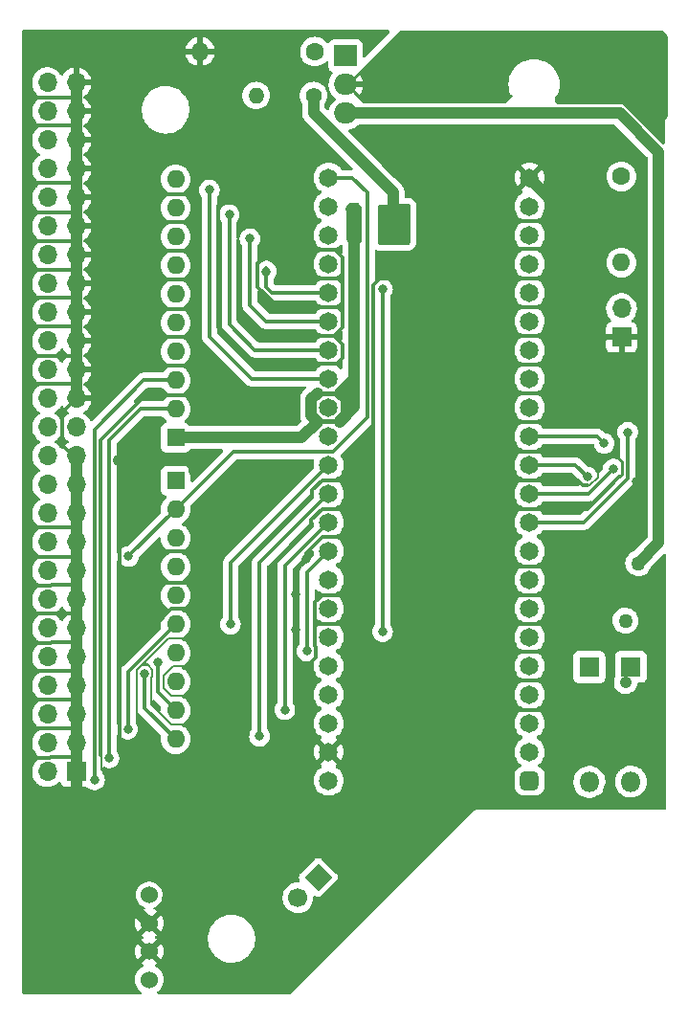
<source format=gbr>
%TF.GenerationSoftware,KiCad,Pcbnew,(6.0.2)*%
%TF.CreationDate,2022-04-05T14:05:12-06:00*%
%TF.ProjectId,F4Lite_THTV1,46344c69-7465-45f5-9448-5456312e6b69,rev?*%
%TF.SameCoordinates,Original*%
%TF.FileFunction,Copper,L2,Bot*%
%TF.FilePolarity,Positive*%
%FSLAX46Y46*%
G04 Gerber Fmt 4.6, Leading zero omitted, Abs format (unit mm)*
G04 Created by KiCad (PCBNEW (6.0.2)) date 2022-04-05 14:05:12*
%MOMM*%
%LPD*%
G01*
G04 APERTURE LIST*
G04 Aperture macros list*
%AMRoundRect*
0 Rectangle with rounded corners*
0 $1 Rounding radius*
0 $2 $3 $4 $5 $6 $7 $8 $9 X,Y pos of 4 corners*
0 Add a 4 corners polygon primitive as box body*
4,1,4,$2,$3,$4,$5,$6,$7,$8,$9,$2,$3,0*
0 Add four circle primitives for the rounded corners*
1,1,$1+$1,$2,$3*
1,1,$1+$1,$4,$5*
1,1,$1+$1,$6,$7*
1,1,$1+$1,$8,$9*
0 Add four rect primitives between the rounded corners*
20,1,$1+$1,$2,$3,$4,$5,0*
20,1,$1+$1,$4,$5,$6,$7,0*
20,1,$1+$1,$6,$7,$8,$9,0*
20,1,$1+$1,$8,$9,$2,$3,0*%
%AMHorizOval*
0 Thick line with rounded ends*
0 $1 width*
0 $2 $3 position (X,Y) of the first rounded end (center of the circle)*
0 $4 $5 position (X,Y) of the second rounded end (center of the circle)*
0 Add line between two ends*
20,1,$1,$2,$3,$4,$5,0*
0 Add two circle primitives to create the rounded ends*
1,1,$1,$2,$3*
1,1,$1,$4,$5*%
%AMRotRect*
0 Rectangle, with rotation*
0 The origin of the aperture is its center*
0 $1 length*
0 $2 width*
0 $3 Rotation angle, in degrees counterclockwise*
0 Add horizontal line*
21,1,$1,$2,0,0,$3*%
G04 Aperture macros list end*
%TA.AperFunction,ComponentPad*%
%ADD10R,1.700000X1.700000*%
%TD*%
%TA.AperFunction,ComponentPad*%
%ADD11O,1.700000X1.700000*%
%TD*%
%TA.AperFunction,ComponentPad*%
%ADD12C,1.524000*%
%TD*%
%TA.AperFunction,ComponentPad*%
%ADD13C,1.270000*%
%TD*%
%TA.AperFunction,ComponentPad*%
%ADD14C,1.600000*%
%TD*%
%TA.AperFunction,ComponentPad*%
%ADD15O,1.600000X1.600000*%
%TD*%
%TA.AperFunction,ComponentPad*%
%ADD16C,1.400000*%
%TD*%
%TA.AperFunction,ComponentPad*%
%ADD17O,1.400000X1.400000*%
%TD*%
%TA.AperFunction,ComponentPad*%
%ADD18R,1.600000X1.600000*%
%TD*%
%TA.AperFunction,ComponentPad*%
%ADD19R,2.000000X1.905000*%
%TD*%
%TA.AperFunction,ComponentPad*%
%ADD20O,2.000000X1.905000*%
%TD*%
%TA.AperFunction,ComponentPad*%
%ADD21RotRect,1.700000X1.700000X315.000000*%
%TD*%
%TA.AperFunction,ComponentPad*%
%ADD22HorizOval,1.700000X0.000000X0.000000X0.000000X0.000000X0*%
%TD*%
%TA.AperFunction,ComponentPad*%
%ADD23R,1.800000X1.800000*%
%TD*%
%TA.AperFunction,ComponentPad*%
%ADD24O,1.800000X1.800000*%
%TD*%
%TA.AperFunction,ComponentPad*%
%ADD25RoundRect,0.412500X0.412500X0.412500X-0.412500X0.412500X-0.412500X-0.412500X0.412500X-0.412500X0*%
%TD*%
%TA.AperFunction,ComponentPad*%
%ADD26C,1.650000*%
%TD*%
%TA.AperFunction,ViaPad*%
%ADD27C,0.800000*%
%TD*%
%TA.AperFunction,Conductor*%
%ADD28C,1.000000*%
%TD*%
%TA.AperFunction,Conductor*%
%ADD29C,0.330000*%
%TD*%
%TA.AperFunction,Conductor*%
%ADD30C,0.140000*%
%TD*%
%TA.AperFunction,Conductor*%
%ADD31C,0.250000*%
%TD*%
%TA.AperFunction,Conductor*%
%ADD32C,0.200000*%
%TD*%
%TA.AperFunction,Conductor*%
%ADD33C,0.450000*%
%TD*%
G04 APERTURE END LIST*
D10*
%TO.P,J4,1*%
%TO.N,GND*%
X110200000Y-131400000D03*
D11*
%TO.P,J4,2*%
%TO.N,DB0*%
X107660000Y-131400000D03*
%TO.P,J4,3*%
%TO.N,GND*%
X110200000Y-128860000D03*
%TO.P,J4,4*%
%TO.N,DB1*%
X107660000Y-128860000D03*
%TO.P,J4,5*%
%TO.N,GND*%
X110200000Y-126320000D03*
%TO.P,J4,6*%
%TO.N,DB2*%
X107660000Y-126320000D03*
%TO.P,J4,7*%
%TO.N,GND*%
X110200000Y-123780000D03*
%TO.P,J4,8*%
%TO.N,DB3*%
X107660000Y-123780000D03*
%TO.P,J4,9*%
%TO.N,GND*%
X110200000Y-121240000D03*
%TO.P,J4,10*%
%TO.N,DB4*%
X107660000Y-121240000D03*
%TO.P,J4,11*%
%TO.N,GND*%
X110200000Y-118700000D03*
%TO.P,J4,12*%
%TO.N,DB5*%
X107660000Y-118700000D03*
%TO.P,J4,13*%
%TO.N,GND*%
X110200000Y-116160000D03*
%TO.P,J4,14*%
%TO.N,DB6*%
X107660000Y-116160000D03*
%TO.P,J4,15*%
%TO.N,GND*%
X110200000Y-113620000D03*
%TO.P,J4,16*%
%TO.N,DB7*%
X107660000Y-113620000D03*
%TO.P,J4,17*%
%TO.N,GND*%
X110200000Y-111080000D03*
%TO.P,J4,18*%
%TO.N,DBP*%
X107660000Y-111080000D03*
%TO.P,J4,19*%
%TO.N,GND*%
X110200000Y-108540000D03*
%TO.P,J4,20*%
%TO.N,Net-(J4-Pad20)*%
X107660000Y-108540000D03*
%TO.P,J4,21*%
%TO.N,GND*%
X110200000Y-106000000D03*
%TO.P,J4,22*%
%TO.N,Net-(J4-Pad22)*%
X107660000Y-106000000D03*
%TO.P,J4,23*%
%TO.N,GND*%
X110200000Y-103460000D03*
%TO.P,J4,24*%
%TO.N,Net-(J4-Pad24)*%
X107660000Y-103460000D03*
%TO.P,J4,25*%
%TO.N,Net-(J4-Pad25)*%
X110200000Y-100920000D03*
%TO.P,J4,26*%
%TO.N,+5V*%
X107660000Y-100920000D03*
%TO.P,J4,27*%
%TO.N,GND*%
X110200000Y-98380000D03*
%TO.P,J4,28*%
%TO.N,Net-(J4-Pad28)*%
X107660000Y-98380000D03*
%TO.P,J4,29*%
%TO.N,GND*%
X110200000Y-95840000D03*
%TO.P,J4,30*%
%TO.N,Net-(J4-Pad30)*%
X107660000Y-95840000D03*
%TO.P,J4,31*%
%TO.N,GND*%
X110200000Y-93300000D03*
%TO.P,J4,32*%
%TO.N,ATN*%
X107660000Y-93300000D03*
%TO.P,J4,33*%
%TO.N,GND*%
X110200000Y-90760000D03*
%TO.P,J4,34*%
%TO.N,Net-(J4-Pad34)*%
X107660000Y-90760000D03*
%TO.P,J4,35*%
%TO.N,GND*%
X110200000Y-88220000D03*
%TO.P,J4,36*%
%TO.N,BSY*%
X107660000Y-88220000D03*
%TO.P,J4,37*%
%TO.N,GND*%
X110200000Y-85680000D03*
%TO.P,J4,38*%
%TO.N,ACK*%
X107660000Y-85680000D03*
%TO.P,J4,39*%
%TO.N,GND*%
X110200000Y-83140000D03*
%TO.P,J4,40*%
%TO.N,RST*%
X107660000Y-83140000D03*
%TO.P,J4,41*%
%TO.N,GND*%
X110200000Y-80600000D03*
%TO.P,J4,42*%
%TO.N,MSG*%
X107660000Y-80600000D03*
%TO.P,J4,43*%
%TO.N,GND*%
X110200000Y-78060000D03*
%TO.P,J4,44*%
%TO.N,SEL*%
X107660000Y-78060000D03*
%TO.P,J4,45*%
%TO.N,GND*%
X110200000Y-75520000D03*
%TO.P,J4,46*%
%TO.N,CD*%
X107660000Y-75520000D03*
%TO.P,J4,47*%
%TO.N,GND*%
X110200000Y-72980000D03*
%TO.P,J4,48*%
%TO.N,REQ*%
X107660000Y-72980000D03*
%TO.P,J4,49*%
%TO.N,GND*%
X110200000Y-70440000D03*
%TO.P,J4,50*%
%TO.N,IO*%
X107660000Y-70440000D03*
%TD*%
D12*
%TO.P,J2,1*%
%TO.N,Net-(D1-Pad2)*%
X116666000Y-149794600D03*
%TO.P,J2,2*%
%TO.N,GND*%
X116666000Y-147294600D03*
%TO.P,J2,3*%
X116666000Y-144794600D03*
%TO.P,J2,4*%
%TO.N,Net-(J2-Pad4)*%
X116666000Y-142294600D03*
%TD*%
D13*
%TO.P,F1,1*%
%TO.N,+5VP*%
X158790640Y-118038880D03*
%TO.P,F1,2*%
%TO.N,+5F*%
X159933640Y-112958880D03*
%TD*%
D14*
%TO.P,R1,1*%
%TO.N,Net-(C1-Pad1)*%
X131318000Y-67691000D03*
D15*
%TO.P,R1,2*%
%TO.N,GND*%
X121158000Y-67691000D03*
%TD*%
D16*
%TO.P,R2,1*%
%TO.N,+2V8*%
X131191000Y-71564500D03*
D17*
%TO.P,R2,2*%
%TO.N,Net-(C1-Pad1)*%
X126111000Y-71564500D03*
%TD*%
D18*
%TO.P,RN1,1*%
%TO.N,+2V8*%
X118999000Y-105664000D03*
D15*
%TO.P,RN1,2*%
%TO.N,DBP*%
X118999000Y-108204000D03*
%TO.P,RN1,3*%
%TO.N,BSY*%
X118999000Y-110744000D03*
%TO.P,RN1,4*%
%TO.N,ATN*%
X118999000Y-113284000D03*
%TO.P,RN1,5*%
%TO.N,DB7*%
X118999000Y-115824000D03*
%TO.P,RN1,6*%
%TO.N,DB2*%
X118999000Y-118364000D03*
%TO.P,RN1,7*%
%TO.N,DB6*%
X118999000Y-120904000D03*
%TO.P,RN1,8*%
%TO.N,DB3*%
X118999000Y-123444000D03*
%TO.P,RN1,9*%
%TO.N,DB5*%
X118999000Y-125984000D03*
%TO.P,RN1,10*%
%TO.N,DB4*%
X118999000Y-128524000D03*
%TD*%
D18*
%TO.P,RN2,1*%
%TO.N,+2V8*%
X118999000Y-101854000D03*
D15*
%TO.P,RN2,2*%
%TO.N,DB1*%
X118999000Y-99314000D03*
%TO.P,RN2,3*%
%TO.N,DB0*%
X118999000Y-96774000D03*
%TO.P,RN2,4*%
%TO.N,ACK*%
X118999000Y-94234000D03*
%TO.P,RN2,5*%
%TO.N,RST*%
X118999000Y-91694000D03*
%TO.P,RN2,6*%
%TO.N,MSG*%
X118999000Y-89154000D03*
%TO.P,RN2,7*%
%TO.N,SEL*%
X118999000Y-86614000D03*
%TO.P,RN2,8*%
%TO.N,CD*%
X118999000Y-84074000D03*
%TO.P,RN2,9*%
%TO.N,REQ*%
X118999000Y-81534000D03*
%TO.P,RN2,10*%
%TO.N,IO*%
X118999000Y-78994000D03*
%TD*%
D19*
%TO.P,U1,1*%
%TO.N,Net-(C1-Pad1)*%
X134048500Y-68072000D03*
D20*
%TO.P,U1,2*%
%TO.N,+2V8*%
X134048500Y-70612000D03*
%TO.P,U1,3*%
%TO.N,+5F*%
X134048500Y-73152000D03*
%TD*%
D21*
%TO.P,J1,1*%
%TO.N,Net-(D2-Pad2)*%
X131615180Y-140736320D03*
D22*
%TO.P,J1,2*%
%TO.N,+5V*%
X129819129Y-142532371D03*
%TD*%
D23*
%TO.P,D1,1*%
%TO.N,+5VP*%
X159290000Y-122120000D03*
D24*
%TO.P,D1,2*%
%TO.N,Net-(D1-Pad2)*%
X159290000Y-132280000D03*
%TD*%
D23*
%TO.P,D2,1*%
%TO.N,+5VP*%
X155610000Y-122140000D03*
D24*
%TO.P,D2,2*%
%TO.N,Net-(D2-Pad2)*%
X155610000Y-132300000D03*
%TD*%
D10*
%TO.P,J3,1*%
%TO.N,GND*%
X158452820Y-92971620D03*
D11*
%TO.P,J3,2*%
%TO.N,Net-(J3-Pad2)*%
X158452820Y-90431620D03*
%TD*%
D14*
%TO.P,R3,1*%
%TO.N,Net-(R3-Pad1)*%
X158432500Y-78734920D03*
D15*
%TO.P,R3,2*%
%TO.N,Net-(J3-Pad2)*%
X158432500Y-86354920D03*
%TD*%
D25*
%TO.P,U2,1*%
%TO.N,Net-(U2-Pad1)*%
X150322280Y-132189220D03*
D26*
%TO.P,U2,2*%
%TO.N,Net-(U2-Pad2)*%
X150322280Y-129649220D03*
%TO.P,U2,3*%
%TO.N,Net-(U2-Pad3)*%
X150322280Y-127109220D03*
%TO.P,U2,4*%
%TO.N,Net-(U2-Pad4)*%
X150322280Y-124569220D03*
%TO.P,U2,5*%
%TO.N,Net-(U2-Pad5)*%
X150322280Y-122029220D03*
%TO.P,U2,6*%
%TO.N,Net-(U2-Pad6)*%
X150322280Y-119489220D03*
%TO.P,U2,7*%
%TO.N,Net-(U2-Pad7)*%
X150322280Y-116949220D03*
%TO.P,U2,8*%
%TO.N,Net-(U2-Pad8)*%
X150322280Y-114409220D03*
%TO.P,U2,9*%
%TO.N,Net-(U2-Pad9)*%
X150322280Y-111869220D03*
%TO.P,U2,10*%
%TO.N,SD_CS*%
X150322280Y-109329220D03*
%TO.P,U2,11*%
%TO.N,SD_CLK*%
X150322280Y-106789220D03*
%TO.P,U2,12*%
%TO.N,SD_MISO*%
X150322280Y-104249220D03*
%TO.P,U2,13*%
%TO.N,SD_MOSI*%
X150322280Y-101709220D03*
%TO.P,U2,14*%
%TO.N,ATN*%
X150322280Y-99169220D03*
%TO.P,U2,15*%
%TO.N,BSY*%
X150322280Y-96629220D03*
%TO.P,U2,16*%
%TO.N,ACK*%
X150322280Y-94089220D03*
%TO.P,U2,17*%
%TO.N,Net-(U2-Pad17)*%
X150322280Y-91549220D03*
%TO.P,U2,18*%
%TO.N,Net-(U2-Pad18)*%
X150322280Y-89009220D03*
%TO.P,U2,19*%
%TO.N,Net-(U2-Pad19)*%
X150322280Y-86469220D03*
%TO.P,U2,20*%
%TO.N,Net-(U2-Pad20)*%
X150322280Y-83929220D03*
%TO.P,U2,21*%
%TO.N,RST*%
X150322280Y-81389220D03*
%TO.P,U2,22*%
%TO.N,GND*%
X150322280Y-78849220D03*
%TO.P,U2,23*%
%TO.N,DBP*%
X132542280Y-78849220D03*
%TO.P,U2,24*%
%TO.N,Net-(R3-Pad1)*%
X132542280Y-81389220D03*
%TO.P,U2,25*%
%TO.N,DB3*%
X132542280Y-83929220D03*
%TO.P,U2,26*%
%TO.N,MSG*%
X132542280Y-86469220D03*
%TO.P,U2,27*%
%TO.N,SEL*%
X132542280Y-89009220D03*
%TO.P,U2,28*%
%TO.N,CD*%
X132542280Y-91549220D03*
%TO.P,U2,29*%
%TO.N,REQ*%
X132542280Y-94089220D03*
%TO.P,U2,30*%
%TO.N,IO*%
X132542280Y-96629220D03*
%TO.P,U2,31*%
%TO.N,DB0*%
X132542280Y-99169220D03*
%TO.P,U2,32*%
%TO.N,DB1*%
X132542280Y-101709220D03*
%TO.P,U2,33*%
%TO.N,DB2*%
X132542280Y-104249220D03*
%TO.P,U2,34*%
%TO.N,DB4*%
X132542280Y-106789220D03*
%TO.P,U2,35*%
%TO.N,DB5*%
X132542280Y-109329220D03*
%TO.P,U2,36*%
%TO.N,DB6*%
X132542280Y-111869220D03*
%TO.P,U2,37*%
%TO.N,DB7*%
X132542280Y-114409220D03*
%TO.P,U2,38*%
%TO.N,Net-(U2-Pad38)*%
X132542280Y-116949220D03*
%TO.P,U2,39*%
%TO.N,Net-(U2-Pad39)*%
X132542280Y-119489220D03*
%TO.P,U2,40*%
%TO.N,Net-(U2-Pad40)*%
X132542280Y-122029220D03*
%TO.P,U2,41*%
%TO.N,Net-(U2-Pad41)*%
X132542280Y-124569220D03*
%TO.P,U2,42*%
%TO.N,+3V3*%
X132542280Y-127109220D03*
%TO.P,U2,43*%
%TO.N,GND*%
X132542280Y-129649220D03*
%TO.P,U2,44*%
%TO.N,+5VP*%
X132542280Y-132189220D03*
%TD*%
D27*
%TO.N,GND*%
X117886480Y-136133840D03*
X142412720Y-104084120D03*
X135173720Y-104152700D03*
X144813020Y-99966780D03*
X128871980Y-100398580D03*
X129651760Y-118800880D03*
X127502920Y-104828340D03*
X135379460Y-116535200D03*
X122184160Y-74665840D03*
X152257760Y-129621280D03*
X148107400Y-86796880D03*
X154523440Y-116613940D03*
X113797080Y-131439920D03*
X152372060Y-126210060D03*
X159747180Y-105695520D03*
X154586940Y-119936260D03*
X157260000Y-100960000D03*
X148188680Y-132194300D03*
X128211580Y-86283800D03*
X128635760Y-127383540D03*
X130268980Y-122402600D03*
X129379980Y-98358960D03*
X138673840Y-100449380D03*
X146014440Y-82026760D03*
X130942080Y-92809060D03*
X138785600Y-119001540D03*
X115227100Y-128917700D03*
X122682000Y-106352340D03*
X121589800Y-122059700D03*
X122168920Y-78455520D03*
X113981370Y-103822500D03*
X126773940Y-83256120D03*
X157548580Y-111137700D03*
X156600500Y-114750240D03*
X126451360Y-129758440D03*
X148371560Y-129796540D03*
X121556780Y-111940340D03*
X146530060Y-123225560D03*
X124602240Y-80924400D03*
X116834920Y-103822500D03*
X127771500Y-76510540D03*
X121000520Y-94315280D03*
X121097040Y-98079560D03*
X146837400Y-106967020D03*
X121658380Y-119555260D03*
X114367539Y-121271259D03*
X130568700Y-112588040D03*
X138912600Y-96227900D03*
X120681140Y-104829000D03*
X129651760Y-115747800D03*
X139019280Y-88681560D03*
X148447760Y-126946660D03*
X121658380Y-116365020D03*
X114272060Y-136032240D03*
X135689340Y-107754420D03*
X111884460Y-133583680D03*
%TO.N,+2V8*%
X137662920Y-83705700D03*
X138257280Y-82402680D03*
X134762240Y-81709260D03*
X134607300Y-82892900D03*
X150487380Y-67536060D03*
X147866100Y-69420740D03*
X153108660Y-69400420D03*
X134762240Y-84079080D03*
X138983720Y-83677760D03*
X152968960Y-66502280D03*
X147845780Y-66522600D03*
%TO.N,SD_CS*%
X158996380Y-101363780D03*
%TO.N,SD_CLK*%
X157731460Y-104607360D03*
%TO.N,SD_MISO*%
X155422600Y-105326180D03*
%TO.N,SD_MOSI*%
X156911040Y-102351840D03*
%TO.N,DBP*%
X114846100Y-112356900D03*
%TO.N,SEL*%
X127035560Y-87142320D03*
%TO.N,CD*%
X125577600Y-84254340D03*
%TO.N,REQ*%
X123741180Y-82120740D03*
%TO.N,IO*%
X121986040Y-79936340D03*
%TO.N,DB6*%
X130629660Y-120728740D03*
%TO.N,DB5*%
X117401340Y-121691400D03*
X128661160Y-125915420D03*
%TO.N,DB4*%
X116250720Y-122704860D03*
X126423420Y-128262380D03*
%TO.N,DB3*%
X137304780Y-88691720D03*
X137315431Y-119017271D03*
%TO.N,DB2*%
X114769739Y-127644999D03*
X123852940Y-118364000D03*
%TO.N,DB1*%
X113106200Y-130182620D03*
%TO.N,DB0*%
X111828580Y-132128422D03*
%TD*%
D28*
%TO.N,GND*%
X116834920Y-103822500D02*
X116834920Y-103822500D01*
X113981370Y-103822500D02*
X113981370Y-103822500D01*
D29*
X114367539Y-121271259D02*
X114004738Y-121634060D01*
D28*
X116834920Y-103822500D02*
X113981370Y-103822500D01*
X110200000Y-84437660D02*
X110200000Y-81909480D01*
D29*
X120299480Y-90451940D02*
X117789960Y-90451940D01*
X131048760Y-106521538D02*
X131048760Y-107106720D01*
D30*
X116336068Y-121798606D02*
X116541282Y-122003820D01*
D29*
X156600500Y-114750240D02*
X155069479Y-113219219D01*
X131394661Y-121276919D02*
X130268980Y-122402600D01*
X110200000Y-74201460D02*
X107676120Y-74201460D01*
X107934320Y-130071300D02*
X107820621Y-130184999D01*
X148107400Y-86796880D02*
X148107400Y-86065360D01*
X121000520Y-88478360D02*
X120393460Y-87871300D01*
X126270559Y-88503546D02*
X126270559Y-86431581D01*
X133043642Y-92809060D02*
X133732281Y-92120421D01*
X120243600Y-92925900D02*
X117337840Y-92925900D01*
D28*
X110200000Y-97089400D02*
X110200000Y-94627260D01*
D29*
X108243201Y-94624999D02*
X106855421Y-94624999D01*
X128103394Y-90336381D02*
X126270559Y-88503546D01*
X133732281Y-90336381D02*
X128103394Y-90336381D01*
X135173720Y-104152700D02*
X133727201Y-105599219D01*
X114806730Y-114425730D02*
X114773710Y-114425730D01*
X120439180Y-95493840D02*
X117975380Y-95493840D01*
D28*
X110200000Y-112403060D02*
X110200000Y-109814800D01*
D31*
X158456461Y-105126959D02*
X158456461Y-103963301D01*
D29*
X131987578Y-110662720D02*
X133781800Y-110662720D01*
X133786880Y-93572618D02*
X133786880Y-94765820D01*
X110200000Y-119941780D02*
X108043540Y-119941780D01*
D30*
X155470860Y-106091181D02*
X155632443Y-106091181D01*
D29*
X108023220Y-114854160D02*
X107932381Y-114944999D01*
X130977640Y-109132658D02*
X130977640Y-109575600D01*
X149034500Y-82722720D02*
X151660860Y-82722720D01*
X146530060Y-123799600D02*
X148649679Y-125919219D01*
X154563437Y-105599219D02*
X155055399Y-106091181D01*
D30*
X115974376Y-122003820D02*
X115550719Y-122427477D01*
D29*
X148998940Y-100441760D02*
X151693880Y-100441760D01*
D28*
X120681140Y-104829000D02*
X120681140Y-104263315D01*
D30*
X115974376Y-122003820D02*
X116336068Y-121642128D01*
D32*
X118755298Y-122059700D02*
X117898999Y-122915999D01*
D29*
X135379460Y-116535200D02*
X133615441Y-118299219D01*
X148859240Y-120896380D02*
X148971000Y-120784620D01*
D28*
X110200000Y-122524080D02*
X110200000Y-119941780D01*
D29*
X148031200Y-106967020D02*
X149203399Y-108139219D01*
D30*
X116405660Y-122003820D02*
X116260880Y-121859040D01*
D29*
X133786880Y-94765820D02*
X133273479Y-95279221D01*
X139222480Y-87790020D02*
X137074278Y-87790020D01*
X107932381Y-114944999D02*
X106677621Y-114944999D01*
D31*
X158456461Y-103963301D02*
X158160720Y-103667560D01*
D29*
X110200000Y-127546540D02*
X106499220Y-127546540D01*
D32*
X121589800Y-122059700D02*
X121589800Y-125803660D01*
D29*
X108076560Y-130071300D02*
X107934320Y-130071300D01*
X147609560Y-106967020D02*
X148977361Y-105599219D01*
X149052280Y-87741760D02*
X151930100Y-87741760D01*
X136470810Y-88393488D02*
X136470810Y-100998870D01*
D30*
X116920721Y-123026461D02*
X116920721Y-122383259D01*
D29*
X133732281Y-87804001D02*
X133732281Y-85898019D01*
X108246902Y-117371300D02*
X108243201Y-117375001D01*
X133732281Y-90336381D02*
X133732281Y-87804001D01*
D28*
X110200000Y-117371300D02*
X110200000Y-114854160D01*
D32*
X117898999Y-123972001D02*
X118613058Y-124686060D01*
D28*
X150322280Y-78849220D02*
X153898600Y-82425540D01*
D30*
X115550719Y-122427477D02*
X115550719Y-122472681D01*
D28*
X110200000Y-131400000D02*
X110200000Y-138328600D01*
D29*
X135304541Y-108139219D02*
X131971079Y-108139219D01*
X110200000Y-79331380D02*
X106671940Y-79331380D01*
D28*
X120681140Y-104263315D02*
X120240325Y-103822500D01*
D32*
X120200420Y-127193040D02*
X118580038Y-127193040D01*
D29*
X144813020Y-99966780D02*
X146095720Y-99966780D01*
X146530060Y-123225560D02*
X146530060Y-123799600D01*
X148649679Y-125919219D02*
X151862801Y-125919219D01*
X146530060Y-123225560D02*
X148884640Y-123225560D01*
X149188159Y-103059219D02*
X151936439Y-103059219D01*
D32*
X112361980Y-129893060D02*
X112361980Y-129981960D01*
X112406199Y-131166639D02*
X112537240Y-131297680D01*
D29*
X121000520Y-83451700D02*
X120360440Y-82811620D01*
X121658380Y-116365020D02*
X119952359Y-114658999D01*
X152582220Y-114750240D02*
X151573241Y-115759219D01*
X155444201Y-108139219D02*
X158259780Y-105323640D01*
X146837400Y-106967020D02*
X147609560Y-106967020D01*
X110200000Y-97089400D02*
X106220700Y-97089400D01*
X108245462Y-94627260D02*
X108243201Y-94624999D01*
X144813020Y-99966780D02*
X144813020Y-99169220D01*
X121658380Y-116365020D02*
X121034399Y-116989001D01*
X148107400Y-86796880D02*
X148107400Y-89634060D01*
X108243201Y-117375001D02*
X106341241Y-117375001D01*
X110200000Y-117371300D02*
X108246902Y-117371300D01*
X108984999Y-102464819D02*
X109489240Y-102969060D01*
D28*
X110200000Y-109814800D02*
X110200000Y-103460000D01*
D29*
X122773440Y-92120720D02*
X122773440Y-81348580D01*
X148338540Y-82026760D02*
X149034500Y-82722720D01*
X121556780Y-111940340D02*
X117292120Y-111940340D01*
X110200000Y-86982740D02*
X106666860Y-86982740D01*
X120393460Y-87871300D02*
X117861080Y-87871300D01*
X110200000Y-98380000D02*
X108984999Y-99595001D01*
D32*
X115550719Y-126317779D02*
X115550719Y-122472681D01*
X117898999Y-122915999D02*
X117898999Y-123972001D01*
D29*
X135379460Y-116535200D02*
X134603479Y-115759219D01*
X114773710Y-114425730D02*
X114002820Y-113654840D01*
X133732281Y-85898019D02*
X133096982Y-85262720D01*
D28*
X110200000Y-127546540D02*
X110200000Y-125037020D01*
D29*
X108016480Y-125037020D02*
X108010960Y-125031500D01*
X120304560Y-80289400D02*
X117932200Y-80289400D01*
X148617940Y-93167200D02*
X148953220Y-92831920D01*
X110200000Y-112403060D02*
X108010520Y-112403060D01*
X151573241Y-115759219D02*
X149213559Y-115759219D01*
X121000520Y-94315280D02*
X121000520Y-91152980D01*
D32*
X116019580Y-130060700D02*
X116019580Y-126786640D01*
D29*
X133096982Y-85262720D02*
X131411980Y-85262720D01*
X133273479Y-95279221D02*
X125931941Y-95279221D01*
X108043540Y-119941780D02*
X107960321Y-120024999D01*
D32*
X117886480Y-136133840D02*
X117886480Y-131927600D01*
D29*
X108125700Y-84437660D02*
X106478900Y-84437660D01*
X144813020Y-99966780D02*
X148523960Y-99966780D01*
D28*
X110200000Y-94627260D02*
X110200000Y-92017020D01*
D32*
X112406199Y-131019319D02*
X112406199Y-131166639D01*
D29*
X121000520Y-91152980D02*
X120299480Y-90451940D01*
X121000520Y-83705700D02*
X121000520Y-83451700D01*
X121000520Y-80985360D02*
X120304560Y-80289400D01*
D28*
X110200000Y-130071300D02*
X110200000Y-127546540D01*
D29*
X118649797Y-116989001D02*
X114367539Y-121271259D01*
X121000520Y-91152980D02*
X121000520Y-88808560D01*
D28*
X110200000Y-125037020D02*
X110200000Y-122524080D01*
D29*
X107676120Y-74201460D02*
X107675680Y-74201020D01*
D28*
X110200000Y-81909480D02*
X110200000Y-79331380D01*
D29*
X131352279Y-120319157D02*
X131394661Y-120361539D01*
X117292120Y-111940340D02*
X114806730Y-114425730D01*
D28*
X110200000Y-119941780D02*
X110200000Y-117371300D01*
D29*
X148884640Y-123225560D02*
X148988780Y-123329700D01*
X114004738Y-121634060D02*
X114004738Y-128734198D01*
D30*
X156359860Y-105363764D02*
X156359860Y-104907080D01*
D29*
X144813020Y-99169220D02*
X148617940Y-95364300D01*
D28*
X110200000Y-92017020D02*
X110200000Y-89492260D01*
X110200000Y-131400000D02*
X110200000Y-130071300D01*
D29*
X110200000Y-94627260D02*
X108245462Y-94627260D01*
X108008581Y-112404999D02*
X106784301Y-112404999D01*
X121034399Y-116989001D02*
X118649797Y-116989001D01*
D30*
X116336068Y-121642128D02*
X116336068Y-121798606D01*
X118339116Y-119639080D02*
X119682260Y-119639080D01*
D29*
X121000520Y-85910420D02*
X120393460Y-85303360D01*
X146530060Y-123225560D02*
X148859240Y-120896380D01*
X135689340Y-107754420D02*
X135304541Y-108139219D01*
D30*
X116870480Y-123233180D02*
X116870480Y-123076702D01*
D32*
X112406199Y-130026179D02*
X112406199Y-131019319D01*
D29*
X119952359Y-114658999D02*
X115006979Y-114658999D01*
X148617940Y-95364300D02*
X151709120Y-95364300D01*
D28*
X120240325Y-103822500D02*
X116834920Y-103822500D01*
D29*
X148465540Y-97904300D02*
X151579580Y-97904300D01*
D28*
X153898600Y-82425540D02*
X153898600Y-88417400D01*
D29*
X121000520Y-93682820D02*
X120243600Y-92925900D01*
X107820621Y-130184999D02*
X106565861Y-130184999D01*
D28*
X110200000Y-114854160D02*
X110200000Y-112403060D01*
D29*
X149011640Y-85161120D02*
X151056340Y-85161120D01*
X149203399Y-108139219D02*
X155444201Y-108139219D01*
X110200000Y-71731700D02*
X106283320Y-71731700D01*
D30*
X116541282Y-122003820D02*
X116405660Y-122003820D01*
D29*
X114002820Y-113654840D02*
X114002820Y-111429800D01*
X131971079Y-115759219D02*
X131352279Y-116378019D01*
X151870421Y-118299219D02*
X148791919Y-118299219D01*
X110200000Y-84437660D02*
X108125700Y-84437660D01*
X108010520Y-112403060D02*
X108008581Y-112404999D01*
X121000520Y-94315280D02*
X121000520Y-94932500D01*
X131394661Y-120361539D02*
X131394661Y-121276919D01*
X130568700Y-112081598D02*
X131987578Y-110662720D01*
X110200000Y-125037020D02*
X108016480Y-125037020D01*
X133615441Y-118299219D02*
X131568201Y-118299219D01*
X156600500Y-114750240D02*
X152582220Y-114750240D01*
X115006979Y-114658999D02*
X114773710Y-114425730D01*
D30*
X116336068Y-121642128D02*
X118339116Y-119639080D01*
D29*
X148953220Y-92831920D02*
X151150320Y-92831920D01*
X131971079Y-108139219D02*
X130977640Y-109132658D01*
D28*
X110200000Y-89492260D02*
X110200000Y-86982740D01*
D29*
X107960321Y-120024999D02*
X106804621Y-120024999D01*
X133732281Y-92120421D02*
X133732281Y-90336381D01*
D30*
X116870480Y-123076702D02*
X116920721Y-123026461D01*
X116920721Y-122383259D02*
X116541282Y-122003820D01*
D29*
X130942080Y-92809060D02*
X133043642Y-92809060D01*
X110200000Y-114854160D02*
X108023220Y-114854160D01*
X146095720Y-99966780D02*
X149188159Y-103059219D01*
X148523960Y-99966780D02*
X148998940Y-100441760D01*
D32*
X118580038Y-127193040D02*
X116870480Y-125483482D01*
X118613058Y-124686060D02*
X119659400Y-124686060D01*
X112361980Y-129981960D02*
X112406199Y-130026179D01*
D30*
X116541282Y-122003820D02*
X115974376Y-122003820D01*
D29*
X121000520Y-94932500D02*
X120439180Y-95493840D01*
X148747480Y-90274140D02*
X151985980Y-90274140D01*
X112361980Y-102084894D02*
X112361980Y-129893060D01*
D28*
X110200000Y-98380000D02*
X110200000Y-97089400D01*
D29*
X110200000Y-81909480D02*
X106703300Y-81909480D01*
D30*
X155632443Y-106091181D02*
X156359860Y-105363764D01*
D29*
X121000520Y-88808560D02*
X121000520Y-88478360D01*
X121097040Y-98079560D02*
X116367314Y-98079560D01*
X110200000Y-89492260D02*
X106722740Y-89492260D01*
X121000520Y-83705700D02*
X121000520Y-80985360D01*
X134603479Y-115759219D02*
X131971079Y-115759219D01*
D32*
X121589800Y-122059700D02*
X118755298Y-122059700D01*
X116870480Y-125483482D02*
X116870480Y-123233180D01*
D29*
X148107400Y-86796880D02*
X149052280Y-87741760D01*
X146837400Y-106967020D02*
X148031200Y-106967020D01*
X148971000Y-120784620D02*
X151579580Y-120784620D01*
X148617940Y-95364300D02*
X148617940Y-93167200D01*
X130568700Y-112588040D02*
X130568700Y-112081598D01*
X155419400Y-114750240D02*
X151870421Y-118299219D01*
D32*
X121589800Y-125803660D02*
X120200420Y-127193040D01*
D29*
X148977361Y-105599219D02*
X154563437Y-105599219D01*
D30*
X116250720Y-121859040D02*
X116189760Y-121920000D01*
D29*
X121000520Y-94315280D02*
X121000520Y-93682820D01*
D28*
X110200000Y-86982740D02*
X110200000Y-84437660D01*
D29*
X148107400Y-89634060D02*
X148747480Y-90274140D01*
D32*
X116019580Y-126786640D02*
X115550719Y-126317779D01*
D29*
X108010960Y-125031500D02*
X106161840Y-125031500D01*
D31*
X158259780Y-105323640D02*
X158456461Y-105126959D01*
D29*
X148988780Y-123329700D02*
X151671020Y-123329700D01*
D30*
X116260880Y-121859040D02*
X116250720Y-121859040D01*
D29*
X120393460Y-85303360D02*
X118023640Y-85303360D01*
X120360440Y-82811620D02*
X117723920Y-82811620D01*
X131971079Y-105599219D02*
X131048760Y-106521538D01*
D32*
X117886480Y-131927600D02*
X116019580Y-130060700D01*
D28*
X110200000Y-71731700D02*
X110200000Y-70440000D01*
D29*
X121000520Y-88808560D02*
X121000520Y-85910420D01*
X133732281Y-87804001D02*
X131535181Y-87804001D01*
X148107400Y-86065360D02*
X149011640Y-85161120D01*
X110200000Y-122524080D02*
X106689720Y-122524080D01*
D28*
X110200000Y-79331380D02*
X110200000Y-74201460D01*
D29*
X131352279Y-116378019D02*
X131352279Y-120319157D01*
X146403060Y-99966780D02*
X148465540Y-97904300D01*
X156600500Y-114750240D02*
X155419400Y-114750240D01*
X107676120Y-74201460D02*
X106365480Y-74201460D01*
X155069479Y-113219219D02*
X149015439Y-113219219D01*
D28*
X110200000Y-74201460D02*
X110200000Y-71731700D01*
D29*
X125931941Y-95279221D02*
X122773440Y-92120720D01*
X130942080Y-92809060D02*
X133023322Y-92809060D01*
X121000520Y-85910420D02*
X121000520Y-83705700D01*
X110200000Y-92017020D02*
X106844660Y-92017020D01*
X110200000Y-130071300D02*
X108076560Y-130071300D01*
D28*
X110200000Y-138328600D02*
X116666000Y-144794600D01*
D29*
X133023322Y-92809060D02*
X133786880Y-93572618D01*
X108984999Y-99595001D02*
X108984999Y-102464819D01*
X155055399Y-106091181D02*
X155470860Y-106091181D01*
X133727201Y-105599219D02*
X131971079Y-105599219D01*
X110200000Y-109814800D02*
X106802360Y-109814800D01*
X146014440Y-82026760D02*
X148338540Y-82026760D01*
X137074278Y-87790020D02*
X136470810Y-88393488D01*
X144813020Y-99966780D02*
X146403060Y-99966780D01*
X116367314Y-98079560D02*
X112361980Y-102084894D01*
D28*
%TO.N,+2V8*%
X138257280Y-82402680D02*
X138257280Y-83202780D01*
X134762240Y-81709260D02*
X134762240Y-95656400D01*
D31*
X135331200Y-81488280D02*
X135023860Y-81180940D01*
X158722550Y-72319370D02*
X158587440Y-72184260D01*
D33*
X131962839Y-100419221D02*
X133476679Y-100419221D01*
D31*
X158587440Y-72184260D02*
X152803860Y-72184260D01*
X134325360Y-84437220D02*
X135265160Y-84437220D01*
X134762240Y-81709260D02*
X134279640Y-81709260D01*
X135592820Y-72128380D02*
X134764780Y-71300340D01*
X134124700Y-81528920D02*
X134124700Y-81678780D01*
D28*
X131555278Y-100439220D02*
X131017279Y-99901221D01*
D32*
X136977120Y-81373980D02*
X136977120Y-84597240D01*
X139580620Y-84686140D02*
X139682220Y-84584540D01*
D28*
X131191000Y-73093580D02*
X138257280Y-80159860D01*
D31*
X148633499Y-71608001D02*
X148113120Y-72128380D01*
X134165340Y-81823560D02*
X134165340Y-84277200D01*
D33*
X133476679Y-100419221D02*
X133492981Y-100402919D01*
D28*
X134067281Y-99901221D02*
X133529282Y-100439220D01*
D32*
X139682220Y-84584540D02*
X139682220Y-81318100D01*
D31*
X138894820Y-65923160D02*
X161985960Y-65923160D01*
D32*
X139682220Y-81318100D02*
X139626340Y-81262220D01*
D28*
X134762240Y-95656400D02*
X134762240Y-96666262D01*
D32*
X136977120Y-84597240D02*
X137066020Y-84686140D01*
X137713720Y-81300320D02*
X137050780Y-81300320D01*
X137050780Y-81300320D02*
X136977120Y-81373980D01*
D31*
X134279640Y-81709260D02*
X134165340Y-81823560D01*
X162389820Y-66327020D02*
X162389820Y-71785480D01*
X162389820Y-73337420D02*
X162389820Y-71785480D01*
D28*
X134762240Y-95656400D02*
X134762240Y-99133660D01*
D31*
X152689560Y-71767700D02*
X152689560Y-71701942D01*
D28*
X131017279Y-99901221D02*
X131017279Y-98437219D01*
D31*
X134048500Y-70612000D02*
X134205980Y-70612000D01*
X158722550Y-72326990D02*
X162123120Y-75727560D01*
D28*
X138257280Y-81696560D02*
X138257280Y-82402680D01*
D31*
X161985960Y-65923160D02*
X162389820Y-66327020D01*
D33*
X133529282Y-97899220D02*
X131962278Y-97899220D01*
D31*
X152689560Y-71701942D02*
X152689560Y-72069960D01*
X148113120Y-72128380D02*
X135592820Y-72128380D01*
D28*
X131191000Y-71564500D02*
X131191000Y-73093580D01*
X138257280Y-80159860D02*
X138257280Y-81696560D01*
D32*
X138109960Y-81696560D02*
X137713720Y-81300320D01*
D31*
X134205980Y-70612000D02*
X138894820Y-65923160D01*
D28*
X134067281Y-98437219D02*
X134067281Y-99146360D01*
D31*
X135023860Y-81180940D02*
X134472680Y-81180940D01*
X134472680Y-81180940D02*
X134124700Y-81528920D01*
X135265160Y-84437220D02*
X135331200Y-84371180D01*
X134165340Y-84277200D02*
X134325360Y-84437220D01*
D32*
X137066020Y-84686140D02*
X139580620Y-84686140D01*
D28*
X130140498Y-101854000D02*
X131555278Y-100439220D01*
X134762240Y-99133660D02*
X133492981Y-100402919D01*
D31*
X135331200Y-84371180D02*
X135331200Y-81488280D01*
X162389820Y-71785480D02*
X162372040Y-71767700D01*
D28*
X134762240Y-96666262D02*
X133529282Y-97899220D01*
D31*
X162123120Y-73604120D02*
X162389820Y-73337420D01*
D28*
X134067281Y-98437219D02*
X134067281Y-99901221D01*
D32*
X138257280Y-81696560D02*
X138109960Y-81696560D01*
X139626340Y-81262220D02*
X138788140Y-81262220D01*
D28*
X118999000Y-101854000D02*
X130140498Y-101854000D01*
D31*
X158722550Y-72326990D02*
X158722550Y-72319370D01*
X152689560Y-71701942D02*
X152783501Y-71608001D01*
D28*
X131017279Y-98437219D02*
X131555278Y-97899220D01*
D31*
X162123120Y-75727560D02*
X162123120Y-73604120D01*
D28*
X133529282Y-97899220D02*
X134067281Y-98437219D01*
D31*
X152689560Y-72069960D02*
X152803860Y-72184260D01*
D29*
%TO.N,SD_CS*%
X158996380Y-101363780D02*
X158996380Y-101287580D01*
X150322280Y-109329220D02*
X155110180Y-109329220D01*
X158996380Y-105443020D02*
X158996380Y-101363780D01*
X155110180Y-109329220D02*
X158996380Y-105443020D01*
%TO.N,SD_CLK*%
X157731460Y-104607360D02*
X157731460Y-104607360D01*
X150322280Y-106789220D02*
X155549600Y-106789220D01*
X155549600Y-106789220D02*
X157731460Y-104607360D01*
%TO.N,SD_MISO*%
X155422600Y-105326180D02*
X155506420Y-105410000D01*
X150322280Y-104249220D02*
X154345640Y-104249220D01*
X154345640Y-104249220D02*
X155422600Y-105326180D01*
%TO.N,SD_MOSI*%
X156911040Y-102351840D02*
X156911040Y-102351840D01*
X156268420Y-101709220D02*
X156911040Y-102351840D01*
X150322280Y-101709220D02*
X156268420Y-101709220D01*
%TO.N,DBP*%
X114846100Y-112356900D02*
X114846100Y-112356900D01*
X135940800Y-100071902D02*
X132953483Y-103059219D01*
X118999000Y-108204000D02*
X114846100Y-112356900D01*
X132953483Y-103059219D02*
X124143781Y-103059219D01*
X134630160Y-78849220D02*
X135940800Y-80159860D01*
X135940800Y-80159860D02*
X135940800Y-100071902D01*
X132542280Y-78849220D02*
X134630160Y-78849220D01*
X124143781Y-103059219D02*
X118999000Y-108204000D01*
%TO.N,SEL*%
X127035560Y-87142320D02*
X127035560Y-86873080D01*
X127035560Y-88519000D02*
X127035560Y-87142320D01*
X132542280Y-89009220D02*
X127525780Y-89009220D01*
X127525780Y-89009220D02*
X127035560Y-88519000D01*
%TO.N,CD*%
X125577600Y-84254340D02*
X125577600Y-84254340D01*
X126987300Y-91549220D02*
X125577600Y-90139520D01*
X132542280Y-91549220D02*
X126987300Y-91549220D01*
X125577600Y-90139520D02*
X125577600Y-84254340D01*
%TO.N,REQ*%
X123741180Y-82120740D02*
X123741180Y-82120740D01*
X126017020Y-94089220D02*
X123741180Y-91813380D01*
X123741180Y-91813380D02*
X123741180Y-82120740D01*
X132542280Y-94089220D02*
X126017020Y-94089220D01*
%TO.N,IO*%
X121986040Y-79936340D02*
X121986040Y-79936340D01*
X125722380Y-96629220D02*
X121986040Y-92892880D01*
X121986040Y-92892880D02*
X121986040Y-79936340D01*
X132542280Y-96629220D02*
X125722380Y-96629220D01*
%TO.N,DB6*%
X130629660Y-120728740D02*
X130629660Y-120728740D01*
X130629660Y-113781840D02*
X130629660Y-120728740D01*
X132542280Y-111869220D02*
X130629660Y-113781840D01*
%TO.N,DB5*%
X128661160Y-125915420D02*
X128661160Y-125915420D01*
X117401340Y-121691400D02*
X117401340Y-121691400D01*
X118999000Y-125984000D02*
X117401340Y-124386340D01*
X117401340Y-124386340D02*
X117401340Y-121691400D01*
X132542280Y-109329220D02*
X128661160Y-113210340D01*
X128661160Y-113210340D02*
X128661160Y-125915420D01*
%TO.N,DB4*%
X126423420Y-128262380D02*
X126423420Y-128483360D01*
X116250720Y-122704860D02*
X116250720Y-122704860D01*
X126423420Y-112908080D02*
X126423420Y-128262380D01*
X132542280Y-106789220D02*
X126423420Y-112908080D01*
X116250720Y-125775720D02*
X116250720Y-122704860D01*
X118999000Y-128524000D02*
X116250720Y-125775720D01*
%TO.N,DB3*%
X137304780Y-88691720D02*
X137304780Y-119011700D01*
%TO.N,DB2*%
X114833400Y-125049280D02*
X114833400Y-125049280D01*
X114833400Y-122529600D02*
X114833400Y-127581338D01*
X123852940Y-112938560D02*
X123852940Y-118364000D01*
X118999000Y-118364000D02*
X114833400Y-122529600D01*
X132542280Y-104249220D02*
X123852940Y-112938560D01*
X118999000Y-117792500D02*
X118999000Y-118364000D01*
X114833400Y-127581338D02*
X114769739Y-127644999D01*
%TO.N,DB1*%
X113098580Y-127553720D02*
X113098580Y-127553720D01*
X115882420Y-99314000D02*
X113098580Y-102097840D01*
X113098580Y-102097840D02*
X113098580Y-130175000D01*
X113098580Y-130175000D02*
X113106200Y-130182620D01*
X118999000Y-99314000D02*
X115882420Y-99314000D01*
%TO.N,DB0*%
X111828580Y-101125020D02*
X111828580Y-130035300D01*
X116179600Y-96774000D02*
X111828580Y-101125020D01*
X118999000Y-96774000D02*
X116179600Y-96774000D01*
X111828580Y-130035300D02*
X111828580Y-132128422D01*
D28*
%TO.N,+5VP*%
X158790640Y-123497340D02*
X158823660Y-123530360D01*
%TO.N,+5F*%
X158295340Y-73152000D02*
X161752280Y-76608940D01*
X161752280Y-111140240D02*
X159933640Y-112958880D01*
X134048500Y-73152000D02*
X158295340Y-73152000D01*
X161752280Y-76608940D02*
X161752280Y-111140240D01*
%TD*%
%TA.AperFunction,Conductor*%
%TO.N,+2V8*%
G36*
X161954463Y-65950782D02*
G01*
X161971235Y-65963672D01*
X162325934Y-66287074D01*
X162362796Y-66347751D01*
X162367041Y-66379997D01*
X162374580Y-71564952D01*
X162374580Y-73264637D01*
X162354578Y-73332758D01*
X162340208Y-73351125D01*
X162120580Y-73583800D01*
X162120566Y-73595075D01*
X162118552Y-75244942D01*
X162098467Y-75313038D01*
X162044754Y-75359465D01*
X161974468Y-75369484D01*
X161909923Y-75339912D01*
X161903457Y-75333883D01*
X159052195Y-72482621D01*
X159043093Y-72472478D01*
X159023237Y-72447782D01*
X159019372Y-72442975D01*
X158980918Y-72410708D01*
X158977271Y-72407528D01*
X158975459Y-72405885D01*
X158973265Y-72403691D01*
X158939991Y-72376358D01*
X158939193Y-72375696D01*
X158867866Y-72315846D01*
X158863196Y-72313278D01*
X158859079Y-72309897D01*
X158777254Y-72266023D01*
X158776095Y-72265394D01*
X158699959Y-72223538D01*
X158699951Y-72223535D01*
X158694553Y-72220567D01*
X158689471Y-72218955D01*
X158684777Y-72216438D01*
X158595809Y-72189238D01*
X158594781Y-72188918D01*
X158506034Y-72160765D01*
X158500738Y-72160171D01*
X158495642Y-72158613D01*
X158403083Y-72149210D01*
X158401947Y-72149089D01*
X158368332Y-72145319D01*
X158355610Y-72143892D01*
X158355606Y-72143892D01*
X158352113Y-72143500D01*
X158348586Y-72143500D01*
X158347601Y-72143445D01*
X158341921Y-72142998D01*
X158312515Y-72140011D01*
X158305003Y-72139248D01*
X158305001Y-72139248D01*
X158298878Y-72138626D01*
X158256599Y-72142623D01*
X158253231Y-72142941D01*
X158241373Y-72143500D01*
X152855038Y-72143500D01*
X152786917Y-72123498D01*
X152740424Y-72069842D01*
X152733478Y-72050652D01*
X152691511Y-71896771D01*
X152692544Y-71826887D01*
X152760568Y-71603681D01*
X152763220Y-71594980D01*
X152763334Y-71580029D01*
X152776324Y-71525262D01*
X152797730Y-71481855D01*
X152797733Y-71481848D01*
X152799559Y-71478145D01*
X152894724Y-71197797D01*
X152935813Y-70991232D01*
X152951680Y-70911465D01*
X152951681Y-70911459D01*
X152952483Y-70907426D01*
X152954030Y-70883837D01*
X152971576Y-70616119D01*
X152971846Y-70612000D01*
X152970492Y-70591340D01*
X152952753Y-70320686D01*
X152952752Y-70320679D01*
X152952483Y-70316574D01*
X152894724Y-70026203D01*
X152799559Y-69745855D01*
X152790838Y-69728170D01*
X152777847Y-69671482D01*
X152778248Y-69618860D01*
X152778460Y-69590920D01*
X152744272Y-69557214D01*
X152682275Y-69496093D01*
X152665970Y-69476368D01*
X152506426Y-69237593D01*
X152506422Y-69237588D01*
X152504133Y-69234162D01*
X152501419Y-69231068D01*
X152501415Y-69231062D01*
X152311636Y-69014662D01*
X152308927Y-69011573D01*
X152305838Y-69008864D01*
X152089438Y-68819085D01*
X152089432Y-68819081D01*
X152086338Y-68816367D01*
X152082912Y-68814078D01*
X152082907Y-68814074D01*
X151843608Y-68654180D01*
X151843606Y-68654179D01*
X151840173Y-68651885D01*
X151836477Y-68650062D01*
X151836473Y-68650060D01*
X151833474Y-68648582D01*
X151830019Y-68646878D01*
X151797286Y-68623598D01*
X151711859Y-68539377D01*
X151698960Y-68526660D01*
X151671225Y-68526696D01*
X151612781Y-68526770D01*
X151572119Y-68520083D01*
X151298211Y-68427104D01*
X151298202Y-68427102D01*
X151294297Y-68425776D01*
X151290253Y-68424972D01*
X151290247Y-68424970D01*
X151007965Y-68368820D01*
X151007959Y-68368819D01*
X151003926Y-68368017D01*
X150999821Y-68367748D01*
X150999814Y-68367747D01*
X150712619Y-68348924D01*
X150708500Y-68348654D01*
X150704381Y-68348924D01*
X150417186Y-68367747D01*
X150417179Y-68367748D01*
X150413074Y-68368017D01*
X150409041Y-68368819D01*
X150409035Y-68368820D01*
X150126753Y-68424970D01*
X150126747Y-68424972D01*
X150122703Y-68425776D01*
X150118794Y-68427103D01*
X150118790Y-68427104D01*
X149842355Y-68520941D01*
X149842165Y-68520381D01*
X149798464Y-68529099D01*
X149755091Y-68529155D01*
X149720300Y-68529200D01*
X149712877Y-68536711D01*
X149712876Y-68536711D01*
X149635059Y-68615446D01*
X149601172Y-68639880D01*
X149576827Y-68651885D01*
X149453186Y-68734499D01*
X149334093Y-68814074D01*
X149334088Y-68814078D01*
X149330662Y-68816367D01*
X149327568Y-68819081D01*
X149327562Y-68819085D01*
X149111162Y-69008864D01*
X149108073Y-69011573D01*
X149105364Y-69014662D01*
X148915585Y-69231062D01*
X148915581Y-69231068D01*
X148912867Y-69234162D01*
X148910578Y-69237588D01*
X148910574Y-69237593D01*
X148787756Y-69421405D01*
X148748385Y-69480327D01*
X148725741Y-69526245D01*
X148725677Y-69526375D01*
X148702287Y-69559218D01*
X148643340Y-69618860D01*
X148643326Y-69629653D01*
X148643281Y-69664241D01*
X148630288Y-69719804D01*
X148617441Y-69745855D01*
X148522276Y-70026203D01*
X148464517Y-70316574D01*
X148464248Y-70320679D01*
X148464247Y-70320686D01*
X148446508Y-70591340D01*
X148445154Y-70612000D01*
X148445424Y-70616119D01*
X148462971Y-70883837D01*
X148464517Y-70907426D01*
X148465319Y-70911459D01*
X148465320Y-70911465D01*
X148481187Y-70991232D01*
X148522276Y-71197797D01*
X148617441Y-71478145D01*
X148619267Y-71481849D01*
X148620846Y-71485660D01*
X148619965Y-71486025D01*
X148631406Y-71551699D01*
X148603842Y-71617126D01*
X148596607Y-71625252D01*
X148167334Y-72067339D01*
X148105529Y-72102276D01*
X148077040Y-72105563D01*
X144588531Y-72108391D01*
X135647609Y-72115638D01*
X135579473Y-72095691D01*
X135558413Y-72078733D01*
X135213221Y-71733541D01*
X135179195Y-71671229D01*
X135184260Y-71600414D01*
X135203434Y-71566354D01*
X135313445Y-71427056D01*
X135319150Y-71418469D01*
X135430214Y-71217278D01*
X135434444Y-71207866D01*
X135511159Y-70991232D01*
X135513793Y-70981261D01*
X135531147Y-70883837D01*
X135529687Y-70870540D01*
X135515130Y-70866000D01*
X134713980Y-70866000D01*
X134713980Y-70358000D01*
X135516596Y-70358000D01*
X135529940Y-70354082D01*
X135531927Y-70339806D01*
X135522390Y-70277485D01*
X135520001Y-70267457D01*
X135448602Y-70049012D01*
X135444605Y-70039503D01*
X135338489Y-69835656D01*
X135332995Y-69826931D01*
X135254181Y-69721962D01*
X135229275Y-69655478D01*
X135244267Y-69586082D01*
X135265846Y-69557214D01*
X138855375Y-65967685D01*
X138917687Y-65933659D01*
X138944470Y-65930780D01*
X161886342Y-65930780D01*
X161954463Y-65950782D01*
G37*
%TD.AperFunction*%
%TD*%
%TA.AperFunction,Conductor*%
%TO.N,GND*%
G36*
X137900007Y-65806002D02*
G01*
X137946500Y-65859658D01*
X137956604Y-65929932D01*
X137927110Y-65994512D01*
X137920981Y-66001095D01*
X135772095Y-68149980D01*
X135709783Y-68184006D01*
X135638967Y-68178941D01*
X135582132Y-68136394D01*
X135557321Y-68069874D01*
X135557000Y-68060885D01*
X135557000Y-67071366D01*
X135550245Y-67009184D01*
X135499115Y-66872795D01*
X135411761Y-66756239D01*
X135295205Y-66668885D01*
X135158816Y-66617755D01*
X135096634Y-66611000D01*
X133000366Y-66611000D01*
X132938184Y-66617755D01*
X132801795Y-66668885D01*
X132685239Y-66756239D01*
X132597885Y-66872795D01*
X132594733Y-66881203D01*
X132594732Y-66881205D01*
X132592799Y-66886361D01*
X132550158Y-66943126D01*
X132483596Y-66967826D01*
X132414247Y-66952619D01*
X132371604Y-66914402D01*
X132327361Y-66851216D01*
X132327356Y-66851210D01*
X132324198Y-66846700D01*
X132162300Y-66684802D01*
X132157792Y-66681645D01*
X132157789Y-66681643D01*
X132026086Y-66589424D01*
X131974749Y-66553477D01*
X131969767Y-66551154D01*
X131969762Y-66551151D01*
X131772225Y-66459039D01*
X131772224Y-66459039D01*
X131767243Y-66456716D01*
X131761935Y-66455294D01*
X131761933Y-66455293D01*
X131551402Y-66398881D01*
X131551400Y-66398881D01*
X131546087Y-66397457D01*
X131318000Y-66377502D01*
X131089913Y-66397457D01*
X131084600Y-66398881D01*
X131084598Y-66398881D01*
X130874067Y-66455293D01*
X130874065Y-66455294D01*
X130868757Y-66456716D01*
X130863776Y-66459039D01*
X130863775Y-66459039D01*
X130666238Y-66551151D01*
X130666233Y-66551154D01*
X130661251Y-66553477D01*
X130609914Y-66589424D01*
X130478211Y-66681643D01*
X130478208Y-66681645D01*
X130473700Y-66684802D01*
X130311802Y-66846700D01*
X130308645Y-66851208D01*
X130308643Y-66851211D01*
X130264396Y-66914402D01*
X130180477Y-67034251D01*
X130178154Y-67039233D01*
X130178151Y-67039238D01*
X130104794Y-67196555D01*
X130083716Y-67241757D01*
X130082294Y-67247065D01*
X130082293Y-67247067D01*
X130034756Y-67424478D01*
X130024457Y-67462913D01*
X130004502Y-67691000D01*
X130024457Y-67919087D01*
X130025881Y-67924400D01*
X130025881Y-67924402D01*
X130064861Y-68069874D01*
X130083716Y-68140243D01*
X130086039Y-68145224D01*
X130086039Y-68145225D01*
X130178151Y-68342762D01*
X130178154Y-68342767D01*
X130180477Y-68347749D01*
X130234548Y-68424970D01*
X130308269Y-68530254D01*
X130311802Y-68535300D01*
X130473700Y-68697198D01*
X130478208Y-68700355D01*
X130478211Y-68700357D01*
X130502938Y-68717671D01*
X130661251Y-68828523D01*
X130666233Y-68830846D01*
X130666238Y-68830849D01*
X130842780Y-68913171D01*
X130868757Y-68925284D01*
X130874065Y-68926706D01*
X130874067Y-68926707D01*
X131084598Y-68983119D01*
X131084600Y-68983119D01*
X131089913Y-68984543D01*
X131318000Y-69004498D01*
X131546087Y-68984543D01*
X131551400Y-68983119D01*
X131551402Y-68983119D01*
X131761933Y-68926707D01*
X131761935Y-68926706D01*
X131767243Y-68925284D01*
X131793220Y-68913171D01*
X131969762Y-68830849D01*
X131969767Y-68830846D01*
X131974749Y-68828523D01*
X132133062Y-68717671D01*
X132157789Y-68700357D01*
X132157792Y-68700355D01*
X132162300Y-68697198D01*
X132324198Y-68535300D01*
X132325878Y-68536980D01*
X132376558Y-68503244D01*
X132447545Y-68502099D01*
X132507882Y-68539516D01*
X132538412Y-68603613D01*
X132540000Y-68623552D01*
X132540000Y-69072634D01*
X132546755Y-69134816D01*
X132597885Y-69271205D01*
X132685239Y-69387761D01*
X132801795Y-69475115D01*
X132821689Y-69482573D01*
X132878453Y-69525213D01*
X132903154Y-69591774D01*
X132887947Y-69661123D01*
X132876342Y-69678647D01*
X132783133Y-69796670D01*
X132783130Y-69796675D01*
X132779932Y-69800724D01*
X132777439Y-69805240D01*
X132777437Y-69805243D01*
X132666323Y-70006526D01*
X132663826Y-70011050D01*
X132662102Y-70015919D01*
X132662100Y-70015923D01*
X132591765Y-70214543D01*
X132583630Y-70237515D01*
X132582723Y-70242608D01*
X132582722Y-70242611D01*
X132546999Y-70443161D01*
X132541499Y-70474037D01*
X132541436Y-70479201D01*
X132538812Y-70694000D01*
X132538564Y-70714263D01*
X132574904Y-70951744D01*
X132609967Y-71059020D01*
X132647934Y-71175183D01*
X132647937Y-71175189D01*
X132649542Y-71180101D01*
X132651929Y-71184687D01*
X132651931Y-71184691D01*
X132757643Y-71387760D01*
X132760475Y-71393200D01*
X132763585Y-71397342D01*
X132894031Y-71571079D01*
X132904723Y-71585320D01*
X132953355Y-71631794D01*
X133053885Y-71727862D01*
X133078412Y-71751301D01*
X133115403Y-71776535D01*
X133160404Y-71831444D01*
X133168575Y-71901968D01*
X133137321Y-71965716D01*
X133112840Y-71986411D01*
X133112131Y-71986870D01*
X133106523Y-71990498D01*
X132928830Y-72152186D01*
X132925628Y-72156241D01*
X132783133Y-72336670D01*
X132783130Y-72336675D01*
X132779932Y-72340724D01*
X132777439Y-72345240D01*
X132777437Y-72345243D01*
X132666323Y-72546526D01*
X132663826Y-72551050D01*
X132662102Y-72555919D01*
X132662100Y-72555923D01*
X132589951Y-72759665D01*
X132583630Y-72777515D01*
X132582723Y-72782609D01*
X132581404Y-72787601D01*
X132579494Y-72787096D01*
X132551630Y-72843054D01*
X132490648Y-72879409D01*
X132419691Y-72877023D01*
X132370137Y-72846483D01*
X132236405Y-72712751D01*
X132202379Y-72650439D01*
X132199500Y-72623656D01*
X132199500Y-72270896D01*
X132222286Y-72198626D01*
X132238435Y-72175563D01*
X132238437Y-72175560D01*
X132241589Y-72171058D01*
X132248499Y-72156241D01*
X132328633Y-71984392D01*
X132328634Y-71984391D01*
X132330956Y-71979410D01*
X132336717Y-71957912D01*
X132384262Y-71780470D01*
X132384262Y-71780468D01*
X132385686Y-71775155D01*
X132404116Y-71564500D01*
X132385686Y-71353845D01*
X132376340Y-71318965D01*
X132332379Y-71154900D01*
X132332378Y-71154898D01*
X132330956Y-71149590D01*
X132328633Y-71144608D01*
X132243912Y-70962923D01*
X132243910Y-70962920D01*
X132241589Y-70957942D01*
X132120301Y-70784724D01*
X131970776Y-70635199D01*
X131797558Y-70513911D01*
X131792580Y-70511590D01*
X131792577Y-70511588D01*
X131610892Y-70426867D01*
X131610891Y-70426866D01*
X131605910Y-70424544D01*
X131600602Y-70423122D01*
X131600600Y-70423121D01*
X131406970Y-70371238D01*
X131406968Y-70371238D01*
X131401655Y-70369814D01*
X131191000Y-70351384D01*
X130980345Y-70369814D01*
X130975032Y-70371238D01*
X130975030Y-70371238D01*
X130781400Y-70423121D01*
X130781398Y-70423122D01*
X130776090Y-70424544D01*
X130771109Y-70426866D01*
X130771108Y-70426867D01*
X130589423Y-70511588D01*
X130589420Y-70511590D01*
X130584442Y-70513911D01*
X130411224Y-70635199D01*
X130261699Y-70784724D01*
X130140411Y-70957942D01*
X130138090Y-70962920D01*
X130138088Y-70962923D01*
X130053367Y-71144608D01*
X130051044Y-71149590D01*
X130049622Y-71154898D01*
X130049621Y-71154900D01*
X130005660Y-71318965D01*
X129996314Y-71353845D01*
X129977884Y-71564500D01*
X129996314Y-71775155D01*
X129997738Y-71780468D01*
X129997738Y-71780470D01*
X130045284Y-71957912D01*
X130051044Y-71979410D01*
X130053366Y-71984391D01*
X130053367Y-71984392D01*
X130133502Y-72156241D01*
X130140411Y-72171058D01*
X130143563Y-72175560D01*
X130143565Y-72175563D01*
X130159714Y-72198626D01*
X130182500Y-72270896D01*
X130182500Y-73031737D01*
X130181763Y-73045344D01*
X130178540Y-73075015D01*
X130177676Y-73082968D01*
X130178213Y-73089103D01*
X130182050Y-73132968D01*
X130182379Y-73137794D01*
X130182500Y-73140266D01*
X130182500Y-73143349D01*
X130182801Y-73146417D01*
X130186690Y-73186086D01*
X130186812Y-73187399D01*
X130189929Y-73223020D01*
X130194913Y-73279993D01*
X130196400Y-73285112D01*
X130196920Y-73290413D01*
X130223791Y-73379414D01*
X130224126Y-73380547D01*
X130237325Y-73425975D01*
X130250091Y-73469916D01*
X130252544Y-73474648D01*
X130254084Y-73479749D01*
X130256978Y-73485192D01*
X130297731Y-73561840D01*
X130298343Y-73563006D01*
X130331590Y-73627145D01*
X130341108Y-73645506D01*
X130344431Y-73649669D01*
X130346934Y-73654376D01*
X130405755Y-73726498D01*
X130406446Y-73727354D01*
X130437738Y-73766553D01*
X130440242Y-73769057D01*
X130440884Y-73769775D01*
X130444585Y-73774108D01*
X130471935Y-73807642D01*
X130476682Y-73811569D01*
X130476684Y-73811571D01*
X130507262Y-73836867D01*
X130516042Y-73844857D01*
X134631810Y-77960625D01*
X134665836Y-78022937D01*
X134660771Y-78093752D01*
X134618224Y-78150588D01*
X134551704Y-78175399D01*
X134542715Y-78175720D01*
X133764185Y-78175720D01*
X133696064Y-78155718D01*
X133660972Y-78121991D01*
X133570861Y-77993299D01*
X133570859Y-77993296D01*
X133567702Y-77988788D01*
X133402712Y-77823798D01*
X133398204Y-77820641D01*
X133398201Y-77820639D01*
X133216086Y-77693121D01*
X133216084Y-77693120D01*
X133211577Y-77689964D01*
X133206595Y-77687641D01*
X133206590Y-77687638D01*
X133005088Y-77593676D01*
X133005086Y-77593675D01*
X133000106Y-77591353D01*
X132994798Y-77589931D01*
X132994796Y-77589930D01*
X132780039Y-77532386D01*
X132780037Y-77532386D01*
X132774724Y-77530962D01*
X132542280Y-77510626D01*
X132309836Y-77530962D01*
X132304523Y-77532386D01*
X132304521Y-77532386D01*
X132089764Y-77589930D01*
X132089762Y-77589931D01*
X132084454Y-77591353D01*
X132079474Y-77593675D01*
X132079472Y-77593676D01*
X131877970Y-77687638D01*
X131877965Y-77687641D01*
X131872983Y-77689964D01*
X131868476Y-77693120D01*
X131868474Y-77693121D01*
X131686359Y-77820639D01*
X131686356Y-77820641D01*
X131681848Y-77823798D01*
X131516858Y-77988788D01*
X131513701Y-77993296D01*
X131513699Y-77993299D01*
X131388493Y-78172112D01*
X131383024Y-78179923D01*
X131380701Y-78184905D01*
X131380698Y-78184910D01*
X131304616Y-78348069D01*
X131284413Y-78391394D01*
X131282991Y-78396702D01*
X131282990Y-78396704D01*
X131240127Y-78556672D01*
X131224022Y-78616776D01*
X131203686Y-78849220D01*
X131224022Y-79081664D01*
X131225446Y-79086977D01*
X131225446Y-79086979D01*
X131270606Y-79255516D01*
X131284413Y-79307046D01*
X131286735Y-79312026D01*
X131286736Y-79312028D01*
X131380698Y-79513530D01*
X131380701Y-79513535D01*
X131383024Y-79518517D01*
X131386180Y-79523024D01*
X131386181Y-79523026D01*
X131475614Y-79650749D01*
X131516858Y-79709652D01*
X131681848Y-79874642D01*
X131686356Y-79877799D01*
X131686359Y-79877801D01*
X131777271Y-79941458D01*
X131872983Y-80008476D01*
X131876987Y-80010343D01*
X131925749Y-80061484D01*
X131939185Y-80131197D01*
X131912798Y-80197108D01*
X131877092Y-80228048D01*
X131872983Y-80229964D01*
X131822948Y-80264999D01*
X131686359Y-80360639D01*
X131686356Y-80360641D01*
X131681848Y-80363798D01*
X131516858Y-80528788D01*
X131513701Y-80533296D01*
X131513699Y-80533299D01*
X131386181Y-80715414D01*
X131383024Y-80719923D01*
X131380701Y-80724905D01*
X131380698Y-80724910D01*
X131286736Y-80926412D01*
X131284413Y-80931394D01*
X131282991Y-80936702D01*
X131282990Y-80936704D01*
X131240127Y-81096672D01*
X131224022Y-81156776D01*
X131203686Y-81389220D01*
X131224022Y-81621664D01*
X131225446Y-81626977D01*
X131225446Y-81626979D01*
X131279111Y-81827257D01*
X131284413Y-81847046D01*
X131286735Y-81852026D01*
X131286736Y-81852028D01*
X131380698Y-82053530D01*
X131380701Y-82053535D01*
X131383024Y-82058517D01*
X131386180Y-82063024D01*
X131386181Y-82063026D01*
X131475614Y-82190749D01*
X131516858Y-82249652D01*
X131681848Y-82414642D01*
X131686356Y-82417799D01*
X131686359Y-82417801D01*
X131749472Y-82461993D01*
X131872983Y-82548476D01*
X131876987Y-82550343D01*
X131925749Y-82601484D01*
X131939185Y-82671197D01*
X131912798Y-82737108D01*
X131877092Y-82768048D01*
X131872983Y-82769964D01*
X131822948Y-82804999D01*
X131686359Y-82900639D01*
X131686356Y-82900641D01*
X131681848Y-82903798D01*
X131516858Y-83068788D01*
X131513701Y-83073296D01*
X131513699Y-83073299D01*
X131386181Y-83255414D01*
X131383024Y-83259923D01*
X131380701Y-83264905D01*
X131380698Y-83264910D01*
X131304616Y-83428069D01*
X131284413Y-83471394D01*
X131282991Y-83476702D01*
X131282990Y-83476704D01*
X131240127Y-83636672D01*
X131224022Y-83696776D01*
X131203686Y-83929220D01*
X131224022Y-84161664D01*
X131225446Y-84166977D01*
X131225446Y-84166979D01*
X131270606Y-84335516D01*
X131284413Y-84387046D01*
X131286735Y-84392026D01*
X131286736Y-84392028D01*
X131380698Y-84593530D01*
X131380701Y-84593535D01*
X131383024Y-84598517D01*
X131386180Y-84603024D01*
X131386181Y-84603026D01*
X131513379Y-84784683D01*
X131516858Y-84789652D01*
X131681848Y-84954642D01*
X131686356Y-84957799D01*
X131686359Y-84957801D01*
X131727506Y-84986612D01*
X131872983Y-85088476D01*
X131876987Y-85090343D01*
X131925749Y-85141484D01*
X131939185Y-85211197D01*
X131912798Y-85277108D01*
X131877092Y-85308048D01*
X131872983Y-85309964D01*
X131817631Y-85348722D01*
X131686359Y-85440639D01*
X131686356Y-85440641D01*
X131681848Y-85443798D01*
X131516858Y-85608788D01*
X131513701Y-85613296D01*
X131513699Y-85613299D01*
X131386181Y-85795414D01*
X131383024Y-85799923D01*
X131380701Y-85804905D01*
X131380698Y-85804910D01*
X131304616Y-85968069D01*
X131284413Y-86011394D01*
X131282991Y-86016702D01*
X131282990Y-86016704D01*
X131240127Y-86176672D01*
X131224022Y-86236776D01*
X131203686Y-86469220D01*
X131224022Y-86701664D01*
X131225446Y-86706977D01*
X131225446Y-86706979D01*
X131270606Y-86875516D01*
X131284413Y-86927046D01*
X131286735Y-86932026D01*
X131286736Y-86932028D01*
X131380698Y-87133530D01*
X131380701Y-87133535D01*
X131383024Y-87138517D01*
X131386180Y-87143024D01*
X131386181Y-87143026D01*
X131513379Y-87324683D01*
X131516858Y-87329652D01*
X131681848Y-87494642D01*
X131686356Y-87497799D01*
X131686359Y-87497801D01*
X131749472Y-87541993D01*
X131872983Y-87628476D01*
X131876987Y-87630343D01*
X131925749Y-87681484D01*
X131939185Y-87751197D01*
X131912798Y-87817108D01*
X131877092Y-87848048D01*
X131872983Y-87849964D01*
X131822948Y-87884999D01*
X131686359Y-87980639D01*
X131686356Y-87980641D01*
X131681848Y-87983798D01*
X131516858Y-88148788D01*
X131513701Y-88153296D01*
X131513699Y-88153299D01*
X131423588Y-88281991D01*
X131368131Y-88326319D01*
X131320375Y-88335720D01*
X127856943Y-88335720D01*
X127788822Y-88315718D01*
X127767846Y-88298813D01*
X127745963Y-88276929D01*
X127711939Y-88214616D01*
X127709060Y-88187836D01*
X127709060Y-87800421D01*
X127729062Y-87732300D01*
X127741424Y-87716111D01*
X127770176Y-87684178D01*
X127770178Y-87684175D01*
X127774600Y-87679264D01*
X127792107Y-87648942D01*
X127866783Y-87519599D01*
X127866784Y-87519598D01*
X127870087Y-87513876D01*
X127929102Y-87332248D01*
X127949064Y-87142320D01*
X127940753Y-87063243D01*
X127929792Y-86958955D01*
X127929792Y-86958953D01*
X127929102Y-86952392D01*
X127870087Y-86770764D01*
X127843187Y-86724171D01*
X127804544Y-86657240D01*
X127774600Y-86605376D01*
X127740170Y-86567137D01*
X127651235Y-86468365D01*
X127651234Y-86468364D01*
X127646813Y-86463454D01*
X127492312Y-86351202D01*
X127446251Y-86330694D01*
X127427290Y-86320010D01*
X127422759Y-86315974D01*
X127278694Y-86239695D01*
X127267073Y-86236776D01*
X127127963Y-86201834D01*
X127127959Y-86201834D01*
X127120592Y-86199983D01*
X127112992Y-86199943D01*
X127112991Y-86199943D01*
X127045949Y-86199592D01*
X126957581Y-86199129D01*
X126950201Y-86200901D01*
X126950199Y-86200901D01*
X126806452Y-86235412D01*
X126806450Y-86235413D01*
X126799072Y-86237184D01*
X126763570Y-86255508D01*
X126660967Y-86308465D01*
X126660964Y-86308467D01*
X126654216Y-86311950D01*
X126648489Y-86316946D01*
X126644003Y-86319995D01*
X126624425Y-86330892D01*
X126584841Y-86348515D01*
X126584834Y-86348519D01*
X126578808Y-86351202D01*
X126573467Y-86355082D01*
X126573466Y-86355083D01*
X126451161Y-86443943D01*
X126384293Y-86467802D01*
X126315142Y-86451721D01*
X126265661Y-86400807D01*
X126251100Y-86342007D01*
X126251100Y-84912441D01*
X126271102Y-84844320D01*
X126283464Y-84828131D01*
X126312216Y-84796198D01*
X126312218Y-84796195D01*
X126316640Y-84791284D01*
X126339887Y-84751020D01*
X126408823Y-84631619D01*
X126408824Y-84631618D01*
X126412127Y-84625896D01*
X126471142Y-84444268D01*
X126473599Y-84420897D01*
X126490414Y-84260905D01*
X126491104Y-84254340D01*
X126481922Y-84166979D01*
X126471832Y-84070975D01*
X126471832Y-84070973D01*
X126471142Y-84064412D01*
X126412127Y-83882784D01*
X126390840Y-83845913D01*
X126356910Y-83787145D01*
X126316640Y-83717396D01*
X126188853Y-83575474D01*
X126089757Y-83503476D01*
X126039694Y-83467103D01*
X126039693Y-83467102D01*
X126034352Y-83463222D01*
X126028324Y-83460538D01*
X126028322Y-83460537D01*
X125865919Y-83388231D01*
X125865918Y-83388231D01*
X125859888Y-83385546D01*
X125766488Y-83365693D01*
X125679544Y-83347212D01*
X125679539Y-83347212D01*
X125673087Y-83345840D01*
X125482113Y-83345840D01*
X125475661Y-83347212D01*
X125475656Y-83347212D01*
X125388712Y-83365693D01*
X125295312Y-83385546D01*
X125289282Y-83388231D01*
X125289281Y-83388231D01*
X125126878Y-83460537D01*
X125126876Y-83460538D01*
X125120848Y-83463222D01*
X125115507Y-83467102D01*
X125115506Y-83467103D01*
X125065443Y-83503476D01*
X124966347Y-83575474D01*
X124838560Y-83717396D01*
X124798290Y-83787145D01*
X124764361Y-83845913D01*
X124743073Y-83882784D01*
X124684058Y-84064412D01*
X124683368Y-84070973D01*
X124683368Y-84070975D01*
X124665990Y-84236320D01*
X124660828Y-84248868D01*
X124661576Y-84250032D01*
X124665990Y-84272360D01*
X124681602Y-84420897D01*
X124684058Y-84444268D01*
X124743073Y-84625896D01*
X124746376Y-84631618D01*
X124746377Y-84631619D01*
X124815314Y-84751020D01*
X124838560Y-84791284D01*
X124842982Y-84796195D01*
X124842984Y-84796198D01*
X124871736Y-84828131D01*
X124902454Y-84892138D01*
X124904100Y-84912441D01*
X124904100Y-90111815D01*
X124903808Y-90120385D01*
X124900745Y-90165322D01*
X124900083Y-90175027D01*
X124901388Y-90182504D01*
X124901388Y-90182507D01*
X124910498Y-90234706D01*
X124911461Y-90241230D01*
X124918737Y-90301352D01*
X124921421Y-90308456D01*
X124922849Y-90314270D01*
X124925080Y-90322424D01*
X124926803Y-90328132D01*
X124928109Y-90335613D01*
X124931159Y-90342561D01*
X124931160Y-90342564D01*
X124937375Y-90356722D01*
X124952469Y-90391105D01*
X124954941Y-90397161D01*
X124976358Y-90453842D01*
X124980661Y-90460104D01*
X124983437Y-90465413D01*
X124987530Y-90472767D01*
X124990579Y-90477922D01*
X124993632Y-90484877D01*
X125030520Y-90532950D01*
X125034363Y-90538240D01*
X125068689Y-90588185D01*
X125074357Y-90593235D01*
X125074358Y-90593236D01*
X125112794Y-90627481D01*
X125118070Y-90632463D01*
X126491460Y-92005852D01*
X126497314Y-92012118D01*
X126528335Y-92047679D01*
X126528339Y-92047682D01*
X126533330Y-92053404D01*
X126539545Y-92057772D01*
X126582898Y-92088242D01*
X126588192Y-92092174D01*
X126635846Y-92129539D01*
X126642772Y-92132666D01*
X126647918Y-92135783D01*
X126655206Y-92139940D01*
X126660483Y-92142769D01*
X126666699Y-92147138D01*
X126719694Y-92167800D01*
X126723136Y-92169142D01*
X126729216Y-92171698D01*
X126777493Y-92193496D01*
X126777495Y-92193497D01*
X126784417Y-92196622D01*
X126791884Y-92198006D01*
X126797581Y-92199791D01*
X126805677Y-92202097D01*
X126811498Y-92203592D01*
X126818577Y-92206352D01*
X126826106Y-92207343D01*
X126826109Y-92207344D01*
X126878617Y-92214257D01*
X126885131Y-92215289D01*
X126937231Y-92224945D01*
X126937234Y-92224945D01*
X126944700Y-92226329D01*
X126952280Y-92225892D01*
X126952281Y-92225892D01*
X127003664Y-92222929D01*
X127010917Y-92222720D01*
X131320375Y-92222720D01*
X131388496Y-92242722D01*
X131423588Y-92276449D01*
X131513699Y-92405141D01*
X131516858Y-92409652D01*
X131681848Y-92574642D01*
X131686356Y-92577799D01*
X131686359Y-92577801D01*
X131737924Y-92613907D01*
X131872983Y-92708476D01*
X131876987Y-92710343D01*
X131925749Y-92761484D01*
X131939185Y-92831197D01*
X131912798Y-92897108D01*
X131877092Y-92928048D01*
X131872983Y-92929964D01*
X131822948Y-92964999D01*
X131686359Y-93060639D01*
X131686356Y-93060641D01*
X131681848Y-93063798D01*
X131516858Y-93228788D01*
X131513701Y-93233296D01*
X131513699Y-93233299D01*
X131423588Y-93361991D01*
X131368131Y-93406319D01*
X131320375Y-93415720D01*
X126348182Y-93415720D01*
X126280061Y-93395718D01*
X126259087Y-93378815D01*
X124451585Y-91571312D01*
X124417559Y-91509000D01*
X124414680Y-91482217D01*
X124414680Y-84285530D01*
X124422803Y-84257866D01*
X124416736Y-84245817D01*
X124414680Y-84223150D01*
X124414680Y-82778841D01*
X124434682Y-82710720D01*
X124447044Y-82694531D01*
X124475796Y-82662598D01*
X124475798Y-82662595D01*
X124480220Y-82657684D01*
X124486249Y-82647243D01*
X124572403Y-82498019D01*
X124572404Y-82498018D01*
X124575707Y-82492296D01*
X124634722Y-82310668D01*
X124637272Y-82286411D01*
X124653994Y-82127305D01*
X124654684Y-82120740D01*
X124642477Y-82004598D01*
X124635412Y-81937375D01*
X124635412Y-81937373D01*
X124634722Y-81930812D01*
X124575707Y-81749184D01*
X124555502Y-81714187D01*
X124538494Y-81684730D01*
X124480220Y-81583796D01*
X124352433Y-81441874D01*
X124197932Y-81329622D01*
X124191904Y-81326938D01*
X124191902Y-81326937D01*
X124029499Y-81254631D01*
X124029498Y-81254631D01*
X124023468Y-81251946D01*
X123930068Y-81232093D01*
X123843124Y-81213612D01*
X123843119Y-81213612D01*
X123836667Y-81212240D01*
X123645693Y-81212240D01*
X123639241Y-81213612D01*
X123639236Y-81213612D01*
X123552292Y-81232093D01*
X123458892Y-81251946D01*
X123452862Y-81254631D01*
X123452861Y-81254631D01*
X123290458Y-81326937D01*
X123290456Y-81326938D01*
X123284428Y-81329622D01*
X123129927Y-81441874D01*
X123002140Y-81583796D01*
X122943866Y-81684730D01*
X122926859Y-81714187D01*
X122906653Y-81749184D01*
X122904611Y-81755468D01*
X122901927Y-81761497D01*
X122900180Y-81760719D01*
X122865296Y-81811731D01*
X122799899Y-81839366D01*
X122729942Y-81827257D01*
X122677638Y-81779250D01*
X122659540Y-81714187D01*
X122659540Y-80594441D01*
X122679542Y-80526320D01*
X122691904Y-80510131D01*
X122720656Y-80478198D01*
X122720658Y-80478195D01*
X122725080Y-80473284D01*
X122730886Y-80463229D01*
X122817263Y-80313619D01*
X122817264Y-80313618D01*
X122820567Y-80307896D01*
X122879582Y-80126268D01*
X122880699Y-80115646D01*
X122898854Y-79942905D01*
X122899544Y-79936340D01*
X122879582Y-79746412D01*
X122820567Y-79564784D01*
X122807830Y-79542722D01*
X122761523Y-79462517D01*
X122725080Y-79399396D01*
X122717898Y-79391419D01*
X122601715Y-79262385D01*
X122601714Y-79262384D01*
X122597293Y-79257474D01*
X122442792Y-79145222D01*
X122436764Y-79142538D01*
X122436762Y-79142537D01*
X122274359Y-79070231D01*
X122274358Y-79070231D01*
X122268328Y-79067546D01*
X122174927Y-79047693D01*
X122087984Y-79029212D01*
X122087979Y-79029212D01*
X122081527Y-79027840D01*
X121890553Y-79027840D01*
X121884101Y-79029212D01*
X121884096Y-79029212D01*
X121797153Y-79047693D01*
X121703752Y-79067546D01*
X121697722Y-79070231D01*
X121697721Y-79070231D01*
X121535318Y-79142537D01*
X121535316Y-79142538D01*
X121529288Y-79145222D01*
X121374787Y-79257474D01*
X121370366Y-79262384D01*
X121370365Y-79262385D01*
X121254183Y-79391419D01*
X121247000Y-79399396D01*
X121210557Y-79462517D01*
X121164251Y-79542722D01*
X121151513Y-79564784D01*
X121092498Y-79746412D01*
X121072536Y-79936340D01*
X121073226Y-79942905D01*
X121091382Y-80115646D01*
X121092498Y-80126268D01*
X121151513Y-80307896D01*
X121154816Y-80313618D01*
X121154817Y-80313619D01*
X121241195Y-80463229D01*
X121247000Y-80473284D01*
X121251422Y-80478195D01*
X121251424Y-80478198D01*
X121280176Y-80510131D01*
X121310894Y-80574138D01*
X121312540Y-80594441D01*
X121312540Y-92865175D01*
X121312248Y-92873745D01*
X121310682Y-92896722D01*
X121308523Y-92928387D01*
X121309828Y-92935864D01*
X121309828Y-92935867D01*
X121318938Y-92988066D01*
X121319901Y-92994590D01*
X121327177Y-93054712D01*
X121329861Y-93061816D01*
X121331289Y-93067630D01*
X121333520Y-93075784D01*
X121335243Y-93081492D01*
X121336549Y-93088973D01*
X121360909Y-93144465D01*
X121363381Y-93150521D01*
X121384798Y-93207202D01*
X121389101Y-93213464D01*
X121391877Y-93218773D01*
X121395970Y-93226127D01*
X121399019Y-93231282D01*
X121402072Y-93238237D01*
X121438960Y-93286310D01*
X121442803Y-93291600D01*
X121477129Y-93341545D01*
X121482797Y-93346595D01*
X121482798Y-93346596D01*
X121521234Y-93380841D01*
X121526510Y-93385823D01*
X125226540Y-97085852D01*
X125232394Y-97092118D01*
X125263415Y-97127679D01*
X125263419Y-97127682D01*
X125268410Y-97133404D01*
X125274625Y-97137772D01*
X125317978Y-97168242D01*
X125323272Y-97172174D01*
X125370926Y-97209539D01*
X125377852Y-97212666D01*
X125382998Y-97215783D01*
X125390286Y-97219940D01*
X125395563Y-97222769D01*
X125401779Y-97227138D01*
X125454774Y-97247800D01*
X125458216Y-97249142D01*
X125464296Y-97251698D01*
X125512573Y-97273496D01*
X125512575Y-97273497D01*
X125519497Y-97276622D01*
X125526964Y-97278006D01*
X125532661Y-97279791D01*
X125540757Y-97282097D01*
X125546578Y-97283592D01*
X125553657Y-97286352D01*
X125561186Y-97287343D01*
X125561189Y-97287344D01*
X125613697Y-97294257D01*
X125620211Y-97295289D01*
X125672311Y-97304945D01*
X125672314Y-97304945D01*
X125679780Y-97306329D01*
X125687360Y-97305892D01*
X125687361Y-97305892D01*
X125738744Y-97302929D01*
X125745997Y-97302720D01*
X130421354Y-97302720D01*
X130489475Y-97322722D01*
X130535968Y-97376378D01*
X130546072Y-97446652D01*
X130516578Y-97511232D01*
X130510449Y-97517815D01*
X130347900Y-97680364D01*
X130337757Y-97689466D01*
X130322177Y-97701993D01*
X130308254Y-97713187D01*
X130304287Y-97717915D01*
X130275988Y-97751640D01*
X130272807Y-97755288D01*
X130271164Y-97757100D01*
X130268970Y-97759294D01*
X130241637Y-97792568D01*
X130240975Y-97793366D01*
X130181125Y-97864693D01*
X130178557Y-97869363D01*
X130175176Y-97873480D01*
X130155967Y-97909305D01*
X130131302Y-97955305D01*
X130130673Y-97956464D01*
X130088817Y-98032600D01*
X130088814Y-98032608D01*
X130085846Y-98038006D01*
X130084234Y-98043088D01*
X130081717Y-98047782D01*
X130054517Y-98136750D01*
X130054197Y-98137778D01*
X130026044Y-98226525D01*
X130025450Y-98231821D01*
X130023892Y-98236917D01*
X130016296Y-98311699D01*
X130014497Y-98329406D01*
X130014368Y-98330612D01*
X130008779Y-98380446D01*
X130008779Y-98383973D01*
X130008724Y-98384958D01*
X130008277Y-98390638D01*
X130003905Y-98433681D01*
X130006942Y-98465803D01*
X130008220Y-98479328D01*
X130008779Y-98491186D01*
X130008779Y-99839378D01*
X130008042Y-99852985D01*
X130003955Y-99890609D01*
X130004832Y-99900635D01*
X130008329Y-99940609D01*
X130008658Y-99945436D01*
X130008779Y-99947912D01*
X130008779Y-99950990D01*
X130009079Y-99954048D01*
X130009080Y-99954071D01*
X130012963Y-99993661D01*
X130013079Y-99994905D01*
X130021192Y-100087634D01*
X130022679Y-100092753D01*
X130023199Y-100098054D01*
X130050070Y-100187055D01*
X130050405Y-100188188D01*
X130074608Y-100271492D01*
X130076370Y-100277557D01*
X130078823Y-100282289D01*
X130080363Y-100287390D01*
X130083257Y-100292833D01*
X130106196Y-100335976D01*
X130120515Y-100405513D01*
X130094967Y-100471754D01*
X130084040Y-100484223D01*
X129759669Y-100808595D01*
X129697356Y-100842620D01*
X129670573Y-100845500D01*
X120341275Y-100845500D01*
X120273154Y-100825498D01*
X120240449Y-100795065D01*
X120167642Y-100697919D01*
X120162261Y-100690739D01*
X120045705Y-100603385D01*
X119909316Y-100552255D01*
X119898526Y-100551083D01*
X119896394Y-100550197D01*
X119893778Y-100549575D01*
X119893879Y-100549152D01*
X119832965Y-100523845D01*
X119792537Y-100465483D01*
X119790078Y-100394529D01*
X119826371Y-100333510D01*
X119835031Y-100326511D01*
X119838793Y-100323354D01*
X119843300Y-100320198D01*
X120005198Y-100158300D01*
X120136523Y-99970749D01*
X120138846Y-99965767D01*
X120138849Y-99965762D01*
X120230961Y-99768225D01*
X120230961Y-99768224D01*
X120233284Y-99763243D01*
X120265793Y-99641921D01*
X120291119Y-99547402D01*
X120291119Y-99547400D01*
X120292543Y-99542087D01*
X120312498Y-99314000D01*
X120292543Y-99085913D01*
X120252582Y-98936776D01*
X120234707Y-98870067D01*
X120234706Y-98870065D01*
X120233284Y-98864757D01*
X120205461Y-98805089D01*
X120138849Y-98662238D01*
X120138846Y-98662233D01*
X120136523Y-98657251D01*
X120032016Y-98508000D01*
X120008357Y-98474211D01*
X120008355Y-98474208D01*
X120005198Y-98469700D01*
X119843300Y-98307802D01*
X119838792Y-98304645D01*
X119838789Y-98304643D01*
X119733854Y-98231167D01*
X119655749Y-98176477D01*
X119650767Y-98174154D01*
X119650762Y-98174151D01*
X119616543Y-98158195D01*
X119563258Y-98111278D01*
X119543797Y-98043001D01*
X119564339Y-97975041D01*
X119616543Y-97929805D01*
X119650762Y-97913849D01*
X119650767Y-97913846D01*
X119655749Y-97911523D01*
X119824419Y-97793419D01*
X119838789Y-97783357D01*
X119838792Y-97783355D01*
X119843300Y-97780198D01*
X120005198Y-97618300D01*
X120050974Y-97552926D01*
X120069540Y-97526411D01*
X120136523Y-97430749D01*
X120138846Y-97425767D01*
X120138849Y-97425762D01*
X120230961Y-97228225D01*
X120230961Y-97228224D01*
X120233284Y-97223243D01*
X120243078Y-97186694D01*
X120291119Y-97007402D01*
X120291119Y-97007400D01*
X120292543Y-97002087D01*
X120312498Y-96774000D01*
X120292543Y-96545913D01*
X120252582Y-96396776D01*
X120234707Y-96330067D01*
X120234706Y-96330065D01*
X120233284Y-96324757D01*
X120203453Y-96260784D01*
X120138849Y-96122238D01*
X120138846Y-96122233D01*
X120136523Y-96117251D01*
X120063098Y-96012389D01*
X120008357Y-95934211D01*
X120008355Y-95934208D01*
X120005198Y-95929700D01*
X119843300Y-95767802D01*
X119838792Y-95764645D01*
X119838789Y-95764643D01*
X119675970Y-95650636D01*
X119655749Y-95636477D01*
X119650767Y-95634154D01*
X119650762Y-95634151D01*
X119616543Y-95618195D01*
X119563258Y-95571278D01*
X119543797Y-95503001D01*
X119564339Y-95435041D01*
X119616543Y-95389805D01*
X119650762Y-95373849D01*
X119650767Y-95373846D01*
X119655749Y-95371523D01*
X119784555Y-95281332D01*
X119838789Y-95243357D01*
X119838792Y-95243355D01*
X119843300Y-95240198D01*
X120005198Y-95078300D01*
X120012548Y-95067804D01*
X120069540Y-94986411D01*
X120136523Y-94890749D01*
X120138846Y-94885767D01*
X120138849Y-94885762D01*
X120230961Y-94688225D01*
X120230961Y-94688224D01*
X120233284Y-94683243D01*
X120243078Y-94646694D01*
X120291119Y-94467402D01*
X120291119Y-94467400D01*
X120292543Y-94462087D01*
X120312498Y-94234000D01*
X120292543Y-94005913D01*
X120256957Y-93873106D01*
X120234707Y-93790067D01*
X120234706Y-93790065D01*
X120233284Y-93784757D01*
X120230961Y-93779775D01*
X120138849Y-93582238D01*
X120138846Y-93582233D01*
X120136523Y-93577251D01*
X120063098Y-93472389D01*
X120008357Y-93394211D01*
X120008355Y-93394208D01*
X120005198Y-93389700D01*
X119843300Y-93227802D01*
X119838792Y-93224645D01*
X119838789Y-93224643D01*
X119675970Y-93110636D01*
X119655749Y-93096477D01*
X119650767Y-93094154D01*
X119650762Y-93094151D01*
X119616543Y-93078195D01*
X119563258Y-93031278D01*
X119543797Y-92963001D01*
X119564339Y-92895041D01*
X119616543Y-92849805D01*
X119650762Y-92833849D01*
X119650767Y-92833846D01*
X119655749Y-92831523D01*
X119818419Y-92717620D01*
X119838789Y-92703357D01*
X119838792Y-92703355D01*
X119843300Y-92700198D01*
X120005198Y-92538300D01*
X120012548Y-92527804D01*
X120069540Y-92446411D01*
X120136523Y-92350749D01*
X120138846Y-92345767D01*
X120138849Y-92345762D01*
X120230961Y-92148225D01*
X120230961Y-92148224D01*
X120233284Y-92143243D01*
X120243078Y-92106694D01*
X120291119Y-91927402D01*
X120291119Y-91927400D01*
X120292543Y-91922087D01*
X120312498Y-91694000D01*
X120292543Y-91465913D01*
X120252135Y-91315109D01*
X120234707Y-91250067D01*
X120234706Y-91250065D01*
X120233284Y-91244757D01*
X120229531Y-91236708D01*
X120138849Y-91042238D01*
X120138846Y-91042233D01*
X120136523Y-91037251D01*
X120060358Y-90928477D01*
X120008357Y-90854211D01*
X120008355Y-90854208D01*
X120005198Y-90849700D01*
X119843300Y-90687802D01*
X119838792Y-90684645D01*
X119838789Y-90684643D01*
X119755591Y-90626387D01*
X119655749Y-90556477D01*
X119650767Y-90554154D01*
X119650762Y-90554151D01*
X119616543Y-90538195D01*
X119563258Y-90491278D01*
X119543797Y-90423001D01*
X119564339Y-90355041D01*
X119616543Y-90309805D01*
X119650762Y-90293849D01*
X119650767Y-90293846D01*
X119655749Y-90291523D01*
X119813125Y-90181327D01*
X119838789Y-90163357D01*
X119838792Y-90163355D01*
X119843300Y-90160198D01*
X120005198Y-89998300D01*
X120012548Y-89987804D01*
X120069540Y-89906411D01*
X120136523Y-89810749D01*
X120138846Y-89805767D01*
X120138849Y-89805762D01*
X120230961Y-89608225D01*
X120230961Y-89608224D01*
X120233284Y-89603243D01*
X120243078Y-89566694D01*
X120291119Y-89387402D01*
X120291119Y-89387400D01*
X120292543Y-89382087D01*
X120312498Y-89154000D01*
X120292543Y-88925913D01*
X120284174Y-88894678D01*
X120234707Y-88710067D01*
X120234706Y-88710065D01*
X120233284Y-88704757D01*
X120230266Y-88698285D01*
X120138849Y-88502238D01*
X120138846Y-88502233D01*
X120136523Y-88497251D01*
X120063098Y-88392389D01*
X120008357Y-88314211D01*
X120008355Y-88314208D01*
X120005198Y-88309700D01*
X119843300Y-88147802D01*
X119838792Y-88144645D01*
X119838789Y-88144643D01*
X119675970Y-88030636D01*
X119655749Y-88016477D01*
X119650767Y-88014154D01*
X119650762Y-88014151D01*
X119616543Y-87998195D01*
X119563258Y-87951278D01*
X119543797Y-87883001D01*
X119564339Y-87815041D01*
X119616543Y-87769805D01*
X119650762Y-87753849D01*
X119650767Y-87753846D01*
X119655749Y-87751523D01*
X119784555Y-87661332D01*
X119838789Y-87623357D01*
X119838792Y-87623355D01*
X119843300Y-87620198D01*
X120005198Y-87458300D01*
X120012548Y-87447804D01*
X120071034Y-87364277D01*
X120136523Y-87270749D01*
X120138846Y-87265767D01*
X120138849Y-87265762D01*
X120230961Y-87068225D01*
X120230961Y-87068224D01*
X120233284Y-87063243D01*
X120243078Y-87026694D01*
X120291119Y-86847402D01*
X120291119Y-86847400D01*
X120292543Y-86842087D01*
X120312498Y-86614000D01*
X120292543Y-86385913D01*
X120290204Y-86377183D01*
X120234707Y-86170067D01*
X120234706Y-86170065D01*
X120233284Y-86164757D01*
X120215600Y-86126833D01*
X120138849Y-85962238D01*
X120138846Y-85962233D01*
X120136523Y-85957251D01*
X120063098Y-85852389D01*
X120008357Y-85774211D01*
X120008355Y-85774208D01*
X120005198Y-85769700D01*
X119843300Y-85607802D01*
X119838792Y-85604645D01*
X119838789Y-85604643D01*
X119704510Y-85510620D01*
X119655749Y-85476477D01*
X119650767Y-85474154D01*
X119650762Y-85474151D01*
X119616543Y-85458195D01*
X119563258Y-85411278D01*
X119543797Y-85343001D01*
X119564339Y-85275041D01*
X119616543Y-85229805D01*
X119650762Y-85213849D01*
X119650767Y-85213846D01*
X119655749Y-85211523D01*
X119822502Y-85094761D01*
X119838789Y-85083357D01*
X119838792Y-85083355D01*
X119843300Y-85080198D01*
X120005198Y-84918300D01*
X120012548Y-84907804D01*
X120069540Y-84826411D01*
X120136523Y-84730749D01*
X120138846Y-84725767D01*
X120138849Y-84725762D01*
X120230961Y-84528225D01*
X120230961Y-84528224D01*
X120233284Y-84523243D01*
X120243078Y-84486694D01*
X120291119Y-84307402D01*
X120291119Y-84307400D01*
X120292543Y-84302087D01*
X120312498Y-84074000D01*
X120292543Y-83845913D01*
X120252582Y-83696776D01*
X120234707Y-83630067D01*
X120234706Y-83630065D01*
X120233284Y-83624757D01*
X120210303Y-83575474D01*
X120138849Y-83422238D01*
X120138846Y-83422233D01*
X120136523Y-83417251D01*
X120063098Y-83312389D01*
X120008357Y-83234211D01*
X120008355Y-83234208D01*
X120005198Y-83229700D01*
X119843300Y-83067802D01*
X119838792Y-83064645D01*
X119838789Y-83064643D01*
X119760611Y-83009902D01*
X119655749Y-82936477D01*
X119650767Y-82934154D01*
X119650762Y-82934151D01*
X119616543Y-82918195D01*
X119563258Y-82871278D01*
X119543797Y-82803001D01*
X119564339Y-82735041D01*
X119616543Y-82689805D01*
X119650762Y-82673849D01*
X119650767Y-82673846D01*
X119655749Y-82671523D01*
X119806067Y-82566269D01*
X119838789Y-82543357D01*
X119838792Y-82543355D01*
X119843300Y-82540198D01*
X120005198Y-82378300D01*
X120050974Y-82312926D01*
X120070168Y-82285514D01*
X120136523Y-82190749D01*
X120138846Y-82185767D01*
X120138849Y-82185762D01*
X120230961Y-81988225D01*
X120230961Y-81988224D01*
X120233284Y-81983243D01*
X120243078Y-81946694D01*
X120291119Y-81767402D01*
X120291119Y-81767400D01*
X120292543Y-81762087D01*
X120312498Y-81534000D01*
X120292543Y-81305913D01*
X120278802Y-81254631D01*
X120234707Y-81090067D01*
X120234706Y-81090065D01*
X120233284Y-81084757D01*
X120230961Y-81079775D01*
X120138849Y-80882238D01*
X120138846Y-80882233D01*
X120136523Y-80877251D01*
X120047094Y-80749534D01*
X120008357Y-80694211D01*
X120008355Y-80694208D01*
X120005198Y-80689700D01*
X119843300Y-80527802D01*
X119838792Y-80524645D01*
X119838789Y-80524643D01*
X119716239Y-80438833D01*
X119655749Y-80396477D01*
X119650767Y-80394154D01*
X119650762Y-80394151D01*
X119616543Y-80378195D01*
X119563258Y-80331278D01*
X119543797Y-80263001D01*
X119564339Y-80195041D01*
X119616543Y-80149805D01*
X119650762Y-80133849D01*
X119650767Y-80133846D01*
X119655749Y-80131523D01*
X119784966Y-80041044D01*
X119838789Y-80003357D01*
X119838792Y-80003355D01*
X119843300Y-80000198D01*
X120005198Y-79838300D01*
X120050974Y-79772926D01*
X120071034Y-79744277D01*
X120136523Y-79650749D01*
X120138846Y-79645767D01*
X120138849Y-79645762D01*
X120230961Y-79448225D01*
X120230961Y-79448224D01*
X120233284Y-79443243D01*
X120243078Y-79406694D01*
X120291119Y-79227402D01*
X120291119Y-79227400D01*
X120292543Y-79222087D01*
X120312498Y-78994000D01*
X120292543Y-78765913D01*
X120290204Y-78757183D01*
X120234707Y-78550067D01*
X120234706Y-78550065D01*
X120233284Y-78544757D01*
X120215600Y-78506833D01*
X120138849Y-78342238D01*
X120138846Y-78342233D01*
X120136523Y-78337251D01*
X120039415Y-78198567D01*
X120008357Y-78154211D01*
X120008355Y-78154208D01*
X120005198Y-78149700D01*
X119843300Y-77987802D01*
X119838792Y-77984645D01*
X119838789Y-77984643D01*
X119704510Y-77890620D01*
X119655749Y-77856477D01*
X119650767Y-77854154D01*
X119650762Y-77854151D01*
X119453225Y-77762039D01*
X119453224Y-77762039D01*
X119448243Y-77759716D01*
X119442935Y-77758294D01*
X119442933Y-77758293D01*
X119232402Y-77701881D01*
X119232400Y-77701881D01*
X119227087Y-77700457D01*
X118999000Y-77680502D01*
X118770913Y-77700457D01*
X118765600Y-77701881D01*
X118765598Y-77701881D01*
X118555067Y-77758293D01*
X118555065Y-77758294D01*
X118549757Y-77759716D01*
X118544776Y-77762039D01*
X118544775Y-77762039D01*
X118347238Y-77854151D01*
X118347233Y-77854154D01*
X118342251Y-77856477D01*
X118293490Y-77890620D01*
X118159211Y-77984643D01*
X118159208Y-77984645D01*
X118154700Y-77987802D01*
X117992802Y-78149700D01*
X117989645Y-78154208D01*
X117989643Y-78154211D01*
X117958585Y-78198567D01*
X117861477Y-78337251D01*
X117859154Y-78342233D01*
X117859151Y-78342238D01*
X117782400Y-78506833D01*
X117764716Y-78544757D01*
X117763294Y-78550065D01*
X117763293Y-78550067D01*
X117707796Y-78757183D01*
X117705457Y-78765913D01*
X117685502Y-78994000D01*
X117705457Y-79222087D01*
X117706881Y-79227400D01*
X117706881Y-79227402D01*
X117754923Y-79406694D01*
X117764716Y-79443243D01*
X117767039Y-79448224D01*
X117767039Y-79448225D01*
X117859151Y-79645762D01*
X117859154Y-79645767D01*
X117861477Y-79650749D01*
X117926966Y-79744277D01*
X117947027Y-79772926D01*
X117992802Y-79838300D01*
X118154700Y-80000198D01*
X118159208Y-80003355D01*
X118159211Y-80003357D01*
X118213034Y-80041044D01*
X118342251Y-80131523D01*
X118347233Y-80133846D01*
X118347238Y-80133849D01*
X118381457Y-80149805D01*
X118434742Y-80196722D01*
X118454203Y-80264999D01*
X118433661Y-80332959D01*
X118381457Y-80378195D01*
X118347238Y-80394151D01*
X118347233Y-80394154D01*
X118342251Y-80396477D01*
X118281761Y-80438833D01*
X118159211Y-80524643D01*
X118159208Y-80524645D01*
X118154700Y-80527802D01*
X117992802Y-80689700D01*
X117989645Y-80694208D01*
X117989643Y-80694211D01*
X117950906Y-80749534D01*
X117861477Y-80877251D01*
X117859154Y-80882233D01*
X117859151Y-80882238D01*
X117767039Y-81079775D01*
X117764716Y-81084757D01*
X117763294Y-81090065D01*
X117763293Y-81090067D01*
X117719198Y-81254631D01*
X117705457Y-81305913D01*
X117685502Y-81534000D01*
X117705457Y-81762087D01*
X117706881Y-81767400D01*
X117706881Y-81767402D01*
X117754923Y-81946694D01*
X117764716Y-81983243D01*
X117767039Y-81988224D01*
X117767039Y-81988225D01*
X117859151Y-82185762D01*
X117859154Y-82185767D01*
X117861477Y-82190749D01*
X117927832Y-82285514D01*
X117947027Y-82312926D01*
X117992802Y-82378300D01*
X118154700Y-82540198D01*
X118159208Y-82543355D01*
X118159211Y-82543357D01*
X118191933Y-82566269D01*
X118342251Y-82671523D01*
X118347233Y-82673846D01*
X118347238Y-82673849D01*
X118381457Y-82689805D01*
X118434742Y-82736722D01*
X118454203Y-82804999D01*
X118433661Y-82872959D01*
X118381457Y-82918195D01*
X118347238Y-82934151D01*
X118347233Y-82934154D01*
X118342251Y-82936477D01*
X118237389Y-83009902D01*
X118159211Y-83064643D01*
X118159208Y-83064645D01*
X118154700Y-83067802D01*
X117992802Y-83229700D01*
X117989645Y-83234208D01*
X117989643Y-83234211D01*
X117934902Y-83312389D01*
X117861477Y-83417251D01*
X117859154Y-83422233D01*
X117859151Y-83422238D01*
X117787697Y-83575474D01*
X117764716Y-83624757D01*
X117763294Y-83630065D01*
X117763293Y-83630067D01*
X117745418Y-83696776D01*
X117705457Y-83845913D01*
X117685502Y-84074000D01*
X117705457Y-84302087D01*
X117706881Y-84307400D01*
X117706881Y-84307402D01*
X117754923Y-84486694D01*
X117764716Y-84523243D01*
X117767039Y-84528224D01*
X117767039Y-84528225D01*
X117859151Y-84725762D01*
X117859154Y-84725767D01*
X117861477Y-84730749D01*
X117928460Y-84826411D01*
X117985453Y-84907804D01*
X117992802Y-84918300D01*
X118154700Y-85080198D01*
X118159208Y-85083355D01*
X118159211Y-85083357D01*
X118175498Y-85094761D01*
X118342251Y-85211523D01*
X118347233Y-85213846D01*
X118347238Y-85213849D01*
X118381457Y-85229805D01*
X118434742Y-85276722D01*
X118454203Y-85344999D01*
X118433661Y-85412959D01*
X118381457Y-85458195D01*
X118347238Y-85474151D01*
X118347233Y-85474154D01*
X118342251Y-85476477D01*
X118293490Y-85510620D01*
X118159211Y-85604643D01*
X118159208Y-85604645D01*
X118154700Y-85607802D01*
X117992802Y-85769700D01*
X117989645Y-85774208D01*
X117989643Y-85774211D01*
X117934902Y-85852389D01*
X117861477Y-85957251D01*
X117859154Y-85962233D01*
X117859151Y-85962238D01*
X117782400Y-86126833D01*
X117764716Y-86164757D01*
X117763294Y-86170065D01*
X117763293Y-86170067D01*
X117707796Y-86377183D01*
X117705457Y-86385913D01*
X117685502Y-86614000D01*
X117705457Y-86842087D01*
X117706881Y-86847400D01*
X117706881Y-86847402D01*
X117754923Y-87026694D01*
X117764716Y-87063243D01*
X117767039Y-87068224D01*
X117767039Y-87068225D01*
X117859151Y-87265762D01*
X117859154Y-87265767D01*
X117861477Y-87270749D01*
X117926966Y-87364277D01*
X117985453Y-87447804D01*
X117992802Y-87458300D01*
X118154700Y-87620198D01*
X118159208Y-87623355D01*
X118159211Y-87623357D01*
X118213445Y-87661332D01*
X118342251Y-87751523D01*
X118347233Y-87753846D01*
X118347238Y-87753849D01*
X118381457Y-87769805D01*
X118434742Y-87816722D01*
X118454203Y-87884999D01*
X118433661Y-87952959D01*
X118381457Y-87998195D01*
X118347238Y-88014151D01*
X118347233Y-88014154D01*
X118342251Y-88016477D01*
X118322030Y-88030636D01*
X118159211Y-88144643D01*
X118159208Y-88144645D01*
X118154700Y-88147802D01*
X117992802Y-88309700D01*
X117989645Y-88314208D01*
X117989643Y-88314211D01*
X117934902Y-88392389D01*
X117861477Y-88497251D01*
X117859154Y-88502233D01*
X117859151Y-88502238D01*
X117767734Y-88698285D01*
X117764716Y-88704757D01*
X117763294Y-88710065D01*
X117763293Y-88710067D01*
X117713826Y-88894678D01*
X117705457Y-88925913D01*
X117685502Y-89154000D01*
X117705457Y-89382087D01*
X117706881Y-89387400D01*
X117706881Y-89387402D01*
X117754923Y-89566694D01*
X117764716Y-89603243D01*
X117767039Y-89608224D01*
X117767039Y-89608225D01*
X117859151Y-89805762D01*
X117859154Y-89805767D01*
X117861477Y-89810749D01*
X117928460Y-89906411D01*
X117985453Y-89987804D01*
X117992802Y-89998300D01*
X118154700Y-90160198D01*
X118159208Y-90163355D01*
X118159211Y-90163357D01*
X118184875Y-90181327D01*
X118342251Y-90291523D01*
X118347233Y-90293846D01*
X118347238Y-90293849D01*
X118381457Y-90309805D01*
X118434742Y-90356722D01*
X118454203Y-90424999D01*
X118433661Y-90492959D01*
X118381457Y-90538195D01*
X118347238Y-90554151D01*
X118347233Y-90554154D01*
X118342251Y-90556477D01*
X118242409Y-90626387D01*
X118159211Y-90684643D01*
X118159208Y-90684645D01*
X118154700Y-90687802D01*
X117992802Y-90849700D01*
X117989645Y-90854208D01*
X117989643Y-90854211D01*
X117937642Y-90928477D01*
X117861477Y-91037251D01*
X117859154Y-91042233D01*
X117859151Y-91042238D01*
X117768469Y-91236708D01*
X117764716Y-91244757D01*
X117763294Y-91250065D01*
X117763293Y-91250067D01*
X117745865Y-91315109D01*
X117705457Y-91465913D01*
X117685502Y-91694000D01*
X117705457Y-91922087D01*
X117706881Y-91927400D01*
X117706881Y-91927402D01*
X117754923Y-92106694D01*
X117764716Y-92143243D01*
X117767039Y-92148224D01*
X117767039Y-92148225D01*
X117859151Y-92345762D01*
X117859154Y-92345767D01*
X117861477Y-92350749D01*
X117928460Y-92446411D01*
X117985453Y-92527804D01*
X117992802Y-92538300D01*
X118154700Y-92700198D01*
X118159208Y-92703355D01*
X118159211Y-92703357D01*
X118179581Y-92717620D01*
X118342251Y-92831523D01*
X118347233Y-92833846D01*
X118347238Y-92833849D01*
X118381457Y-92849805D01*
X118434742Y-92896722D01*
X118454203Y-92964999D01*
X118433661Y-93032959D01*
X118381457Y-93078195D01*
X118347238Y-93094151D01*
X118347233Y-93094154D01*
X118342251Y-93096477D01*
X118322030Y-93110636D01*
X118159211Y-93224643D01*
X118159208Y-93224645D01*
X118154700Y-93227802D01*
X117992802Y-93389700D01*
X117989645Y-93394208D01*
X117989643Y-93394211D01*
X117934902Y-93472389D01*
X117861477Y-93577251D01*
X117859154Y-93582233D01*
X117859151Y-93582238D01*
X117767039Y-93779775D01*
X117764716Y-93784757D01*
X117763294Y-93790065D01*
X117763293Y-93790067D01*
X117741043Y-93873106D01*
X117705457Y-94005913D01*
X117685502Y-94234000D01*
X117705457Y-94462087D01*
X117706881Y-94467400D01*
X117706881Y-94467402D01*
X117754923Y-94646694D01*
X117764716Y-94683243D01*
X117767039Y-94688224D01*
X117767039Y-94688225D01*
X117859151Y-94885762D01*
X117859154Y-94885767D01*
X117861477Y-94890749D01*
X117928460Y-94986411D01*
X117985453Y-95067804D01*
X117992802Y-95078300D01*
X118154700Y-95240198D01*
X118159208Y-95243355D01*
X118159211Y-95243357D01*
X118213445Y-95281332D01*
X118342251Y-95371523D01*
X118347233Y-95373846D01*
X118347238Y-95373849D01*
X118381457Y-95389805D01*
X118434742Y-95436722D01*
X118454203Y-95504999D01*
X118433661Y-95572959D01*
X118381457Y-95618195D01*
X118347238Y-95634151D01*
X118347233Y-95634154D01*
X118342251Y-95636477D01*
X118322030Y-95650636D01*
X118159211Y-95764643D01*
X118159208Y-95764645D01*
X118154700Y-95767802D01*
X117992802Y-95929700D01*
X117989645Y-95934208D01*
X117989643Y-95934211D01*
X117951659Y-95988457D01*
X117922771Y-96029715D01*
X117910828Y-96046771D01*
X117855371Y-96091099D01*
X117807615Y-96100500D01*
X116207300Y-96100500D01*
X116198730Y-96100208D01*
X116144093Y-96096483D01*
X116136616Y-96097788D01*
X116136613Y-96097788D01*
X116084414Y-96106898D01*
X116077890Y-96107861D01*
X116044003Y-96111962D01*
X116017768Y-96115137D01*
X116010664Y-96117821D01*
X116004850Y-96119249D01*
X115996707Y-96121477D01*
X115990991Y-96123203D01*
X115983507Y-96124509D01*
X115976553Y-96127562D01*
X115976552Y-96127562D01*
X115928048Y-96148854D01*
X115921940Y-96151347D01*
X115882072Y-96166412D01*
X115865278Y-96172758D01*
X115859016Y-96177061D01*
X115853705Y-96179838D01*
X115846341Y-96183936D01*
X115841189Y-96186983D01*
X115834242Y-96190033D01*
X115786169Y-96226920D01*
X115780859Y-96230777D01*
X115737197Y-96260784D01*
X115737190Y-96260790D01*
X115730935Y-96265089D01*
X115725885Y-96270757D01*
X115725884Y-96270758D01*
X115691639Y-96309194D01*
X115686657Y-96314470D01*
X111630374Y-100370753D01*
X111568062Y-100404779D01*
X111497247Y-100399714D01*
X111440411Y-100357167D01*
X111425732Y-100331905D01*
X111401354Y-100275840D01*
X111322396Y-100153789D01*
X111282822Y-100092617D01*
X111282820Y-100092614D01*
X111280014Y-100088277D01*
X111129670Y-99923051D01*
X111125619Y-99919852D01*
X111125615Y-99919848D01*
X110958414Y-99787800D01*
X110958410Y-99787798D01*
X110954359Y-99784598D01*
X110912569Y-99761529D01*
X110862598Y-99711097D01*
X110847826Y-99641654D01*
X110872942Y-99575248D01*
X110900294Y-99548641D01*
X111075328Y-99423792D01*
X111083200Y-99417139D01*
X111234052Y-99266812D01*
X111240730Y-99258965D01*
X111365003Y-99086020D01*
X111370313Y-99077183D01*
X111464670Y-98886267D01*
X111468469Y-98876672D01*
X111530377Y-98672910D01*
X111532555Y-98662837D01*
X111533986Y-98651962D01*
X111531775Y-98637778D01*
X111518617Y-98634000D01*
X110072000Y-98634000D01*
X110003879Y-98613998D01*
X109957386Y-98560342D01*
X109946000Y-98508000D01*
X109946000Y-98107885D01*
X110454000Y-98107885D01*
X110458475Y-98123124D01*
X110459865Y-98124329D01*
X110467548Y-98126000D01*
X111518344Y-98126000D01*
X111531875Y-98122027D01*
X111533180Y-98112947D01*
X111491214Y-97945875D01*
X111487894Y-97936124D01*
X111402972Y-97740814D01*
X111398105Y-97731739D01*
X111282426Y-97552926D01*
X111276136Y-97544757D01*
X111132806Y-97387240D01*
X111125273Y-97380215D01*
X110958139Y-97248222D01*
X110949552Y-97242517D01*
X110912116Y-97221851D01*
X110862146Y-97171419D01*
X110847374Y-97101976D01*
X110872490Y-97035571D01*
X110899842Y-97008964D01*
X111075327Y-96883792D01*
X111083200Y-96877139D01*
X111234052Y-96726812D01*
X111240730Y-96718965D01*
X111365003Y-96546020D01*
X111370313Y-96537183D01*
X111464670Y-96346267D01*
X111468469Y-96336672D01*
X111530377Y-96132910D01*
X111532555Y-96122837D01*
X111533986Y-96111962D01*
X111531775Y-96097778D01*
X111518617Y-96094000D01*
X110472115Y-96094000D01*
X110456876Y-96098475D01*
X110455671Y-96099865D01*
X110454000Y-96107548D01*
X110454000Y-98107885D01*
X109946000Y-98107885D01*
X109946000Y-95567885D01*
X110454000Y-95567885D01*
X110458475Y-95583124D01*
X110459865Y-95584329D01*
X110467548Y-95586000D01*
X111518344Y-95586000D01*
X111531875Y-95582027D01*
X111533180Y-95572947D01*
X111491214Y-95405875D01*
X111487894Y-95396124D01*
X111402972Y-95200814D01*
X111398105Y-95191739D01*
X111282426Y-95012926D01*
X111276136Y-95004757D01*
X111132806Y-94847240D01*
X111125273Y-94840215D01*
X110958139Y-94708222D01*
X110949552Y-94702517D01*
X110912116Y-94681851D01*
X110862146Y-94631419D01*
X110847374Y-94561976D01*
X110872490Y-94495571D01*
X110899842Y-94468964D01*
X111075327Y-94343792D01*
X111083200Y-94337139D01*
X111234052Y-94186812D01*
X111240730Y-94178965D01*
X111365003Y-94006020D01*
X111370313Y-93997183D01*
X111464670Y-93806267D01*
X111468469Y-93796672D01*
X111530377Y-93592910D01*
X111532555Y-93582837D01*
X111533986Y-93571962D01*
X111531775Y-93557778D01*
X111518617Y-93554000D01*
X110472115Y-93554000D01*
X110456876Y-93558475D01*
X110455671Y-93559865D01*
X110454000Y-93567548D01*
X110454000Y-95567885D01*
X109946000Y-95567885D01*
X109946000Y-93027885D01*
X110454000Y-93027885D01*
X110458475Y-93043124D01*
X110459865Y-93044329D01*
X110467548Y-93046000D01*
X111518344Y-93046000D01*
X111531875Y-93042027D01*
X111533180Y-93032947D01*
X111491214Y-92865875D01*
X111487894Y-92856124D01*
X111402972Y-92660814D01*
X111398105Y-92651739D01*
X111282426Y-92472926D01*
X111276136Y-92464757D01*
X111132806Y-92307240D01*
X111125273Y-92300215D01*
X110958139Y-92168222D01*
X110949552Y-92162517D01*
X110912116Y-92141851D01*
X110862146Y-92091419D01*
X110847374Y-92021976D01*
X110872490Y-91955571D01*
X110899842Y-91928964D01*
X111075327Y-91803792D01*
X111083200Y-91797139D01*
X111234052Y-91646812D01*
X111240730Y-91638965D01*
X111365003Y-91466020D01*
X111370313Y-91457183D01*
X111464670Y-91266267D01*
X111468469Y-91256672D01*
X111530377Y-91052910D01*
X111532555Y-91042837D01*
X111533986Y-91031962D01*
X111531775Y-91017778D01*
X111518617Y-91014000D01*
X110472115Y-91014000D01*
X110456876Y-91018475D01*
X110455671Y-91019865D01*
X110454000Y-91027548D01*
X110454000Y-93027885D01*
X109946000Y-93027885D01*
X109946000Y-90487885D01*
X110454000Y-90487885D01*
X110458475Y-90503124D01*
X110459865Y-90504329D01*
X110467548Y-90506000D01*
X111518344Y-90506000D01*
X111531875Y-90502027D01*
X111533180Y-90492947D01*
X111491214Y-90325875D01*
X111487894Y-90316124D01*
X111402972Y-90120814D01*
X111398105Y-90111739D01*
X111282426Y-89932926D01*
X111276136Y-89924757D01*
X111132806Y-89767240D01*
X111125273Y-89760215D01*
X110958139Y-89628222D01*
X110949552Y-89622517D01*
X110912116Y-89601851D01*
X110862146Y-89551419D01*
X110847374Y-89481976D01*
X110872490Y-89415571D01*
X110899842Y-89388964D01*
X111075327Y-89263792D01*
X111083200Y-89257139D01*
X111234052Y-89106812D01*
X111240730Y-89098965D01*
X111365003Y-88926020D01*
X111370313Y-88917183D01*
X111464670Y-88726267D01*
X111468469Y-88716672D01*
X111530377Y-88512910D01*
X111532555Y-88502837D01*
X111533986Y-88491962D01*
X111531775Y-88477778D01*
X111518617Y-88474000D01*
X110472115Y-88474000D01*
X110456876Y-88478475D01*
X110455671Y-88479865D01*
X110454000Y-88487548D01*
X110454000Y-90487885D01*
X109946000Y-90487885D01*
X109946000Y-87947885D01*
X110454000Y-87947885D01*
X110458475Y-87963124D01*
X110459865Y-87964329D01*
X110467548Y-87966000D01*
X111518344Y-87966000D01*
X111531875Y-87962027D01*
X111533180Y-87952947D01*
X111491214Y-87785875D01*
X111487894Y-87776124D01*
X111402972Y-87580814D01*
X111398105Y-87571739D01*
X111282426Y-87392926D01*
X111276136Y-87384757D01*
X111132806Y-87227240D01*
X111125273Y-87220215D01*
X110958139Y-87088222D01*
X110949552Y-87082517D01*
X110912116Y-87061851D01*
X110862146Y-87011419D01*
X110847374Y-86941976D01*
X110872490Y-86875571D01*
X110899842Y-86848964D01*
X111075327Y-86723792D01*
X111083200Y-86717139D01*
X111234052Y-86566812D01*
X111240730Y-86558965D01*
X111365003Y-86386020D01*
X111370313Y-86377183D01*
X111464670Y-86186267D01*
X111468469Y-86176672D01*
X111530377Y-85972910D01*
X111532555Y-85962837D01*
X111533986Y-85951962D01*
X111531775Y-85937778D01*
X111518617Y-85934000D01*
X110472115Y-85934000D01*
X110456876Y-85938475D01*
X110455671Y-85939865D01*
X110454000Y-85947548D01*
X110454000Y-87947885D01*
X109946000Y-87947885D01*
X109946000Y-85407885D01*
X110454000Y-85407885D01*
X110458475Y-85423124D01*
X110459865Y-85424329D01*
X110467548Y-85426000D01*
X111518344Y-85426000D01*
X111531875Y-85422027D01*
X111533180Y-85412947D01*
X111491214Y-85245875D01*
X111487894Y-85236124D01*
X111402972Y-85040814D01*
X111398105Y-85031739D01*
X111282426Y-84852926D01*
X111276136Y-84844757D01*
X111132806Y-84687240D01*
X111125273Y-84680215D01*
X110958139Y-84548222D01*
X110949552Y-84542517D01*
X110912116Y-84521851D01*
X110862146Y-84471419D01*
X110847374Y-84401976D01*
X110872490Y-84335571D01*
X110899842Y-84308964D01*
X111075327Y-84183792D01*
X111083200Y-84177139D01*
X111234052Y-84026812D01*
X111240730Y-84018965D01*
X111365003Y-83846020D01*
X111370313Y-83837183D01*
X111464670Y-83646267D01*
X111468469Y-83636672D01*
X111530377Y-83432910D01*
X111532555Y-83422837D01*
X111533986Y-83411962D01*
X111531775Y-83397778D01*
X111518617Y-83394000D01*
X110472115Y-83394000D01*
X110456876Y-83398475D01*
X110455671Y-83399865D01*
X110454000Y-83407548D01*
X110454000Y-85407885D01*
X109946000Y-85407885D01*
X109946000Y-82867885D01*
X110454000Y-82867885D01*
X110458475Y-82883124D01*
X110459865Y-82884329D01*
X110467548Y-82886000D01*
X111518344Y-82886000D01*
X111531875Y-82882027D01*
X111533180Y-82872947D01*
X111491214Y-82705875D01*
X111487894Y-82696124D01*
X111402972Y-82500814D01*
X111398105Y-82491739D01*
X111282426Y-82312926D01*
X111276136Y-82304757D01*
X111132806Y-82147240D01*
X111125273Y-82140215D01*
X110958139Y-82008222D01*
X110949552Y-82002517D01*
X110912116Y-81981851D01*
X110862146Y-81931419D01*
X110847374Y-81861976D01*
X110872490Y-81795571D01*
X110899842Y-81768964D01*
X111075327Y-81643792D01*
X111083200Y-81637139D01*
X111234052Y-81486812D01*
X111240730Y-81478965D01*
X111365003Y-81306020D01*
X111370313Y-81297183D01*
X111464670Y-81106267D01*
X111468469Y-81096672D01*
X111530377Y-80892910D01*
X111532555Y-80882837D01*
X111533986Y-80871962D01*
X111531775Y-80857778D01*
X111518617Y-80854000D01*
X110472115Y-80854000D01*
X110456876Y-80858475D01*
X110455671Y-80859865D01*
X110454000Y-80867548D01*
X110454000Y-82867885D01*
X109946000Y-82867885D01*
X109946000Y-80327885D01*
X110454000Y-80327885D01*
X110458475Y-80343124D01*
X110459865Y-80344329D01*
X110467548Y-80346000D01*
X111518344Y-80346000D01*
X111531875Y-80342027D01*
X111533180Y-80332947D01*
X111491214Y-80165875D01*
X111487894Y-80156124D01*
X111402972Y-79960814D01*
X111398105Y-79951739D01*
X111282426Y-79772926D01*
X111276136Y-79764757D01*
X111132806Y-79607240D01*
X111125273Y-79600215D01*
X110958139Y-79468222D01*
X110949552Y-79462517D01*
X110912116Y-79441851D01*
X110862146Y-79391419D01*
X110847374Y-79321976D01*
X110872490Y-79255571D01*
X110899842Y-79228964D01*
X111075327Y-79103792D01*
X111083200Y-79097139D01*
X111234052Y-78946812D01*
X111240730Y-78938965D01*
X111365003Y-78766020D01*
X111370313Y-78757183D01*
X111464670Y-78566267D01*
X111468469Y-78556672D01*
X111530377Y-78352910D01*
X111532555Y-78342837D01*
X111533986Y-78331962D01*
X111531775Y-78317778D01*
X111518617Y-78314000D01*
X110472115Y-78314000D01*
X110456876Y-78318475D01*
X110455671Y-78319865D01*
X110454000Y-78327548D01*
X110454000Y-80327885D01*
X109946000Y-80327885D01*
X109946000Y-77787885D01*
X110454000Y-77787885D01*
X110458475Y-77803124D01*
X110459865Y-77804329D01*
X110467548Y-77806000D01*
X111518344Y-77806000D01*
X111531875Y-77802027D01*
X111533180Y-77792947D01*
X111491214Y-77625875D01*
X111487894Y-77616124D01*
X111402972Y-77420814D01*
X111398105Y-77411739D01*
X111282426Y-77232926D01*
X111276136Y-77224757D01*
X111132806Y-77067240D01*
X111125273Y-77060215D01*
X110958139Y-76928222D01*
X110949552Y-76922517D01*
X110912116Y-76901851D01*
X110862146Y-76851419D01*
X110847374Y-76781976D01*
X110872490Y-76715571D01*
X110899842Y-76688964D01*
X111075327Y-76563792D01*
X111083200Y-76557139D01*
X111234052Y-76406812D01*
X111240730Y-76398965D01*
X111365003Y-76226020D01*
X111370313Y-76217183D01*
X111464670Y-76026267D01*
X111468469Y-76016672D01*
X111530377Y-75812910D01*
X111532555Y-75802837D01*
X111533986Y-75791962D01*
X111531775Y-75777778D01*
X111518617Y-75774000D01*
X110472115Y-75774000D01*
X110456876Y-75778475D01*
X110455671Y-75779865D01*
X110454000Y-75787548D01*
X110454000Y-77787885D01*
X109946000Y-77787885D01*
X109946000Y-75247885D01*
X110454000Y-75247885D01*
X110458475Y-75263124D01*
X110459865Y-75264329D01*
X110467548Y-75266000D01*
X111518344Y-75266000D01*
X111531875Y-75262027D01*
X111533180Y-75252947D01*
X111491214Y-75085875D01*
X111487894Y-75076124D01*
X111402972Y-74880814D01*
X111398105Y-74871739D01*
X111282426Y-74692926D01*
X111276136Y-74684757D01*
X111132806Y-74527240D01*
X111125273Y-74520215D01*
X110958139Y-74388222D01*
X110949552Y-74382517D01*
X110912116Y-74361851D01*
X110862146Y-74311419D01*
X110847374Y-74241976D01*
X110872490Y-74175571D01*
X110899842Y-74148964D01*
X111075327Y-74023792D01*
X111083200Y-74017139D01*
X111234052Y-73866812D01*
X111240730Y-73858965D01*
X111365003Y-73686020D01*
X111370313Y-73677183D01*
X111464670Y-73486267D01*
X111468469Y-73476672D01*
X111530377Y-73272910D01*
X111532555Y-73262837D01*
X111533986Y-73251962D01*
X111531775Y-73237778D01*
X111518617Y-73234000D01*
X110472115Y-73234000D01*
X110456876Y-73238475D01*
X110455671Y-73239865D01*
X110454000Y-73247548D01*
X110454000Y-75247885D01*
X109946000Y-75247885D01*
X109946000Y-72967203D01*
X116000743Y-72967203D01*
X116038268Y-73252234D01*
X116039401Y-73256374D01*
X116039401Y-73256376D01*
X116048983Y-73291401D01*
X116114129Y-73529536D01*
X116115813Y-73533484D01*
X116221256Y-73780689D01*
X116226923Y-73793976D01*
X116270709Y-73867137D01*
X116362898Y-74021173D01*
X116374561Y-74040661D01*
X116554313Y-74265028D01*
X116654421Y-74360027D01*
X116684133Y-74388222D01*
X116762851Y-74462923D01*
X116996317Y-74630686D01*
X117000112Y-74632695D01*
X117000113Y-74632696D01*
X117021869Y-74644215D01*
X117250392Y-74765212D01*
X117274699Y-74774107D01*
X117485844Y-74851375D01*
X117520373Y-74864011D01*
X117801264Y-74925255D01*
X117829841Y-74927504D01*
X118024282Y-74942807D01*
X118024291Y-74942807D01*
X118026739Y-74943000D01*
X118182271Y-74943000D01*
X118184407Y-74942854D01*
X118184418Y-74942854D01*
X118392548Y-74928665D01*
X118392554Y-74928664D01*
X118396825Y-74928373D01*
X118401020Y-74927504D01*
X118401022Y-74927504D01*
X118626480Y-74880814D01*
X118678342Y-74870074D01*
X118949343Y-74774107D01*
X119204812Y-74642250D01*
X119208313Y-74639789D01*
X119208317Y-74639787D01*
X119378972Y-74519848D01*
X119440023Y-74476941D01*
X119561435Y-74364118D01*
X119647479Y-74284161D01*
X119647481Y-74284158D01*
X119650622Y-74281240D01*
X119832713Y-74058768D01*
X119982927Y-73813642D01*
X119987657Y-73802868D01*
X120096757Y-73554330D01*
X120098483Y-73550398D01*
X120103719Y-73532019D01*
X120176068Y-73278034D01*
X120177244Y-73273906D01*
X120217751Y-72989284D01*
X120217845Y-72971451D01*
X120219235Y-72706083D01*
X120219235Y-72706076D01*
X120219257Y-72701797D01*
X120215841Y-72675846D01*
X120198815Y-72546526D01*
X120181732Y-72416766D01*
X120105871Y-72139464D01*
X120031188Y-71964373D01*
X119994763Y-71878976D01*
X119994761Y-71878972D01*
X119993077Y-71875024D01*
X119888248Y-71699867D01*
X119847643Y-71632021D01*
X119847640Y-71632017D01*
X119845439Y-71628339D01*
X119794294Y-71564500D01*
X124897884Y-71564500D01*
X124916314Y-71775155D01*
X124917738Y-71780468D01*
X124917738Y-71780470D01*
X124965284Y-71957912D01*
X124971044Y-71979410D01*
X124973366Y-71984391D01*
X124973367Y-71984392D01*
X125053502Y-72156241D01*
X125060411Y-72171058D01*
X125181699Y-72344276D01*
X125331224Y-72493801D01*
X125504442Y-72615089D01*
X125509420Y-72617410D01*
X125509423Y-72617412D01*
X125691108Y-72702133D01*
X125696090Y-72704456D01*
X125701398Y-72705878D01*
X125701400Y-72705879D01*
X125895030Y-72757762D01*
X125895032Y-72757762D01*
X125900345Y-72759186D01*
X126111000Y-72777616D01*
X126321655Y-72759186D01*
X126326968Y-72757762D01*
X126326970Y-72757762D01*
X126520600Y-72705879D01*
X126520602Y-72705878D01*
X126525910Y-72704456D01*
X126530892Y-72702133D01*
X126712577Y-72617412D01*
X126712580Y-72617410D01*
X126717558Y-72615089D01*
X126890776Y-72493801D01*
X127040301Y-72344276D01*
X127161589Y-72171058D01*
X127168499Y-72156241D01*
X127248633Y-71984392D01*
X127248634Y-71984391D01*
X127250956Y-71979410D01*
X127256717Y-71957912D01*
X127304262Y-71780470D01*
X127304262Y-71780468D01*
X127305686Y-71775155D01*
X127324116Y-71564500D01*
X127305686Y-71353845D01*
X127296340Y-71318965D01*
X127252379Y-71154900D01*
X127252378Y-71154898D01*
X127250956Y-71149590D01*
X127248633Y-71144608D01*
X127163912Y-70962923D01*
X127163910Y-70962920D01*
X127161589Y-70957942D01*
X127040301Y-70784724D01*
X126890776Y-70635199D01*
X126717558Y-70513911D01*
X126712580Y-70511590D01*
X126712577Y-70511588D01*
X126530892Y-70426867D01*
X126530891Y-70426866D01*
X126525910Y-70424544D01*
X126520602Y-70423122D01*
X126520600Y-70423121D01*
X126326970Y-70371238D01*
X126326968Y-70371238D01*
X126321655Y-70369814D01*
X126111000Y-70351384D01*
X125900345Y-70369814D01*
X125895032Y-70371238D01*
X125895030Y-70371238D01*
X125701400Y-70423121D01*
X125701398Y-70423122D01*
X125696090Y-70424544D01*
X125691109Y-70426866D01*
X125691108Y-70426867D01*
X125509423Y-70511588D01*
X125509420Y-70511590D01*
X125504442Y-70513911D01*
X125331224Y-70635199D01*
X125181699Y-70784724D01*
X125060411Y-70957942D01*
X125058090Y-70962920D01*
X125058088Y-70962923D01*
X124973367Y-71144608D01*
X124971044Y-71149590D01*
X124969622Y-71154898D01*
X124969621Y-71154900D01*
X124925660Y-71318965D01*
X124916314Y-71353845D01*
X124897884Y-71564500D01*
X119794294Y-71564500D01*
X119665687Y-71403972D01*
X119498258Y-71245088D01*
X119460258Y-71209027D01*
X119460255Y-71209025D01*
X119457149Y-71206077D01*
X119223683Y-71038314D01*
X119201843Y-71026750D01*
X119164947Y-71007215D01*
X118969608Y-70903788D01*
X118699627Y-70804989D01*
X118418736Y-70743745D01*
X118387685Y-70741301D01*
X118195718Y-70726193D01*
X118195709Y-70726193D01*
X118193261Y-70726000D01*
X118037729Y-70726000D01*
X118035593Y-70726146D01*
X118035582Y-70726146D01*
X117827452Y-70740335D01*
X117827446Y-70740336D01*
X117823175Y-70740627D01*
X117818980Y-70741496D01*
X117818978Y-70741496D01*
X117682417Y-70769776D01*
X117541658Y-70798926D01*
X117270657Y-70894893D01*
X117015188Y-71026750D01*
X117011687Y-71029211D01*
X117011683Y-71029213D01*
X116911782Y-71099425D01*
X116779977Y-71192059D01*
X116764892Y-71206077D01*
X116599978Y-71359325D01*
X116569378Y-71387760D01*
X116387287Y-71610232D01*
X116237073Y-71855358D01*
X116235347Y-71859291D01*
X116235346Y-71859292D01*
X116205182Y-71928007D01*
X116121517Y-72118602D01*
X116120342Y-72122729D01*
X116120341Y-72122730D01*
X116089452Y-72231168D01*
X116042756Y-72395094D01*
X116002249Y-72679716D01*
X116002227Y-72684005D01*
X116002226Y-72684012D01*
X116000877Y-72941562D01*
X116000743Y-72967203D01*
X109946000Y-72967203D01*
X109946000Y-72707885D01*
X110454000Y-72707885D01*
X110458475Y-72723124D01*
X110459865Y-72724329D01*
X110467548Y-72726000D01*
X111518344Y-72726000D01*
X111531875Y-72722027D01*
X111533180Y-72712947D01*
X111491214Y-72545875D01*
X111487894Y-72536124D01*
X111402972Y-72340814D01*
X111398105Y-72331739D01*
X111282426Y-72152926D01*
X111276136Y-72144757D01*
X111132806Y-71987240D01*
X111125273Y-71980215D01*
X110958139Y-71848222D01*
X110949552Y-71842517D01*
X110912116Y-71821851D01*
X110862146Y-71771419D01*
X110847374Y-71701976D01*
X110872490Y-71635571D01*
X110899842Y-71608964D01*
X111075327Y-71483792D01*
X111083200Y-71477139D01*
X111234052Y-71326812D01*
X111240730Y-71318965D01*
X111365003Y-71146020D01*
X111370313Y-71137183D01*
X111464670Y-70946267D01*
X111468469Y-70936672D01*
X111530377Y-70732910D01*
X111532555Y-70722837D01*
X111533986Y-70711962D01*
X111531775Y-70697778D01*
X111518617Y-70694000D01*
X110472115Y-70694000D01*
X110456876Y-70698475D01*
X110455671Y-70699865D01*
X110454000Y-70707548D01*
X110454000Y-72707885D01*
X109946000Y-72707885D01*
X109946000Y-70167885D01*
X110454000Y-70167885D01*
X110458475Y-70183124D01*
X110459865Y-70184329D01*
X110467548Y-70186000D01*
X111518344Y-70186000D01*
X111531875Y-70182027D01*
X111533180Y-70172947D01*
X111491214Y-70005875D01*
X111487894Y-69996124D01*
X111402972Y-69800814D01*
X111398105Y-69791739D01*
X111282426Y-69612926D01*
X111276136Y-69604757D01*
X111132806Y-69447240D01*
X111125273Y-69440215D01*
X110958139Y-69308222D01*
X110949552Y-69302517D01*
X110763117Y-69199599D01*
X110753705Y-69195369D01*
X110552959Y-69124280D01*
X110542988Y-69121646D01*
X110471837Y-69108972D01*
X110458540Y-69110432D01*
X110454000Y-69124989D01*
X110454000Y-70167885D01*
X109946000Y-70167885D01*
X109946000Y-69123102D01*
X109942082Y-69109758D01*
X109927806Y-69107771D01*
X109889324Y-69113660D01*
X109879288Y-69116051D01*
X109676868Y-69182212D01*
X109667359Y-69186209D01*
X109478463Y-69284542D01*
X109469738Y-69290036D01*
X109299433Y-69417905D01*
X109291726Y-69424748D01*
X109144590Y-69578717D01*
X109138109Y-69586722D01*
X109033498Y-69740074D01*
X108978587Y-69785076D01*
X108908062Y-69793247D01*
X108844315Y-69761993D01*
X108823618Y-69737509D01*
X108742822Y-69612617D01*
X108742820Y-69612614D01*
X108740014Y-69608277D01*
X108589670Y-69443051D01*
X108585619Y-69439852D01*
X108585615Y-69439848D01*
X108418414Y-69307800D01*
X108418410Y-69307798D01*
X108414359Y-69304598D01*
X108378028Y-69284542D01*
X108292584Y-69237375D01*
X108218789Y-69196638D01*
X108213920Y-69194914D01*
X108213916Y-69194912D01*
X108013087Y-69123795D01*
X108013083Y-69123794D01*
X108008212Y-69122069D01*
X108003119Y-69121162D01*
X108003116Y-69121161D01*
X107793373Y-69083800D01*
X107793367Y-69083799D01*
X107788284Y-69082894D01*
X107714452Y-69081992D01*
X107570081Y-69080228D01*
X107570079Y-69080228D01*
X107564911Y-69080165D01*
X107344091Y-69113955D01*
X107131756Y-69183357D01*
X107091690Y-69204214D01*
X106949198Y-69278391D01*
X106933607Y-69286507D01*
X106929474Y-69289610D01*
X106929471Y-69289612D01*
X106759100Y-69417530D01*
X106754965Y-69420635D01*
X106600629Y-69582138D01*
X106597715Y-69586410D01*
X106597714Y-69586411D01*
X106546749Y-69661123D01*
X106474743Y-69766680D01*
X106458899Y-69800814D01*
X106398169Y-69931646D01*
X106380688Y-69969305D01*
X106320989Y-70184570D01*
X106297251Y-70406695D01*
X106297548Y-70411848D01*
X106297548Y-70411851D01*
X106302897Y-70504623D01*
X106310110Y-70629715D01*
X106311247Y-70634761D01*
X106311248Y-70634767D01*
X106332275Y-70728069D01*
X106359222Y-70847639D01*
X106402182Y-70953437D01*
X106428538Y-71018344D01*
X106443266Y-71054616D01*
X106445965Y-71059020D01*
X106529280Y-71194978D01*
X106559987Y-71245088D01*
X106706250Y-71413938D01*
X106878126Y-71556632D01*
X106916615Y-71579123D01*
X106951445Y-71599476D01*
X107000169Y-71651114D01*
X107013240Y-71720897D01*
X106986509Y-71786669D01*
X106946055Y-71820027D01*
X106933607Y-71826507D01*
X106929474Y-71829610D01*
X106929471Y-71829612D01*
X106773583Y-71946656D01*
X106754965Y-71960635D01*
X106689346Y-72029301D01*
X106607766Y-72114670D01*
X106600629Y-72122138D01*
X106597715Y-72126410D01*
X106597714Y-72126411D01*
X106570656Y-72166077D01*
X106474743Y-72306680D01*
X106458899Y-72340814D01*
X106387885Y-72493801D01*
X106380688Y-72509305D01*
X106320989Y-72724570D01*
X106297251Y-72946695D01*
X106297548Y-72951848D01*
X106297548Y-72951851D01*
X106299952Y-72993536D01*
X106310110Y-73169715D01*
X106311247Y-73174761D01*
X106311248Y-73174767D01*
X106328645Y-73251962D01*
X106359222Y-73387639D01*
X106411510Y-73516409D01*
X106430857Y-73564055D01*
X106443266Y-73594616D01*
X106473672Y-73644234D01*
X106550907Y-73770270D01*
X106559987Y-73785088D01*
X106706250Y-73953938D01*
X106878126Y-74096632D01*
X106948595Y-74137811D01*
X106951445Y-74139476D01*
X107000169Y-74191114D01*
X107013240Y-74260897D01*
X106986509Y-74326669D01*
X106946055Y-74360027D01*
X106933607Y-74366507D01*
X106929474Y-74369610D01*
X106929471Y-74369612D01*
X106801859Y-74465426D01*
X106754965Y-74500635D01*
X106751393Y-74504373D01*
X106617757Y-74644215D01*
X106600629Y-74662138D01*
X106597715Y-74666410D01*
X106597714Y-74666411D01*
X106525590Y-74772141D01*
X106474743Y-74846680D01*
X106380688Y-75049305D01*
X106320989Y-75264570D01*
X106297251Y-75486695D01*
X106310110Y-75709715D01*
X106311247Y-75714761D01*
X106311248Y-75714767D01*
X106324597Y-75774000D01*
X106359222Y-75927639D01*
X106443266Y-76134616D01*
X106559987Y-76325088D01*
X106706250Y-76493938D01*
X106878126Y-76636632D01*
X106948595Y-76677811D01*
X106951445Y-76679476D01*
X107000169Y-76731114D01*
X107013240Y-76800897D01*
X106986509Y-76866669D01*
X106946055Y-76900027D01*
X106933607Y-76906507D01*
X106929474Y-76909610D01*
X106929471Y-76909612D01*
X106905247Y-76927800D01*
X106754965Y-77040635D01*
X106600629Y-77202138D01*
X106474743Y-77386680D01*
X106380688Y-77589305D01*
X106320989Y-77804570D01*
X106297251Y-78026695D01*
X106297548Y-78031848D01*
X106297548Y-78031851D01*
X106306086Y-78179923D01*
X106310110Y-78249715D01*
X106311247Y-78254761D01*
X106311248Y-78254767D01*
X106319411Y-78290987D01*
X106359222Y-78467639D01*
X106443266Y-78674616D01*
X106445965Y-78679020D01*
X106556134Y-78858800D01*
X106559987Y-78865088D01*
X106706250Y-79033938D01*
X106878126Y-79176632D01*
X106891014Y-79184163D01*
X106951445Y-79219476D01*
X107000169Y-79271114D01*
X107013240Y-79340897D01*
X106986509Y-79406669D01*
X106946055Y-79440027D01*
X106942517Y-79441869D01*
X106933607Y-79446507D01*
X106929474Y-79449610D01*
X106929471Y-79449612D01*
X106760540Y-79576449D01*
X106754965Y-79580635D01*
X106728698Y-79608122D01*
X106650039Y-79690434D01*
X106600629Y-79742138D01*
X106597715Y-79746410D01*
X106597714Y-79746411D01*
X106575625Y-79778792D01*
X106474743Y-79926680D01*
X106440617Y-80000198D01*
X106382987Y-80124353D01*
X106380688Y-80129305D01*
X106320989Y-80344570D01*
X106297251Y-80566695D01*
X106297548Y-80571848D01*
X106297548Y-80571851D01*
X106306525Y-80727536D01*
X106310110Y-80789715D01*
X106311247Y-80794761D01*
X106311248Y-80794767D01*
X106321858Y-80841846D01*
X106359222Y-81007639D01*
X106443266Y-81214616D01*
X106445965Y-81219020D01*
X106536179Y-81366236D01*
X106559987Y-81405088D01*
X106706250Y-81573938D01*
X106878126Y-81716632D01*
X106924039Y-81743461D01*
X106951445Y-81759476D01*
X107000169Y-81811114D01*
X107013240Y-81880897D01*
X106986509Y-81946669D01*
X106946055Y-81980027D01*
X106933607Y-81986507D01*
X106929474Y-81989610D01*
X106929471Y-81989612D01*
X106759100Y-82117530D01*
X106754965Y-82120635D01*
X106600629Y-82282138D01*
X106597715Y-82286410D01*
X106597714Y-82286411D01*
X106538109Y-82373789D01*
X106474743Y-82466680D01*
X106442426Y-82536301D01*
X106421524Y-82581332D01*
X106380688Y-82669305D01*
X106320989Y-82884570D01*
X106297251Y-83106695D01*
X106297548Y-83111848D01*
X106297548Y-83111851D01*
X106304343Y-83229700D01*
X106310110Y-83329715D01*
X106311247Y-83334761D01*
X106311248Y-83334767D01*
X106314053Y-83347212D01*
X106359222Y-83547639D01*
X106443266Y-83754616D01*
X106445965Y-83759020D01*
X106525659Y-83889069D01*
X106559987Y-83945088D01*
X106706250Y-84113938D01*
X106878126Y-84256632D01*
X106927579Y-84285530D01*
X106951445Y-84299476D01*
X107000169Y-84351114D01*
X107013240Y-84420897D01*
X106986509Y-84486669D01*
X106946055Y-84520027D01*
X106933607Y-84526507D01*
X106929474Y-84529610D01*
X106929471Y-84529612D01*
X106759100Y-84657530D01*
X106754965Y-84660635D01*
X106751393Y-84664373D01*
X106673124Y-84746277D01*
X106600629Y-84822138D01*
X106597715Y-84826410D01*
X106597714Y-84826411D01*
X106542192Y-84907804D01*
X106474743Y-85006680D01*
X106455166Y-85048855D01*
X106410715Y-85144618D01*
X106380688Y-85209305D01*
X106320989Y-85424570D01*
X106297251Y-85646695D01*
X106297548Y-85651848D01*
X106297548Y-85651851D01*
X106304343Y-85769700D01*
X106310110Y-85869715D01*
X106311247Y-85874761D01*
X106311248Y-85874767D01*
X106319411Y-85910987D01*
X106359222Y-86087639D01*
X106443266Y-86294616D01*
X106463200Y-86327145D01*
X106546730Y-86463454D01*
X106559987Y-86485088D01*
X106706250Y-86653938D01*
X106878126Y-86796632D01*
X106891014Y-86804163D01*
X106951445Y-86839476D01*
X107000169Y-86891114D01*
X107013240Y-86960897D01*
X106986509Y-87026669D01*
X106946055Y-87060027D01*
X106933607Y-87066507D01*
X106929474Y-87069610D01*
X106929471Y-87069612D01*
X106759100Y-87197530D01*
X106754965Y-87200635D01*
X106751393Y-87204373D01*
X106629193Y-87332248D01*
X106600629Y-87362138D01*
X106597715Y-87366410D01*
X106597714Y-87366411D01*
X106542192Y-87447804D01*
X106474743Y-87546680D01*
X106455004Y-87589204D01*
X106421524Y-87661332D01*
X106380688Y-87749305D01*
X106320989Y-87964570D01*
X106297251Y-88186695D01*
X106297548Y-88191848D01*
X106297548Y-88191851D01*
X106306086Y-88339923D01*
X106310110Y-88409715D01*
X106311247Y-88414761D01*
X106311248Y-88414767D01*
X106319611Y-88451874D01*
X106359222Y-88627639D01*
X106443266Y-88834616D01*
X106452409Y-88849536D01*
X106551921Y-89011925D01*
X106559987Y-89025088D01*
X106706250Y-89193938D01*
X106878126Y-89336632D01*
X106946535Y-89376607D01*
X106951445Y-89379476D01*
X107000169Y-89431114D01*
X107013240Y-89500897D01*
X106986509Y-89566669D01*
X106946055Y-89600027D01*
X106933607Y-89606507D01*
X106929474Y-89609610D01*
X106929471Y-89609612D01*
X106805460Y-89702722D01*
X106754965Y-89740635D01*
X106600629Y-89902138D01*
X106597715Y-89906410D01*
X106597714Y-89906411D01*
X106542192Y-89987804D01*
X106474743Y-90086680D01*
X106461086Y-90116102D01*
X106403004Y-90241230D01*
X106380688Y-90289305D01*
X106320989Y-90504570D01*
X106297251Y-90726695D01*
X106297548Y-90731848D01*
X106297548Y-90731851D01*
X106306086Y-90879923D01*
X106310110Y-90949715D01*
X106311247Y-90954761D01*
X106311248Y-90954767D01*
X106319611Y-90991874D01*
X106359222Y-91167639D01*
X106443266Y-91374616D01*
X106445965Y-91379020D01*
X106530988Y-91517765D01*
X106559987Y-91565088D01*
X106706250Y-91733938D01*
X106878126Y-91876632D01*
X106943939Y-91915090D01*
X106951445Y-91919476D01*
X107000169Y-91971114D01*
X107013240Y-92040897D01*
X106986509Y-92106669D01*
X106946055Y-92140027D01*
X106933607Y-92146507D01*
X106929474Y-92149610D01*
X106929471Y-92149612D01*
X106772997Y-92267096D01*
X106754965Y-92280635D01*
X106600629Y-92442138D01*
X106597715Y-92446410D01*
X106597714Y-92446411D01*
X106542192Y-92527804D01*
X106474743Y-92626680D01*
X106433865Y-92714744D01*
X106421524Y-92741332D01*
X106380688Y-92829305D01*
X106320989Y-93044570D01*
X106297251Y-93266695D01*
X106297548Y-93271848D01*
X106297548Y-93271851D01*
X106306086Y-93419923D01*
X106310110Y-93489715D01*
X106311247Y-93494761D01*
X106311248Y-93494767D01*
X106319611Y-93531874D01*
X106359222Y-93707639D01*
X106443266Y-93914616D01*
X106559987Y-94105088D01*
X106706250Y-94273938D01*
X106878126Y-94416632D01*
X106946535Y-94456607D01*
X106951445Y-94459476D01*
X107000169Y-94511114D01*
X107013240Y-94580897D01*
X106986509Y-94646669D01*
X106946055Y-94680027D01*
X106933607Y-94686507D01*
X106929474Y-94689610D01*
X106929471Y-94689612D01*
X106805460Y-94782722D01*
X106754965Y-94820635D01*
X106600629Y-94982138D01*
X106597715Y-94986410D01*
X106597714Y-94986411D01*
X106542192Y-95067804D01*
X106474743Y-95166680D01*
X106458899Y-95200814D01*
X106421524Y-95281332D01*
X106380688Y-95369305D01*
X106320989Y-95584570D01*
X106297251Y-95806695D01*
X106297548Y-95811848D01*
X106297548Y-95811851D01*
X106306086Y-95959923D01*
X106310110Y-96029715D01*
X106311247Y-96034761D01*
X106311248Y-96034767D01*
X106326062Y-96100500D01*
X106359222Y-96247639D01*
X106443266Y-96454616D01*
X106559987Y-96645088D01*
X106706250Y-96813938D01*
X106878126Y-96956632D01*
X106946535Y-96996607D01*
X106951445Y-96999476D01*
X107000169Y-97051114D01*
X107013240Y-97120897D01*
X106986509Y-97186669D01*
X106946055Y-97220027D01*
X106933607Y-97226507D01*
X106929474Y-97229610D01*
X106929471Y-97229612D01*
X106805460Y-97322722D01*
X106754965Y-97360635D01*
X106751393Y-97364373D01*
X106636688Y-97484405D01*
X106600629Y-97522138D01*
X106474743Y-97706680D01*
X106442426Y-97776301D01*
X106396731Y-97874744D01*
X106380688Y-97909305D01*
X106320989Y-98124570D01*
X106297251Y-98346695D01*
X106297548Y-98351848D01*
X106297548Y-98351851D01*
X106304343Y-98469700D01*
X106310110Y-98569715D01*
X106311247Y-98574761D01*
X106311248Y-98574767D01*
X106327504Y-98646898D01*
X106359222Y-98787639D01*
X106443266Y-98994616D01*
X106559987Y-99185088D01*
X106706250Y-99353938D01*
X106878126Y-99496632D01*
X106946535Y-99536607D01*
X106951445Y-99539476D01*
X107000169Y-99591114D01*
X107013240Y-99660897D01*
X106986509Y-99726669D01*
X106946055Y-99760027D01*
X106933607Y-99766507D01*
X106929474Y-99769610D01*
X106929471Y-99769612D01*
X106776477Y-99884483D01*
X106754965Y-99900635D01*
X106751393Y-99904373D01*
X106636688Y-100024405D01*
X106600629Y-100062138D01*
X106597720Y-100066403D01*
X106597714Y-100066411D01*
X106515505Y-100186925D01*
X106474743Y-100246680D01*
X106453320Y-100292833D01*
X106394885Y-100418721D01*
X106380688Y-100449305D01*
X106320989Y-100664570D01*
X106297251Y-100886695D01*
X106297548Y-100891848D01*
X106297548Y-100891851D01*
X106306086Y-101039923D01*
X106310110Y-101109715D01*
X106311247Y-101114761D01*
X106311248Y-101114767D01*
X106323743Y-101170210D01*
X106359222Y-101327639D01*
X106443266Y-101534616D01*
X106486425Y-101605045D01*
X106557291Y-101720688D01*
X106559987Y-101725088D01*
X106706250Y-101893938D01*
X106878126Y-102036632D01*
X106900291Y-102049584D01*
X106951445Y-102079476D01*
X107000169Y-102131114D01*
X107013240Y-102200897D01*
X106986509Y-102266669D01*
X106946055Y-102300027D01*
X106933607Y-102306507D01*
X106929474Y-102309610D01*
X106929471Y-102309612D01*
X106815231Y-102395386D01*
X106754965Y-102440635D01*
X106751393Y-102444373D01*
X106652321Y-102548046D01*
X106600629Y-102602138D01*
X106474743Y-102786680D01*
X106439549Y-102862500D01*
X106421524Y-102901332D01*
X106380688Y-102989305D01*
X106320989Y-103204570D01*
X106297251Y-103426695D01*
X106297548Y-103431848D01*
X106297548Y-103431851D01*
X106306086Y-103579923D01*
X106310110Y-103649715D01*
X106311247Y-103654761D01*
X106311248Y-103654767D01*
X106330134Y-103738566D01*
X106359222Y-103867639D01*
X106385927Y-103933405D01*
X106439568Y-104065508D01*
X106443266Y-104074616D01*
X106559987Y-104265088D01*
X106706250Y-104433938D01*
X106809238Y-104519440D01*
X106864954Y-104565696D01*
X106878126Y-104576632D01*
X106899240Y-104588970D01*
X106951445Y-104619476D01*
X107000169Y-104671114D01*
X107013240Y-104740897D01*
X106986509Y-104806669D01*
X106946055Y-104840027D01*
X106933607Y-104846507D01*
X106929474Y-104849610D01*
X106929471Y-104849612D01*
X106760540Y-104976449D01*
X106754965Y-104980635D01*
X106600629Y-105142138D01*
X106474743Y-105326680D01*
X106454762Y-105369726D01*
X106383900Y-105522386D01*
X106380688Y-105529305D01*
X106320989Y-105744570D01*
X106297251Y-105966695D01*
X106297548Y-105971848D01*
X106297548Y-105971851D01*
X106306086Y-106119923D01*
X106310110Y-106189715D01*
X106311247Y-106194761D01*
X106311248Y-106194767D01*
X106332275Y-106288069D01*
X106359222Y-106407639D01*
X106443266Y-106614616D01*
X106445965Y-106619020D01*
X106509328Y-106722419D01*
X106559987Y-106805088D01*
X106706250Y-106973938D01*
X106817714Y-107066477D01*
X106864954Y-107105696D01*
X106878126Y-107116632D01*
X106899240Y-107128970D01*
X106951445Y-107159476D01*
X107000169Y-107211114D01*
X107013240Y-107280897D01*
X106986509Y-107346669D01*
X106946055Y-107380027D01*
X106933607Y-107386507D01*
X106929474Y-107389610D01*
X106929471Y-107389612D01*
X106793006Y-107492073D01*
X106754965Y-107520635D01*
X106600629Y-107682138D01*
X106474743Y-107866680D01*
X106438239Y-107945322D01*
X106421524Y-107981332D01*
X106380688Y-108069305D01*
X106320989Y-108284570D01*
X106297251Y-108506695D01*
X106297548Y-108511848D01*
X106297548Y-108511851D01*
X106305988Y-108658225D01*
X106310110Y-108729715D01*
X106311247Y-108734761D01*
X106311248Y-108734767D01*
X106332275Y-108828069D01*
X106359222Y-108947639D01*
X106443266Y-109154616D01*
X106445965Y-109159020D01*
X106555868Y-109338366D01*
X106559987Y-109345088D01*
X106706250Y-109513938D01*
X106814912Y-109604151D01*
X106864954Y-109645696D01*
X106878126Y-109656632D01*
X106899240Y-109668970D01*
X106951445Y-109699476D01*
X107000169Y-109751114D01*
X107013240Y-109820897D01*
X106986509Y-109886669D01*
X106946055Y-109920027D01*
X106933607Y-109926507D01*
X106929474Y-109929610D01*
X106929471Y-109929612D01*
X106760540Y-110056449D01*
X106754965Y-110060635D01*
X106600629Y-110222138D01*
X106474743Y-110406680D01*
X106438239Y-110485322D01*
X106421524Y-110521332D01*
X106380688Y-110609305D01*
X106320989Y-110824570D01*
X106297251Y-111046695D01*
X106297548Y-111051848D01*
X106297548Y-111051851D01*
X106305701Y-111193243D01*
X106310110Y-111269715D01*
X106311247Y-111274761D01*
X106311248Y-111274767D01*
X106332275Y-111368069D01*
X106359222Y-111487639D01*
X106443266Y-111694616D01*
X106445965Y-111699020D01*
X106555868Y-111878366D01*
X106559987Y-111885088D01*
X106706250Y-112053938D01*
X106814912Y-112144151D01*
X106864954Y-112185696D01*
X106878126Y-112196632D01*
X106899240Y-112208970D01*
X106951445Y-112239476D01*
X107000169Y-112291114D01*
X107013240Y-112360897D01*
X106986509Y-112426669D01*
X106946055Y-112460027D01*
X106933607Y-112466507D01*
X106929474Y-112469610D01*
X106929471Y-112469612D01*
X106772487Y-112587479D01*
X106754965Y-112600635D01*
X106600629Y-112762138D01*
X106597715Y-112766410D01*
X106597714Y-112766411D01*
X106514686Y-112888126D01*
X106474743Y-112946680D01*
X106440421Y-113020621D01*
X106383090Y-113144131D01*
X106380688Y-113149305D01*
X106320989Y-113364570D01*
X106297251Y-113586695D01*
X106297548Y-113591848D01*
X106297548Y-113591851D01*
X106306086Y-113739923D01*
X106310110Y-113809715D01*
X106311247Y-113814761D01*
X106311248Y-113814767D01*
X106335304Y-113921508D01*
X106359222Y-114027639D01*
X106443266Y-114234616D01*
X106445965Y-114239020D01*
X106555868Y-114418366D01*
X106559987Y-114425088D01*
X106706250Y-114593938D01*
X106782846Y-114657529D01*
X106864954Y-114725696D01*
X106878126Y-114736632D01*
X106899240Y-114748970D01*
X106951445Y-114779476D01*
X107000169Y-114831114D01*
X107013240Y-114900897D01*
X106986509Y-114966669D01*
X106946055Y-115000027D01*
X106933607Y-115006507D01*
X106929474Y-115009610D01*
X106929471Y-115009612D01*
X106831693Y-115083026D01*
X106754965Y-115140635D01*
X106689346Y-115209301D01*
X106664381Y-115235426D01*
X106600629Y-115302138D01*
X106474743Y-115486680D01*
X106438239Y-115565322D01*
X106421524Y-115601332D01*
X106380688Y-115689305D01*
X106320989Y-115904570D01*
X106297251Y-116126695D01*
X106297548Y-116131848D01*
X106297548Y-116131851D01*
X106305701Y-116273243D01*
X106310110Y-116349715D01*
X106311247Y-116354761D01*
X106311248Y-116354767D01*
X106332275Y-116448069D01*
X106359222Y-116567639D01*
X106443266Y-116774616D01*
X106445965Y-116779020D01*
X106555868Y-116958366D01*
X106559987Y-116965088D01*
X106706250Y-117133938D01*
X106782846Y-117197529D01*
X106864954Y-117265696D01*
X106878126Y-117276632D01*
X106899240Y-117288970D01*
X106951445Y-117319476D01*
X107000169Y-117371114D01*
X107013240Y-117440897D01*
X106986509Y-117506669D01*
X106946055Y-117540027D01*
X106933607Y-117546507D01*
X106929474Y-117549610D01*
X106929471Y-117549612D01*
X106759100Y-117677530D01*
X106754965Y-117680635D01*
X106711420Y-117726202D01*
X106609574Y-117832778D01*
X106600629Y-117842138D01*
X106474743Y-118026680D01*
X106441181Y-118098983D01*
X106383090Y-118224131D01*
X106380688Y-118229305D01*
X106320989Y-118444570D01*
X106297251Y-118666695D01*
X106297548Y-118671848D01*
X106297548Y-118671851D01*
X106305701Y-118813243D01*
X106310110Y-118889715D01*
X106311247Y-118894761D01*
X106311248Y-118894767D01*
X106332979Y-118991191D01*
X106359222Y-119107639D01*
X106443266Y-119314616D01*
X106445965Y-119319020D01*
X106555868Y-119498366D01*
X106559987Y-119505088D01*
X106706250Y-119673938D01*
X106782846Y-119737529D01*
X106864954Y-119805696D01*
X106878126Y-119816632D01*
X106899240Y-119828970D01*
X106951445Y-119859476D01*
X107000169Y-119911114D01*
X107013240Y-119980897D01*
X106986509Y-120046669D01*
X106946055Y-120080027D01*
X106933607Y-120086507D01*
X106929474Y-120089610D01*
X106929471Y-120089612D01*
X106793375Y-120191796D01*
X106754965Y-120220635D01*
X106689346Y-120289301D01*
X106618470Y-120363469D01*
X106600629Y-120382138D01*
X106474743Y-120566680D01*
X106460232Y-120597941D01*
X106399518Y-120728740D01*
X106380688Y-120769305D01*
X106320989Y-120984570D01*
X106297251Y-121206695D01*
X106297548Y-121211848D01*
X106297548Y-121211851D01*
X106305701Y-121353243D01*
X106310110Y-121429715D01*
X106311247Y-121434761D01*
X106311248Y-121434767D01*
X106331030Y-121522543D01*
X106359222Y-121647639D01*
X106443266Y-121854616D01*
X106445965Y-121859020D01*
X106555868Y-122038366D01*
X106559987Y-122045088D01*
X106706250Y-122213938D01*
X106817714Y-122306477D01*
X106864954Y-122345696D01*
X106878126Y-122356632D01*
X106899240Y-122368970D01*
X106951445Y-122399476D01*
X107000169Y-122451114D01*
X107013240Y-122520897D01*
X106986509Y-122586669D01*
X106946055Y-122620027D01*
X106933607Y-122626507D01*
X106929474Y-122629610D01*
X106929471Y-122629612D01*
X106831693Y-122703026D01*
X106754965Y-122760635D01*
X106600629Y-122922138D01*
X106474743Y-123106680D01*
X106438239Y-123185322D01*
X106391179Y-123286705D01*
X106380688Y-123309305D01*
X106320989Y-123524570D01*
X106297251Y-123746695D01*
X106297548Y-123751848D01*
X106297548Y-123751851D01*
X106305701Y-123893243D01*
X106310110Y-123969715D01*
X106311247Y-123974761D01*
X106311248Y-123974767D01*
X106326806Y-124043800D01*
X106359222Y-124187639D01*
X106443266Y-124394616D01*
X106488615Y-124468619D01*
X106555868Y-124578366D01*
X106559987Y-124585088D01*
X106706250Y-124753938D01*
X106853610Y-124876279D01*
X106864954Y-124885696D01*
X106878126Y-124896632D01*
X106899240Y-124908970D01*
X106951445Y-124939476D01*
X107000169Y-124991114D01*
X107013240Y-125060897D01*
X106986509Y-125126669D01*
X106946055Y-125160027D01*
X106933607Y-125166507D01*
X106929474Y-125169610D01*
X106929471Y-125169612D01*
X106785615Y-125277622D01*
X106754965Y-125300635D01*
X106600629Y-125462138D01*
X106597715Y-125466410D01*
X106597714Y-125466411D01*
X106585404Y-125484457D01*
X106474743Y-125646680D01*
X106441074Y-125719214D01*
X106421524Y-125761332D01*
X106380688Y-125849305D01*
X106320989Y-126064570D01*
X106297251Y-126286695D01*
X106297548Y-126291848D01*
X106297548Y-126291851D01*
X106306803Y-126452364D01*
X106310110Y-126509715D01*
X106311247Y-126514761D01*
X106311248Y-126514767D01*
X106328062Y-126589375D01*
X106359222Y-126727639D01*
X106443266Y-126934616D01*
X106445965Y-126939020D01*
X106555868Y-127118366D01*
X106559987Y-127125088D01*
X106706250Y-127293938D01*
X106782846Y-127357529D01*
X106864954Y-127425696D01*
X106878126Y-127436632D01*
X106899240Y-127448970D01*
X106951445Y-127479476D01*
X107000169Y-127531114D01*
X107013240Y-127600897D01*
X106986509Y-127666669D01*
X106946055Y-127700027D01*
X106933607Y-127706507D01*
X106929474Y-127709610D01*
X106929471Y-127709612D01*
X106831693Y-127783026D01*
X106754965Y-127840635D01*
X106600629Y-128002138D01*
X106474743Y-128186680D01*
X106442652Y-128255815D01*
X106421524Y-128301332D01*
X106380688Y-128389305D01*
X106320989Y-128604570D01*
X106297251Y-128826695D01*
X106297548Y-128831848D01*
X106297548Y-128831851D01*
X106305701Y-128973243D01*
X106310110Y-129049715D01*
X106311247Y-129054761D01*
X106311248Y-129054767D01*
X106327863Y-129128489D01*
X106359222Y-129267639D01*
X106443266Y-129474616D01*
X106470686Y-129519362D01*
X106556134Y-129658800D01*
X106559987Y-129665088D01*
X106706250Y-129833938D01*
X106878126Y-129976632D01*
X106894866Y-129986414D01*
X106951445Y-130019476D01*
X107000169Y-130071114D01*
X107013240Y-130140897D01*
X106986509Y-130206669D01*
X106946055Y-130240027D01*
X106933607Y-130246507D01*
X106929474Y-130249610D01*
X106929471Y-130249612D01*
X106759100Y-130377530D01*
X106754965Y-130380635D01*
X106600629Y-130542138D01*
X106597715Y-130546410D01*
X106597714Y-130546411D01*
X106592417Y-130554176D01*
X106474743Y-130726680D01*
X106438440Y-130804888D01*
X106382980Y-130924368D01*
X106380688Y-130929305D01*
X106320989Y-131144570D01*
X106297251Y-131366695D01*
X106297548Y-131371848D01*
X106297548Y-131371851D01*
X106305826Y-131515414D01*
X106310110Y-131589715D01*
X106311247Y-131594761D01*
X106311248Y-131594767D01*
X106332275Y-131688069D01*
X106359222Y-131807639D01*
X106443266Y-132014616D01*
X106559987Y-132205088D01*
X106706250Y-132373938D01*
X106782846Y-132437529D01*
X106864960Y-132505701D01*
X106878126Y-132516632D01*
X107071000Y-132629338D01*
X107075825Y-132631180D01*
X107075826Y-132631181D01*
X107130419Y-132652028D01*
X107279692Y-132709030D01*
X107284760Y-132710061D01*
X107284763Y-132710062D01*
X107392017Y-132731883D01*
X107498597Y-132753567D01*
X107503772Y-132753757D01*
X107503774Y-132753757D01*
X107716673Y-132761564D01*
X107716677Y-132761564D01*
X107721837Y-132761753D01*
X107726957Y-132761097D01*
X107726959Y-132761097D01*
X107938288Y-132734025D01*
X107938289Y-132734025D01*
X107943416Y-132733368D01*
X107963215Y-132727428D01*
X108152429Y-132670661D01*
X108152434Y-132670659D01*
X108157384Y-132669174D01*
X108357994Y-132570896D01*
X108539860Y-132441173D01*
X108559438Y-132421664D01*
X108648479Y-132332933D01*
X108710851Y-132299017D01*
X108781658Y-132304205D01*
X108838419Y-132346851D01*
X108855401Y-132377954D01*
X108896676Y-132488054D01*
X108905214Y-132503649D01*
X108981715Y-132605724D01*
X108994276Y-132618285D01*
X109096351Y-132694786D01*
X109111946Y-132703324D01*
X109232394Y-132748478D01*
X109247649Y-132752105D01*
X109298514Y-132757631D01*
X109305328Y-132758000D01*
X109927885Y-132758000D01*
X109943124Y-132753525D01*
X109944329Y-132752135D01*
X109946000Y-132744452D01*
X109946000Y-103332000D01*
X109966002Y-103263879D01*
X110019658Y-103217386D01*
X110072000Y-103206000D01*
X110328000Y-103206000D01*
X110396121Y-103226002D01*
X110442614Y-103279658D01*
X110454000Y-103332000D01*
X110454000Y-132739884D01*
X110458475Y-132755123D01*
X110459865Y-132756328D01*
X110467548Y-132757999D01*
X111094669Y-132757999D01*
X111101486Y-132757630D01*
X111102193Y-132757553D01*
X111102357Y-132757582D01*
X111104877Y-132757446D01*
X111104909Y-132758040D01*
X111172074Y-132770090D01*
X111209418Y-132798504D01*
X111217327Y-132807288D01*
X111371828Y-132919540D01*
X111377856Y-132922224D01*
X111377858Y-132922225D01*
X111540261Y-132994531D01*
X111546292Y-132997216D01*
X111616391Y-133012116D01*
X111726636Y-133035550D01*
X111726641Y-133035550D01*
X111733093Y-133036922D01*
X111924067Y-133036922D01*
X111930519Y-133035550D01*
X111930524Y-133035550D01*
X112040769Y-133012116D01*
X112110868Y-132997216D01*
X112116899Y-132994531D01*
X112279302Y-132922225D01*
X112279304Y-132922224D01*
X112285332Y-132919540D01*
X112439833Y-132807288D01*
X112484545Y-132757630D01*
X112563201Y-132670274D01*
X112563202Y-132670273D01*
X112567620Y-132665366D01*
X112663107Y-132499978D01*
X112722122Y-132318350D01*
X112728220Y-132260336D01*
X112735694Y-132189220D01*
X131203686Y-132189220D01*
X131224022Y-132421664D01*
X131225446Y-132426977D01*
X131225446Y-132426979D01*
X131278970Y-132626731D01*
X131284413Y-132647046D01*
X131286735Y-132652026D01*
X131286736Y-132652028D01*
X131380698Y-132853530D01*
X131380701Y-132853535D01*
X131383024Y-132858517D01*
X131386180Y-132863024D01*
X131386181Y-132863026D01*
X131506984Y-133035550D01*
X131516858Y-133049652D01*
X131681848Y-133214642D01*
X131686356Y-133217799D01*
X131686359Y-133217801D01*
X131868474Y-133345319D01*
X131872983Y-133348476D01*
X131877965Y-133350799D01*
X131877970Y-133350802D01*
X132057300Y-133434425D01*
X132084454Y-133447087D01*
X132089762Y-133448509D01*
X132089764Y-133448510D01*
X132304521Y-133506054D01*
X132304523Y-133506054D01*
X132309836Y-133507478D01*
X132542280Y-133527814D01*
X132774724Y-133507478D01*
X132780037Y-133506054D01*
X132780039Y-133506054D01*
X132994796Y-133448510D01*
X132994798Y-133448509D01*
X133000106Y-133447087D01*
X133027260Y-133434425D01*
X133206590Y-133350802D01*
X133206595Y-133350799D01*
X133211577Y-133348476D01*
X133216086Y-133345319D01*
X133398201Y-133217801D01*
X133398204Y-133217799D01*
X133402712Y-133214642D01*
X133567702Y-133049652D01*
X133577577Y-133035550D01*
X133698379Y-132863026D01*
X133698380Y-132863024D01*
X133701536Y-132858517D01*
X133703859Y-132853535D01*
X133703862Y-132853530D01*
X133797824Y-132652028D01*
X133797825Y-132652026D01*
X133800147Y-132647046D01*
X133805591Y-132626731D01*
X133859114Y-132426979D01*
X133859114Y-132426977D01*
X133860538Y-132421664D01*
X133880874Y-132189220D01*
X133860538Y-131956776D01*
X133857398Y-131945057D01*
X133801570Y-131736704D01*
X133801569Y-131736702D01*
X133800147Y-131731394D01*
X133792377Y-131714731D01*
X133703862Y-131524910D01*
X133703859Y-131524905D01*
X133701536Y-131519923D01*
X133681021Y-131490624D01*
X133570861Y-131333299D01*
X133570859Y-131333296D01*
X133567702Y-131328788D01*
X133402712Y-131163798D01*
X133398204Y-131160641D01*
X133398201Y-131160639D01*
X133298917Y-131091120D01*
X133211577Y-131029964D01*
X133207167Y-131027908D01*
X133158310Y-130976669D01*
X133144873Y-130906955D01*
X133171259Y-130841044D01*
X133207299Y-130809814D01*
X133215831Y-130804888D01*
X133273280Y-130764661D01*
X133281655Y-130754184D01*
X133274587Y-130740737D01*
X132555092Y-130021242D01*
X132541148Y-130013628D01*
X132539315Y-130013759D01*
X132532700Y-130018010D01*
X131809252Y-130741458D01*
X131802822Y-130753233D01*
X131812118Y-130765248D01*
X131868729Y-130804888D01*
X131877261Y-130809814D01*
X131926253Y-130861199D01*
X131939686Y-130930913D01*
X131913297Y-130996823D01*
X131877455Y-131027879D01*
X131872983Y-131029964D01*
X131785643Y-131091120D01*
X131686359Y-131160639D01*
X131686356Y-131160641D01*
X131681848Y-131163798D01*
X131516858Y-131328788D01*
X131513701Y-131333296D01*
X131513699Y-131333299D01*
X131403539Y-131490624D01*
X131383024Y-131519923D01*
X131380701Y-131524905D01*
X131380698Y-131524910D01*
X131292183Y-131714731D01*
X131284413Y-131731394D01*
X131282991Y-131736702D01*
X131282990Y-131736704D01*
X131227162Y-131945057D01*
X131224022Y-131956776D01*
X131203686Y-132189220D01*
X112735694Y-132189220D01*
X112741394Y-132134987D01*
X112742084Y-132128422D01*
X112735856Y-132069167D01*
X112722812Y-131945057D01*
X112722812Y-131945055D01*
X112722122Y-131938494D01*
X112663107Y-131756866D01*
X112659803Y-131751143D01*
X112570924Y-131597200D01*
X112570922Y-131597197D01*
X112567620Y-131591478D01*
X112563198Y-131586567D01*
X112563196Y-131586564D01*
X112534444Y-131554631D01*
X112503726Y-131490624D01*
X112502080Y-131470321D01*
X112502080Y-131102149D01*
X112522082Y-131034028D01*
X112575738Y-130987535D01*
X112646012Y-130977431D01*
X112679328Y-130987042D01*
X112817877Y-131048728D01*
X112817885Y-131048731D01*
X112823912Y-131051414D01*
X112917313Y-131071267D01*
X113004256Y-131089748D01*
X113004261Y-131089748D01*
X113010713Y-131091120D01*
X113201687Y-131091120D01*
X113208139Y-131089748D01*
X113208144Y-131089748D01*
X113295087Y-131071267D01*
X113388488Y-131051414D01*
X113436666Y-131029964D01*
X113556922Y-130976423D01*
X113556924Y-130976422D01*
X113562952Y-130973738D01*
X113580895Y-130960702D01*
X113621895Y-130930913D01*
X113717453Y-130861486D01*
X113725865Y-130852144D01*
X113840821Y-130724472D01*
X113840822Y-130724471D01*
X113845240Y-130719564D01*
X113940727Y-130554176D01*
X113999742Y-130372548D01*
X114004974Y-130322774D01*
X114019014Y-130189185D01*
X114019704Y-130182620D01*
X114012285Y-130112028D01*
X114000432Y-129999255D01*
X114000432Y-129999253D01*
X113999742Y-129992692D01*
X113940727Y-129811064D01*
X113911076Y-129759707D01*
X113848544Y-129651398D01*
X113848542Y-129651395D01*
X113845240Y-129645676D01*
X113804443Y-129600366D01*
X113773726Y-129536358D01*
X113772080Y-129516056D01*
X113772080Y-128204240D01*
X113792082Y-128136119D01*
X113845738Y-128089626D01*
X113916012Y-128079522D01*
X113980592Y-128109016D01*
X114007199Y-128141240D01*
X114030699Y-128181943D01*
X114035117Y-128186850D01*
X114035118Y-128186851D01*
X114109036Y-128268945D01*
X114158486Y-128323865D01*
X114312987Y-128436117D01*
X114319015Y-128438801D01*
X114319017Y-128438802D01*
X114481420Y-128511108D01*
X114487451Y-128513793D01*
X114561229Y-128529475D01*
X114667795Y-128552127D01*
X114667800Y-128552127D01*
X114674252Y-128553499D01*
X114865226Y-128553499D01*
X114871678Y-128552127D01*
X114871683Y-128552127D01*
X114978249Y-128529475D01*
X115052027Y-128513793D01*
X115058058Y-128511108D01*
X115220461Y-128438802D01*
X115220463Y-128438801D01*
X115226491Y-128436117D01*
X115380992Y-128323865D01*
X115430442Y-128268945D01*
X115504360Y-128186851D01*
X115504361Y-128186850D01*
X115508779Y-128181943D01*
X115604266Y-128016555D01*
X115663281Y-127834927D01*
X115672334Y-127748798D01*
X115682553Y-127651564D01*
X115683243Y-127644999D01*
X115678866Y-127603357D01*
X115663971Y-127461634D01*
X115663971Y-127461632D01*
X115663281Y-127455071D01*
X115604266Y-127273443D01*
X115592708Y-127253423D01*
X115523781Y-127134039D01*
X115506900Y-127071039D01*
X115506900Y-126288376D01*
X115526902Y-126220255D01*
X115580558Y-126173762D01*
X115650832Y-126163658D01*
X115715412Y-126193152D01*
X115736741Y-126217011D01*
X115741809Y-126224385D01*
X115747477Y-126229435D01*
X115747478Y-126229436D01*
X115785914Y-126263681D01*
X115791190Y-126268663D01*
X117677893Y-128155366D01*
X117711919Y-128217678D01*
X117710505Y-128277070D01*
X117706882Y-128290591D01*
X117706881Y-128290598D01*
X117705457Y-128295913D01*
X117685502Y-128524000D01*
X117705457Y-128752087D01*
X117706881Y-128757400D01*
X117706881Y-128757402D01*
X117749973Y-128918220D01*
X117764716Y-128973243D01*
X117767039Y-128978224D01*
X117767039Y-128978225D01*
X117859151Y-129175762D01*
X117859154Y-129175767D01*
X117861477Y-129180749D01*
X117992802Y-129368300D01*
X118154700Y-129530198D01*
X118159208Y-129533355D01*
X118159211Y-129533357D01*
X118161098Y-129534678D01*
X118342251Y-129661523D01*
X118347233Y-129663846D01*
X118347238Y-129663849D01*
X118525852Y-129747137D01*
X118549757Y-129758284D01*
X118555065Y-129759706D01*
X118555067Y-129759707D01*
X118765598Y-129816119D01*
X118765600Y-129816119D01*
X118770913Y-129817543D01*
X118999000Y-129837498D01*
X119227087Y-129817543D01*
X119232400Y-129816119D01*
X119232402Y-129816119D01*
X119442933Y-129759707D01*
X119442935Y-129759706D01*
X119448243Y-129758284D01*
X119472148Y-129747137D01*
X119650762Y-129663849D01*
X119650767Y-129663846D01*
X119655749Y-129661523D01*
X119665500Y-129654695D01*
X131204667Y-129654695D01*
X131224038Y-129876097D01*
X131225941Y-129886892D01*
X131283462Y-130101564D01*
X131287208Y-130111856D01*
X131381132Y-130313279D01*
X131386615Y-130322774D01*
X131426839Y-130380220D01*
X131437316Y-130388595D01*
X131450763Y-130381527D01*
X132170258Y-129662032D01*
X132176636Y-129650352D01*
X132906688Y-129650352D01*
X132906819Y-129652185D01*
X132911070Y-129658800D01*
X133634518Y-130382248D01*
X133646293Y-130388678D01*
X133658308Y-130379382D01*
X133697945Y-130322774D01*
X133703428Y-130313279D01*
X133797352Y-130111856D01*
X133801098Y-130101564D01*
X133858619Y-129886892D01*
X133860522Y-129876097D01*
X133879893Y-129654695D01*
X133879893Y-129649220D01*
X148983686Y-129649220D01*
X149004022Y-129881664D01*
X149005446Y-129886977D01*
X149005446Y-129886979D01*
X149050606Y-130055516D01*
X149064413Y-130107046D01*
X149066735Y-130112026D01*
X149066736Y-130112028D01*
X149160698Y-130313530D01*
X149160701Y-130313535D01*
X149163024Y-130318517D01*
X149166180Y-130323024D01*
X149166181Y-130323026D01*
X149292751Y-130503786D01*
X149296858Y-130509652D01*
X149461848Y-130674642D01*
X149466356Y-130677799D01*
X149466359Y-130677801D01*
X149535290Y-130726067D01*
X149579618Y-130781524D01*
X149586927Y-130852144D01*
X149554896Y-130915504D01*
X149520222Y-130941547D01*
X149405404Y-131000050D01*
X149400275Y-131004203D01*
X149400274Y-131004204D01*
X149364565Y-131033121D01*
X149254948Y-131121888D01*
X149250797Y-131127014D01*
X149169947Y-131226855D01*
X149133110Y-131272344D01*
X149045216Y-131444845D01*
X149043508Y-131451218D01*
X149043508Y-131451219D01*
X149023763Y-131524910D01*
X148995108Y-131631850D01*
X148994655Y-131637604D01*
X148994655Y-131637605D01*
X148988973Y-131709800D01*
X148988972Y-131709813D01*
X148988780Y-131712259D01*
X148988781Y-132666180D01*
X148992027Y-132707428D01*
X148994068Y-132733368D01*
X148995108Y-132746590D01*
X149045216Y-132933595D01*
X149133110Y-133106096D01*
X149137263Y-133111225D01*
X149137264Y-133111226D01*
X149250797Y-133251426D01*
X149254948Y-133256552D01*
X149260074Y-133260703D01*
X149382070Y-133359494D01*
X149405404Y-133378390D01*
X149577905Y-133466284D01*
X149584278Y-133467992D01*
X149584279Y-133467992D01*
X149744761Y-133510993D01*
X149764910Y-133516392D01*
X149770664Y-133516845D01*
X149770665Y-133516845D01*
X149842860Y-133522527D01*
X149842873Y-133522528D01*
X149845319Y-133522720D01*
X150322280Y-133522720D01*
X150799240Y-133522719D01*
X150847557Y-133518917D01*
X150873896Y-133516845D01*
X150873899Y-133516845D01*
X150879650Y-133516392D01*
X151066655Y-133466284D01*
X151239156Y-133378390D01*
X151262491Y-133359494D01*
X151384486Y-133260703D01*
X151389612Y-133256552D01*
X151393763Y-133251426D01*
X151507296Y-133111226D01*
X151507297Y-133111225D01*
X151511450Y-133106096D01*
X151599344Y-132933595D01*
X151619461Y-132858517D01*
X151647958Y-132752166D01*
X151647958Y-132752165D01*
X151649452Y-132746590D01*
X151650493Y-132733368D01*
X151655587Y-132668640D01*
X151655588Y-132668627D01*
X151655780Y-132666181D01*
X151655780Y-132265469D01*
X154197095Y-132265469D01*
X154197392Y-132270622D01*
X154197392Y-132270625D01*
X154207226Y-132441173D01*
X154210427Y-132496697D01*
X154211564Y-132501743D01*
X154211565Y-132501749D01*
X154234997Y-132605724D01*
X154261346Y-132722642D01*
X154263288Y-132727424D01*
X154263289Y-132727428D01*
X154314494Y-132853530D01*
X154348484Y-132937237D01*
X154469501Y-133134719D01*
X154621147Y-133309784D01*
X154799349Y-133457730D01*
X154999322Y-133574584D01*
X155004147Y-133576426D01*
X155004148Y-133576427D01*
X155055106Y-133595886D01*
X155215694Y-133657209D01*
X155220760Y-133658240D01*
X155220761Y-133658240D01*
X155234111Y-133660956D01*
X155442656Y-133703385D01*
X155573324Y-133708176D01*
X155668949Y-133711683D01*
X155668953Y-133711683D01*
X155674113Y-133711872D01*
X155679233Y-133711216D01*
X155679235Y-133711216D01*
X155752270Y-133701860D01*
X155903847Y-133682442D01*
X155908795Y-133680957D01*
X155908802Y-133680956D01*
X156120747Y-133617369D01*
X156125690Y-133615886D01*
X156163488Y-133597369D01*
X156329049Y-133516262D01*
X156329052Y-133516260D01*
X156333684Y-133513991D01*
X156522243Y-133379494D01*
X156686303Y-133216005D01*
X156700675Y-133196005D01*
X156762247Y-133110318D01*
X156821458Y-133027917D01*
X156829268Y-133012116D01*
X156921784Y-132824922D01*
X156921785Y-132824920D01*
X156924078Y-132820280D01*
X156991408Y-132598671D01*
X157021640Y-132369041D01*
X157023327Y-132300000D01*
X157018844Y-132245469D01*
X157877095Y-132245469D01*
X157877392Y-132250622D01*
X157877392Y-132250625D01*
X157884734Y-132377954D01*
X157890427Y-132476697D01*
X157891564Y-132481743D01*
X157891565Y-132481749D01*
X157922335Y-132618285D01*
X157941346Y-132702642D01*
X157943288Y-132707424D01*
X157943289Y-132707428D01*
X158002615Y-132853530D01*
X158028484Y-132917237D01*
X158149501Y-133114719D01*
X158301147Y-133289784D01*
X158479349Y-133437730D01*
X158679322Y-133554584D01*
X158895694Y-133637209D01*
X158900760Y-133638240D01*
X158900761Y-133638240D01*
X158953846Y-133649040D01*
X159122656Y-133683385D01*
X159253324Y-133688176D01*
X159348949Y-133691683D01*
X159348953Y-133691683D01*
X159354113Y-133691872D01*
X159359233Y-133691216D01*
X159359235Y-133691216D01*
X159432270Y-133681860D01*
X159583847Y-133662442D01*
X159588795Y-133660957D01*
X159588802Y-133660956D01*
X159800747Y-133597369D01*
X159805690Y-133595886D01*
X159849173Y-133574584D01*
X160009049Y-133496262D01*
X160009052Y-133496260D01*
X160013684Y-133493991D01*
X160202243Y-133359494D01*
X160366303Y-133196005D01*
X160501458Y-133007917D01*
X160534214Y-132941641D01*
X160601784Y-132804922D01*
X160601785Y-132804920D01*
X160604078Y-132800280D01*
X160671408Y-132578671D01*
X160701640Y-132349041D01*
X160702756Y-132303365D01*
X160703245Y-132283365D01*
X160703245Y-132283361D01*
X160703327Y-132280000D01*
X160696314Y-132194695D01*
X160684773Y-132054318D01*
X160684772Y-132054312D01*
X160684349Y-132049167D01*
X160647336Y-131901811D01*
X160629184Y-131829544D01*
X160629183Y-131829540D01*
X160627925Y-131824533D01*
X160624630Y-131816954D01*
X160537630Y-131616868D01*
X160537628Y-131616865D01*
X160535570Y-131612131D01*
X160409764Y-131417665D01*
X160253887Y-131246358D01*
X160249836Y-131243159D01*
X160249832Y-131243155D01*
X160076177Y-131106011D01*
X160076172Y-131106008D01*
X160072123Y-131102810D01*
X160067607Y-131100317D01*
X160067604Y-131100315D01*
X159873879Y-130993373D01*
X159873875Y-130993371D01*
X159869355Y-130990876D01*
X159864486Y-130989152D01*
X159864482Y-130989150D01*
X159655903Y-130915288D01*
X159655899Y-130915287D01*
X159651028Y-130913562D01*
X159645935Y-130912655D01*
X159645932Y-130912654D01*
X159428095Y-130873851D01*
X159428089Y-130873850D01*
X159423006Y-130872945D01*
X159350096Y-130872054D01*
X159196581Y-130870179D01*
X159196579Y-130870179D01*
X159191411Y-130870116D01*
X158962464Y-130905150D01*
X158742314Y-130977106D01*
X158737726Y-130979494D01*
X158737722Y-130979496D01*
X158541461Y-131081663D01*
X158536872Y-131084052D01*
X158532739Y-131087155D01*
X158532736Y-131087157D01*
X158430660Y-131163798D01*
X158351655Y-131223117D01*
X158325792Y-131250181D01*
X158209522Y-131371851D01*
X158191639Y-131390564D01*
X158188725Y-131394836D01*
X158188724Y-131394837D01*
X158137232Y-131470321D01*
X158061119Y-131581899D01*
X157963602Y-131791981D01*
X157901707Y-132015169D01*
X157877095Y-132245469D01*
X157018844Y-132245469D01*
X157013769Y-132183745D01*
X157004773Y-132074318D01*
X157004772Y-132074312D01*
X157004349Y-132069167D01*
X156947925Y-131844533D01*
X156939229Y-131824533D01*
X156857630Y-131636868D01*
X156857628Y-131636865D01*
X156855570Y-131632131D01*
X156729764Y-131437665D01*
X156711566Y-131417665D01*
X156634798Y-131333299D01*
X156573887Y-131266358D01*
X156569836Y-131263159D01*
X156569832Y-131263155D01*
X156396177Y-131126011D01*
X156396172Y-131126008D01*
X156392123Y-131122810D01*
X156387607Y-131120317D01*
X156387604Y-131120315D01*
X156193879Y-131013373D01*
X156193875Y-131013371D01*
X156189355Y-131010876D01*
X156184486Y-131009152D01*
X156184482Y-131009150D01*
X155975903Y-130935288D01*
X155975899Y-130935287D01*
X155971028Y-130933562D01*
X155965935Y-130932655D01*
X155965932Y-130932654D01*
X155748095Y-130893851D01*
X155748089Y-130893850D01*
X155743006Y-130892945D01*
X155670096Y-130892054D01*
X155516581Y-130890179D01*
X155516579Y-130890179D01*
X155511411Y-130890116D01*
X155282464Y-130925150D01*
X155062314Y-130997106D01*
X155057726Y-130999494D01*
X155057722Y-130999496D01*
X154861461Y-131101663D01*
X154856872Y-131104052D01*
X154852739Y-131107155D01*
X154852736Y-131107157D01*
X154675790Y-131240012D01*
X154671655Y-131243117D01*
X154652506Y-131263155D01*
X154534323Y-131386827D01*
X154511639Y-131410564D01*
X154508725Y-131414836D01*
X154508724Y-131414837D01*
X154457026Y-131490624D01*
X154381119Y-131601899D01*
X154283602Y-131811981D01*
X154221707Y-132035169D01*
X154197095Y-132265469D01*
X151655780Y-132265469D01*
X151655779Y-131712260D01*
X151649452Y-131631850D01*
X151616348Y-131508305D01*
X151601052Y-131451219D01*
X151601052Y-131451218D01*
X151599344Y-131444845D01*
X151511450Y-131272344D01*
X151474614Y-131226855D01*
X151393763Y-131127014D01*
X151389612Y-131121888D01*
X151279995Y-131033121D01*
X151244286Y-131004204D01*
X151244285Y-131004203D01*
X151239156Y-131000050D01*
X151124338Y-130941547D01*
X151072723Y-130892798D01*
X151055657Y-130823884D01*
X151078558Y-130756682D01*
X151109270Y-130726067D01*
X151178201Y-130677801D01*
X151178204Y-130677799D01*
X151182712Y-130674642D01*
X151347702Y-130509652D01*
X151351810Y-130503786D01*
X151478379Y-130323026D01*
X151478380Y-130323024D01*
X151481536Y-130318517D01*
X151483859Y-130313535D01*
X151483862Y-130313530D01*
X151577824Y-130112028D01*
X151577825Y-130112026D01*
X151580147Y-130107046D01*
X151593955Y-130055516D01*
X151639114Y-129886979D01*
X151639114Y-129886977D01*
X151640538Y-129881664D01*
X151660874Y-129649220D01*
X151640538Y-129416776D01*
X151580147Y-129191394D01*
X151570581Y-129170880D01*
X151483862Y-128984910D01*
X151483859Y-128984905D01*
X151481536Y-128979923D01*
X151454454Y-128941246D01*
X151350861Y-128793299D01*
X151350859Y-128793296D01*
X151347702Y-128788788D01*
X151182712Y-128623798D01*
X151178204Y-128620641D01*
X151178201Y-128620639D01*
X151048005Y-128529475D01*
X150991577Y-128489964D01*
X150987573Y-128488097D01*
X150938811Y-128436956D01*
X150925375Y-128367243D01*
X150951762Y-128301332D01*
X150987468Y-128270392D01*
X150991577Y-128268476D01*
X151123325Y-128176225D01*
X151178201Y-128137801D01*
X151178204Y-128137799D01*
X151182712Y-128134642D01*
X151347702Y-127969652D01*
X151422561Y-127862743D01*
X151478379Y-127783026D01*
X151478380Y-127783024D01*
X151481536Y-127778517D01*
X151483859Y-127773535D01*
X151483862Y-127773530D01*
X151577824Y-127572028D01*
X151577825Y-127572026D01*
X151580147Y-127567046D01*
X151593955Y-127515516D01*
X151639114Y-127346979D01*
X151639114Y-127346977D01*
X151640538Y-127341664D01*
X151660874Y-127109220D01*
X151640538Y-126876776D01*
X151580147Y-126651394D01*
X151551227Y-126589375D01*
X151483862Y-126444910D01*
X151483859Y-126444905D01*
X151481536Y-126439923D01*
X151375422Y-126288376D01*
X151350861Y-126253299D01*
X151350859Y-126253296D01*
X151347702Y-126248788D01*
X151182712Y-126083798D01*
X151178204Y-126080641D01*
X151178201Y-126080639D01*
X151048005Y-125989475D01*
X150991577Y-125949964D01*
X150987573Y-125948097D01*
X150938811Y-125896956D01*
X150925375Y-125827243D01*
X150951762Y-125761332D01*
X150987468Y-125730392D01*
X150991577Y-125728476D01*
X151115088Y-125641993D01*
X151178201Y-125597801D01*
X151178204Y-125597799D01*
X151182712Y-125594642D01*
X151347702Y-125429652D01*
X151379530Y-125384198D01*
X151478379Y-125243026D01*
X151478380Y-125243024D01*
X151481536Y-125238517D01*
X151483859Y-125233535D01*
X151483862Y-125233530D01*
X151577824Y-125032028D01*
X151577825Y-125032026D01*
X151580147Y-125027046D01*
X151593955Y-124975516D01*
X151639114Y-124806979D01*
X151639114Y-124806977D01*
X151640538Y-124801664D01*
X151660874Y-124569220D01*
X151640538Y-124336776D01*
X151624387Y-124276498D01*
X151581570Y-124116704D01*
X151581569Y-124116702D01*
X151580147Y-124111394D01*
X151551176Y-124049266D01*
X151483862Y-123904910D01*
X151483859Y-123904905D01*
X151481536Y-123899923D01*
X151367871Y-123737592D01*
X151350861Y-123713299D01*
X151350859Y-123713296D01*
X151347702Y-123708788D01*
X151182712Y-123543798D01*
X151178204Y-123540641D01*
X151178201Y-123540639D01*
X151048005Y-123449475D01*
X150991577Y-123409964D01*
X150987573Y-123408097D01*
X150938811Y-123356956D01*
X150925375Y-123287243D01*
X150951762Y-123221332D01*
X150987468Y-123190392D01*
X150991577Y-123188476D01*
X151101689Y-123111375D01*
X151134881Y-123088134D01*
X154201500Y-123088134D01*
X154208255Y-123150316D01*
X154259385Y-123286705D01*
X154346739Y-123403261D01*
X154463295Y-123490615D01*
X154599684Y-123541745D01*
X154661866Y-123548500D01*
X156558134Y-123548500D01*
X156620316Y-123541745D01*
X156756705Y-123490615D01*
X156761891Y-123486728D01*
X157777316Y-123486728D01*
X157794553Y-123683753D01*
X157796272Y-123689670D01*
X157796273Y-123689675D01*
X157811348Y-123741562D01*
X157849731Y-123873676D01*
X157940748Y-124049266D01*
X158037378Y-124170313D01*
X158145735Y-124278669D01*
X158259921Y-124372462D01*
X158434223Y-124465922D01*
X158501566Y-124486511D01*
X158617460Y-124521944D01*
X158617462Y-124521944D01*
X158623358Y-124523747D01*
X158681211Y-124529624D01*
X158813994Y-124543112D01*
X158813999Y-124543112D01*
X158820122Y-124543734D01*
X158944185Y-124532006D01*
X159010889Y-124525701D01*
X159010891Y-124525701D01*
X159017022Y-124525121D01*
X159146538Y-124486511D01*
X159200653Y-124470379D01*
X159200655Y-124470378D01*
X159206556Y-124468619D01*
X159381506Y-124376378D01*
X159391176Y-124368548D01*
X159530417Y-124255792D01*
X159530418Y-124255791D01*
X159535207Y-124251913D01*
X159546765Y-124238040D01*
X159657865Y-124104695D01*
X159657868Y-124104690D01*
X159661806Y-124099964D01*
X159756481Y-123926319D01*
X159815625Y-123737592D01*
X159826130Y-123640892D01*
X159853370Y-123575331D01*
X159911733Y-123534904D01*
X159951392Y-123528500D01*
X160238134Y-123528500D01*
X160300316Y-123521745D01*
X160436705Y-123470615D01*
X160553261Y-123383261D01*
X160640615Y-123266705D01*
X160691745Y-123130316D01*
X160698500Y-123068134D01*
X160698500Y-121171866D01*
X160691745Y-121109684D01*
X160640615Y-120973295D01*
X160553261Y-120856739D01*
X160436705Y-120769385D01*
X160300316Y-120718255D01*
X160238134Y-120711500D01*
X158341866Y-120711500D01*
X158279684Y-120718255D01*
X158143295Y-120769385D01*
X158026739Y-120856739D01*
X157939385Y-120973295D01*
X157888255Y-121109684D01*
X157881500Y-121171866D01*
X157881500Y-123025829D01*
X157866127Y-123086142D01*
X157857818Y-123101381D01*
X157798675Y-123290108D01*
X157798010Y-123296231D01*
X157798009Y-123296235D01*
X157779651Y-123465229D01*
X157777316Y-123486728D01*
X156761891Y-123486728D01*
X156873261Y-123403261D01*
X156960615Y-123286705D01*
X157011745Y-123150316D01*
X157018500Y-123088134D01*
X157018500Y-121191866D01*
X157011745Y-121129684D01*
X156960615Y-120993295D01*
X156873261Y-120876739D01*
X156756705Y-120789385D01*
X156620316Y-120738255D01*
X156558134Y-120731500D01*
X154661866Y-120731500D01*
X154599684Y-120738255D01*
X154463295Y-120789385D01*
X154346739Y-120876739D01*
X154259385Y-120993295D01*
X154208255Y-121129684D01*
X154201500Y-121191866D01*
X154201500Y-123088134D01*
X151134881Y-123088134D01*
X151178201Y-123057801D01*
X151178204Y-123057799D01*
X151182712Y-123054642D01*
X151347702Y-122889652D01*
X151422561Y-122782743D01*
X151478379Y-122703026D01*
X151478380Y-122703024D01*
X151481536Y-122698517D01*
X151483859Y-122693535D01*
X151483862Y-122693530D01*
X151577824Y-122492028D01*
X151577825Y-122492026D01*
X151580147Y-122487046D01*
X151593955Y-122435516D01*
X151639114Y-122266979D01*
X151639114Y-122266977D01*
X151640538Y-122261664D01*
X151660874Y-122029220D01*
X151640538Y-121796776D01*
X151599226Y-121642596D01*
X151581570Y-121576704D01*
X151581569Y-121576702D01*
X151580147Y-121571394D01*
X151559944Y-121528069D01*
X151483862Y-121364910D01*
X151483859Y-121364905D01*
X151481536Y-121359923D01*
X151418986Y-121270592D01*
X151350861Y-121173299D01*
X151350859Y-121173296D01*
X151347702Y-121168788D01*
X151182712Y-121003798D01*
X151178204Y-121000641D01*
X151178201Y-121000639D01*
X151048005Y-120909475D01*
X150991577Y-120869964D01*
X150987573Y-120868097D01*
X150938811Y-120816956D01*
X150925375Y-120747243D01*
X150951762Y-120681332D01*
X150987468Y-120650392D01*
X150991577Y-120648476D01*
X151138821Y-120545375D01*
X151178201Y-120517801D01*
X151178204Y-120517799D01*
X151182712Y-120514642D01*
X151347702Y-120349652D01*
X151422561Y-120242743D01*
X151478379Y-120163026D01*
X151478380Y-120163024D01*
X151481536Y-120158517D01*
X151483859Y-120153535D01*
X151483862Y-120153530D01*
X151577824Y-119952028D01*
X151577825Y-119952026D01*
X151580147Y-119947046D01*
X151593955Y-119895516D01*
X151639114Y-119726979D01*
X151639114Y-119726977D01*
X151640538Y-119721664D01*
X151660874Y-119489220D01*
X151640538Y-119256776D01*
X151621434Y-119185478D01*
X151581570Y-119036704D01*
X151581569Y-119036702D01*
X151580147Y-119031394D01*
X151558656Y-118985306D01*
X151483862Y-118824910D01*
X151483859Y-118824905D01*
X151481536Y-118819923D01*
X151473141Y-118807933D01*
X151350861Y-118633299D01*
X151350859Y-118633296D01*
X151347702Y-118628788D01*
X151182712Y-118463798D01*
X151178204Y-118460641D01*
X151178201Y-118460639D01*
X151073052Y-118387013D01*
X150991577Y-118329964D01*
X150987573Y-118328097D01*
X150938811Y-118276956D01*
X150925375Y-118207243D01*
X150951762Y-118141332D01*
X150987468Y-118110392D01*
X150991577Y-118108476D01*
X151133904Y-118008818D01*
X157642635Y-118008818D01*
X157656380Y-118218529D01*
X157708111Y-118422223D01*
X157710530Y-118427470D01*
X157793678Y-118607833D01*
X157793681Y-118607838D01*
X157796097Y-118613079D01*
X157799428Y-118617792D01*
X157799429Y-118617794D01*
X157904589Y-118766590D01*
X157917391Y-118784705D01*
X158067929Y-118931354D01*
X158072725Y-118934559D01*
X158072728Y-118934561D01*
X158194254Y-119015762D01*
X158242671Y-119048113D01*
X158247979Y-119050394D01*
X158247980Y-119050394D01*
X158430462Y-119128794D01*
X158430465Y-119128795D01*
X158435765Y-119131072D01*
X158441394Y-119132346D01*
X158441395Y-119132346D01*
X158635107Y-119176179D01*
X158635113Y-119176180D01*
X158640744Y-119177454D01*
X158646515Y-119177681D01*
X158646517Y-119177681D01*
X158710073Y-119180178D01*
X158850743Y-119185705D01*
X159058728Y-119155549D01*
X159064192Y-119153694D01*
X159064197Y-119153693D01*
X159252264Y-119089853D01*
X159252269Y-119089851D01*
X159257736Y-119087995D01*
X159441100Y-118985306D01*
X159602681Y-118850921D01*
X159737066Y-118689340D01*
X159839755Y-118505976D01*
X159841611Y-118500509D01*
X159841613Y-118500504D01*
X159905453Y-118312437D01*
X159905454Y-118312432D01*
X159907309Y-118306968D01*
X159937465Y-118098983D01*
X159939039Y-118038880D01*
X159919809Y-117829601D01*
X159917706Y-117822142D01*
X159877026Y-117677905D01*
X159862763Y-117627331D01*
X159769811Y-117438843D01*
X159762569Y-117429144D01*
X159647520Y-117275075D01*
X159647519Y-117275074D01*
X159644067Y-117270451D01*
X159616068Y-117244569D01*
X159493981Y-117131713D01*
X159493978Y-117131711D01*
X159489741Y-117127794D01*
X159312002Y-117015649D01*
X159116803Y-116937772D01*
X159111146Y-116936647D01*
X159111140Y-116936645D01*
X158916347Y-116897899D01*
X158916345Y-116897899D01*
X158910680Y-116896772D01*
X158904905Y-116896696D01*
X158904901Y-116896696D01*
X158799641Y-116895318D01*
X158700538Y-116894021D01*
X158694841Y-116895000D01*
X158694840Y-116895000D01*
X158499109Y-116928633D01*
X158493412Y-116929612D01*
X158296241Y-117002352D01*
X158291280Y-117005304D01*
X158291279Y-117005304D01*
X158143875Y-117093001D01*
X158115628Y-117109806D01*
X157957621Y-117248374D01*
X157925618Y-117288970D01*
X157836721Y-117401736D01*
X157827512Y-117413417D01*
X157824821Y-117418533D01*
X157824819Y-117418535D01*
X157732350Y-117594290D01*
X157729658Y-117599407D01*
X157667336Y-117800114D01*
X157666657Y-117805849D01*
X157666657Y-117805850D01*
X157661820Y-117846722D01*
X157642635Y-118008818D01*
X151133904Y-118008818D01*
X151178201Y-117977801D01*
X151178204Y-117977799D01*
X151182712Y-117974642D01*
X151347702Y-117809652D01*
X151351016Y-117804920D01*
X151478379Y-117623026D01*
X151478380Y-117623024D01*
X151481536Y-117618517D01*
X151483859Y-117613535D01*
X151483862Y-117613530D01*
X151577824Y-117412028D01*
X151577825Y-117412026D01*
X151580147Y-117407046D01*
X151593955Y-117355516D01*
X151639114Y-117186979D01*
X151639114Y-117186977D01*
X151640538Y-117181664D01*
X151660874Y-116949220D01*
X151640538Y-116716776D01*
X151580147Y-116491394D01*
X151559944Y-116448069D01*
X151483862Y-116284910D01*
X151483859Y-116284905D01*
X151481536Y-116279923D01*
X151370549Y-116121417D01*
X151350861Y-116093299D01*
X151350859Y-116093296D01*
X151347702Y-116088788D01*
X151182712Y-115923798D01*
X151178204Y-115920641D01*
X151178201Y-115920639D01*
X151048005Y-115829475D01*
X150991577Y-115789964D01*
X150987573Y-115788097D01*
X150938811Y-115736956D01*
X150925375Y-115667243D01*
X150951762Y-115601332D01*
X150987468Y-115570392D01*
X150991577Y-115568476D01*
X151115088Y-115481993D01*
X151178201Y-115437801D01*
X151178204Y-115437799D01*
X151182712Y-115434642D01*
X151347702Y-115269652D01*
X151351016Y-115264920D01*
X151478379Y-115083026D01*
X151478380Y-115083024D01*
X151481536Y-115078517D01*
X151483859Y-115073535D01*
X151483862Y-115073530D01*
X151577824Y-114872028D01*
X151577825Y-114872026D01*
X151580147Y-114867046D01*
X151593955Y-114815516D01*
X151639114Y-114646979D01*
X151639114Y-114646977D01*
X151640538Y-114641664D01*
X151660874Y-114409220D01*
X151640538Y-114176776D01*
X151621434Y-114105478D01*
X151581570Y-113956704D01*
X151581569Y-113956702D01*
X151580147Y-113951394D01*
X151558656Y-113905306D01*
X151483862Y-113744910D01*
X151483859Y-113744905D01*
X151481536Y-113739923D01*
X151476859Y-113733243D01*
X151350861Y-113553299D01*
X151350859Y-113553296D01*
X151347702Y-113548788D01*
X151182712Y-113383798D01*
X151178204Y-113380641D01*
X151178201Y-113380639D01*
X151048005Y-113289475D01*
X150991577Y-113249964D01*
X150987573Y-113248097D01*
X150938811Y-113196956D01*
X150925375Y-113127243D01*
X150951762Y-113061332D01*
X150987468Y-113030392D01*
X150991577Y-113028476D01*
X151140175Y-112924427D01*
X151178201Y-112897801D01*
X151178204Y-112897799D01*
X151182712Y-112894642D01*
X151347702Y-112729652D01*
X151352941Y-112722171D01*
X151478379Y-112543026D01*
X151478380Y-112543024D01*
X151481536Y-112538517D01*
X151483859Y-112533535D01*
X151483862Y-112533530D01*
X151577824Y-112332028D01*
X151577825Y-112332026D01*
X151580147Y-112327046D01*
X151593955Y-112275516D01*
X151639114Y-112106979D01*
X151639114Y-112106977D01*
X151640538Y-112101664D01*
X151660874Y-111869220D01*
X151640538Y-111636776D01*
X151601859Y-111492425D01*
X151581570Y-111416704D01*
X151581569Y-111416702D01*
X151580147Y-111411394D01*
X151559944Y-111368069D01*
X151483862Y-111204910D01*
X151483859Y-111204905D01*
X151481536Y-111199923D01*
X151347702Y-111008788D01*
X151182712Y-110843798D01*
X151178204Y-110840641D01*
X151178201Y-110840639D01*
X151048005Y-110749475D01*
X150991577Y-110709964D01*
X150987573Y-110708097D01*
X150938811Y-110656956D01*
X150925375Y-110587243D01*
X150951762Y-110521332D01*
X150987468Y-110490392D01*
X150991577Y-110488476D01*
X151115088Y-110401993D01*
X151178201Y-110357801D01*
X151178204Y-110357799D01*
X151182712Y-110354642D01*
X151347702Y-110189652D01*
X151422345Y-110083051D01*
X151440972Y-110056449D01*
X151496429Y-110012121D01*
X151544185Y-110002720D01*
X155082475Y-110002720D01*
X155091045Y-110003012D01*
X155138111Y-110006221D01*
X155138115Y-110006221D01*
X155145687Y-110006737D01*
X155153164Y-110005432D01*
X155153167Y-110005432D01*
X155205366Y-109996322D01*
X155211890Y-109995359D01*
X155264468Y-109988996D01*
X155272012Y-109988083D01*
X155279116Y-109985399D01*
X155284930Y-109983971D01*
X155293084Y-109981740D01*
X155298792Y-109980017D01*
X155306273Y-109978711D01*
X155313221Y-109975661D01*
X155313224Y-109975660D01*
X155332806Y-109967064D01*
X155361765Y-109954351D01*
X155367821Y-109951879D01*
X155424502Y-109930462D01*
X155430764Y-109926159D01*
X155436073Y-109923383D01*
X155443427Y-109919290D01*
X155448582Y-109916241D01*
X155455537Y-109913188D01*
X155503610Y-109876300D01*
X155508900Y-109872457D01*
X155558845Y-109838131D01*
X155598141Y-109794026D01*
X155603123Y-109788750D01*
X159453012Y-105938860D01*
X159459278Y-105933006D01*
X159494839Y-105901985D01*
X159494842Y-105901981D01*
X159500564Y-105896990D01*
X159535402Y-105847422D01*
X159539334Y-105842128D01*
X159572009Y-105800455D01*
X159576699Y-105794474D01*
X159579826Y-105787548D01*
X159582943Y-105782402D01*
X159587100Y-105775114D01*
X159589929Y-105769837D01*
X159594298Y-105763621D01*
X159616303Y-105707182D01*
X159618858Y-105701104D01*
X159640656Y-105652827D01*
X159640657Y-105652825D01*
X159643782Y-105645903D01*
X159645166Y-105638436D01*
X159646951Y-105632739D01*
X159649257Y-105624643D01*
X159650752Y-105618822D01*
X159653512Y-105611743D01*
X159661417Y-105551703D01*
X159662449Y-105545189D01*
X159672105Y-105493089D01*
X159672105Y-105493086D01*
X159673489Y-105485620D01*
X159672990Y-105476957D01*
X159670089Y-105426656D01*
X159669880Y-105419403D01*
X159669880Y-102021881D01*
X159689882Y-101953760D01*
X159702244Y-101937571D01*
X159730996Y-101905638D01*
X159730998Y-101905635D01*
X159735420Y-101900724D01*
X159807880Y-101775221D01*
X159827603Y-101741059D01*
X159827604Y-101741058D01*
X159830907Y-101735336D01*
X159889922Y-101553708D01*
X159898567Y-101471461D01*
X159909194Y-101370345D01*
X159909884Y-101363780D01*
X159909194Y-101357215D01*
X159890612Y-101180415D01*
X159890612Y-101180413D01*
X159889922Y-101173852D01*
X159830907Y-100992224D01*
X159735420Y-100826836D01*
X159607633Y-100684914D01*
X159453132Y-100572662D01*
X159447104Y-100569978D01*
X159447102Y-100569977D01*
X159284699Y-100497671D01*
X159284698Y-100497671D01*
X159278668Y-100494986D01*
X159169371Y-100471754D01*
X159098324Y-100456652D01*
X159098319Y-100456652D01*
X159091867Y-100455280D01*
X158900893Y-100455280D01*
X158894441Y-100456652D01*
X158894436Y-100456652D01*
X158823389Y-100471754D01*
X158714092Y-100494986D01*
X158708062Y-100497671D01*
X158708061Y-100497671D01*
X158545658Y-100569977D01*
X158545656Y-100569978D01*
X158539628Y-100572662D01*
X158385127Y-100684914D01*
X158257340Y-100826836D01*
X158161853Y-100992224D01*
X158102838Y-101173852D01*
X158102148Y-101180413D01*
X158102148Y-101180415D01*
X158083566Y-101357215D01*
X158082876Y-101363780D01*
X158083566Y-101370345D01*
X158094194Y-101471461D01*
X158102838Y-101553708D01*
X158161853Y-101735336D01*
X158165156Y-101741058D01*
X158165157Y-101741059D01*
X158184881Y-101775221D01*
X158257340Y-101900724D01*
X158261762Y-101905635D01*
X158261764Y-101905638D01*
X158290516Y-101937571D01*
X158321234Y-102001578D01*
X158322880Y-102021881D01*
X158322880Y-103682177D01*
X158302878Y-103750298D01*
X158249222Y-103796791D01*
X158178948Y-103806895D01*
X158145631Y-103797284D01*
X158144329Y-103796704D01*
X158013748Y-103738566D01*
X157920348Y-103718713D01*
X157833404Y-103700232D01*
X157833399Y-103700232D01*
X157826947Y-103698860D01*
X157635973Y-103698860D01*
X157629521Y-103700232D01*
X157629516Y-103700232D01*
X157542572Y-103718713D01*
X157449172Y-103738566D01*
X157443142Y-103741251D01*
X157443141Y-103741251D01*
X157280738Y-103813557D01*
X157280736Y-103813558D01*
X157274708Y-103816242D01*
X157120207Y-103928494D01*
X157115786Y-103933404D01*
X157115785Y-103933405D01*
X157040718Y-104016776D01*
X156992420Y-104070416D01*
X156896933Y-104235804D01*
X156837918Y-104417432D01*
X156830609Y-104486979D01*
X156827197Y-104519440D01*
X156800184Y-104585097D01*
X156790982Y-104595365D01*
X156437145Y-104949202D01*
X156374833Y-104983228D01*
X156304018Y-104978163D01*
X156247182Y-104935616D01*
X156238931Y-104923107D01*
X156164942Y-104794954D01*
X156164939Y-104794949D01*
X156161640Y-104789236D01*
X156138990Y-104764080D01*
X156038275Y-104652225D01*
X156038274Y-104652224D01*
X156033853Y-104647314D01*
X155879352Y-104535062D01*
X155873324Y-104532378D01*
X155873322Y-104532377D01*
X155710919Y-104460071D01*
X155710918Y-104460071D01*
X155704888Y-104457386D01*
X155608430Y-104436883D01*
X155524544Y-104419052D01*
X155524539Y-104419052D01*
X155518087Y-104417680D01*
X155511487Y-104417680D01*
X155505672Y-104417069D01*
X155440015Y-104390056D01*
X155429747Y-104380854D01*
X154841473Y-103792580D01*
X154835619Y-103786314D01*
X154804606Y-103750763D01*
X154799610Y-103745036D01*
X154750035Y-103710194D01*
X154744793Y-103706301D01*
X154697094Y-103668901D01*
X154690168Y-103665774D01*
X154685022Y-103662657D01*
X154677734Y-103658500D01*
X154672457Y-103655671D01*
X154666241Y-103651302D01*
X154609802Y-103629297D01*
X154603724Y-103626742D01*
X154555447Y-103604944D01*
X154555445Y-103604943D01*
X154548523Y-103601818D01*
X154541056Y-103600434D01*
X154535359Y-103598649D01*
X154527271Y-103596345D01*
X154521443Y-103594849D01*
X154514363Y-103592088D01*
X154459845Y-103584910D01*
X154454301Y-103584180D01*
X154447796Y-103583149D01*
X154388240Y-103572112D01*
X154380660Y-103572549D01*
X154380659Y-103572549D01*
X154329293Y-103575511D01*
X154322040Y-103575720D01*
X151544185Y-103575720D01*
X151476064Y-103555718D01*
X151440972Y-103521991D01*
X151350861Y-103393299D01*
X151350859Y-103393296D01*
X151347702Y-103388788D01*
X151182712Y-103223798D01*
X151178204Y-103220641D01*
X151178201Y-103220639D01*
X151012501Y-103104615D01*
X150991577Y-103089964D01*
X150987573Y-103088097D01*
X150938811Y-103036956D01*
X150925375Y-102967243D01*
X150951762Y-102901332D01*
X150987468Y-102870392D01*
X150991577Y-102868476D01*
X151140333Y-102764316D01*
X151178201Y-102737801D01*
X151178204Y-102737799D01*
X151182712Y-102734642D01*
X151347702Y-102569652D01*
X151371822Y-102535205D01*
X151440972Y-102436449D01*
X151496429Y-102392121D01*
X151544185Y-102382720D01*
X155887330Y-102382720D01*
X155955451Y-102402722D01*
X156001944Y-102456378D01*
X156012640Y-102495549D01*
X156017498Y-102541768D01*
X156076513Y-102723396D01*
X156079816Y-102729118D01*
X156079817Y-102729119D01*
X156096208Y-102757509D01*
X156172000Y-102888784D01*
X156176418Y-102893691D01*
X156176419Y-102893692D01*
X156281216Y-103010081D01*
X156299787Y-103030706D01*
X156454288Y-103142958D01*
X156460316Y-103145642D01*
X156460318Y-103145643D01*
X156622721Y-103217949D01*
X156628752Y-103220634D01*
X156707446Y-103237361D01*
X156809096Y-103258968D01*
X156809101Y-103258968D01*
X156815553Y-103260340D01*
X157006527Y-103260340D01*
X157012979Y-103258968D01*
X157012984Y-103258968D01*
X157114634Y-103237361D01*
X157193328Y-103220634D01*
X157199359Y-103217949D01*
X157361762Y-103145643D01*
X157361764Y-103145642D01*
X157367792Y-103142958D01*
X157522293Y-103030706D01*
X157540864Y-103010081D01*
X157645661Y-102893692D01*
X157645662Y-102893691D01*
X157650080Y-102888784D01*
X157725872Y-102757509D01*
X157742263Y-102729119D01*
X157742264Y-102729118D01*
X157745567Y-102723396D01*
X157804582Y-102541768D01*
X157812856Y-102463051D01*
X157823854Y-102358405D01*
X157824544Y-102351840D01*
X157823162Y-102338694D01*
X157805272Y-102168475D01*
X157805272Y-102168473D01*
X157804582Y-102161912D01*
X157745567Y-101980284D01*
X157741659Y-101973514D01*
X157653381Y-101820614D01*
X157650080Y-101814896D01*
X157588394Y-101746386D01*
X157526715Y-101677885D01*
X157526714Y-101677884D01*
X157522293Y-101672974D01*
X157367792Y-101560722D01*
X157361764Y-101558038D01*
X157361762Y-101558037D01*
X157199359Y-101485731D01*
X157199358Y-101485731D01*
X157193328Y-101483046D01*
X157099927Y-101463193D01*
X157012984Y-101444712D01*
X157012979Y-101444712D01*
X157006527Y-101443340D01*
X156999927Y-101443340D01*
X156994112Y-101442729D01*
X156928455Y-101415716D01*
X156918187Y-101406514D01*
X156764253Y-101252580D01*
X156758399Y-101246314D01*
X156727386Y-101210763D01*
X156722390Y-101205036D01*
X156672815Y-101170194D01*
X156667573Y-101166301D01*
X156619874Y-101128901D01*
X156612948Y-101125774D01*
X156607802Y-101122657D01*
X156600514Y-101118500D01*
X156595237Y-101115671D01*
X156589021Y-101111302D01*
X156532582Y-101089297D01*
X156526504Y-101086742D01*
X156478227Y-101064944D01*
X156478225Y-101064943D01*
X156471303Y-101061818D01*
X156463836Y-101060434D01*
X156458139Y-101058649D01*
X156450051Y-101056345D01*
X156444223Y-101054849D01*
X156437143Y-101052088D01*
X156382625Y-101044910D01*
X156377081Y-101044180D01*
X156370576Y-101043149D01*
X156311020Y-101032112D01*
X156303440Y-101032549D01*
X156303439Y-101032549D01*
X156252073Y-101035511D01*
X156244820Y-101035720D01*
X151544185Y-101035720D01*
X151476064Y-101015718D01*
X151440972Y-100981991D01*
X151350861Y-100853299D01*
X151350859Y-100853296D01*
X151347702Y-100848788D01*
X151182712Y-100683798D01*
X151178204Y-100680641D01*
X151178201Y-100680639D01*
X151023055Y-100572005D01*
X150991577Y-100549964D01*
X150987573Y-100548097D01*
X150938811Y-100496956D01*
X150925375Y-100427243D01*
X150951762Y-100361332D01*
X150987468Y-100330392D01*
X150991577Y-100328476D01*
X151114505Y-100242401D01*
X151178201Y-100197801D01*
X151178204Y-100197799D01*
X151182712Y-100194642D01*
X151347702Y-100029652D01*
X151375202Y-99990379D01*
X151478379Y-99843026D01*
X151478380Y-99843024D01*
X151481536Y-99838517D01*
X151483859Y-99833535D01*
X151483862Y-99833530D01*
X151577824Y-99632028D01*
X151577825Y-99632026D01*
X151580147Y-99627046D01*
X151593955Y-99575516D01*
X151639114Y-99406979D01*
X151639114Y-99406977D01*
X151640538Y-99401664D01*
X151660874Y-99169220D01*
X151640538Y-98936776D01*
X151624433Y-98876672D01*
X151581570Y-98716704D01*
X151581569Y-98716702D01*
X151580147Y-98711394D01*
X151570256Y-98690183D01*
X151483862Y-98504910D01*
X151483859Y-98504905D01*
X151481536Y-98499923D01*
X151478379Y-98495414D01*
X151350861Y-98313299D01*
X151350859Y-98313296D01*
X151347702Y-98308788D01*
X151182712Y-98143798D01*
X151178204Y-98140641D01*
X151178201Y-98140639D01*
X151041612Y-98044999D01*
X150991577Y-98009964D01*
X150987573Y-98008097D01*
X150938811Y-97956956D01*
X150925375Y-97887243D01*
X150951762Y-97821332D01*
X150987468Y-97790392D01*
X150991577Y-97788476D01*
X151145977Y-97680364D01*
X151178201Y-97657801D01*
X151178204Y-97657799D01*
X151182712Y-97654642D01*
X151347702Y-97489652D01*
X151375202Y-97450379D01*
X151478379Y-97303026D01*
X151478380Y-97303024D01*
X151481536Y-97298517D01*
X151483859Y-97293535D01*
X151483862Y-97293530D01*
X151577824Y-97092028D01*
X151577825Y-97092026D01*
X151580147Y-97087046D01*
X151593955Y-97035516D01*
X151639114Y-96866979D01*
X151639114Y-96866977D01*
X151640538Y-96861664D01*
X151660874Y-96629220D01*
X151640538Y-96396776D01*
X151624433Y-96336672D01*
X151581570Y-96176704D01*
X151581569Y-96176702D01*
X151580147Y-96171394D01*
X151570256Y-96150183D01*
X151483862Y-95964910D01*
X151483859Y-95964905D01*
X151481536Y-95959923D01*
X151478379Y-95955414D01*
X151350861Y-95773299D01*
X151350859Y-95773296D01*
X151347702Y-95768788D01*
X151182712Y-95603798D01*
X151178204Y-95600641D01*
X151178201Y-95600639D01*
X151041612Y-95504999D01*
X150991577Y-95469964D01*
X150987573Y-95468097D01*
X150938811Y-95416956D01*
X150925375Y-95347243D01*
X150951762Y-95281332D01*
X150987468Y-95250392D01*
X150991577Y-95248476D01*
X151115088Y-95161993D01*
X151178201Y-95117801D01*
X151178204Y-95117799D01*
X151182712Y-95114642D01*
X151347702Y-94949652D01*
X151351182Y-94944683D01*
X151478379Y-94763026D01*
X151478380Y-94763024D01*
X151481536Y-94758517D01*
X151483859Y-94753535D01*
X151483862Y-94753530D01*
X151577824Y-94552028D01*
X151577825Y-94552026D01*
X151580147Y-94547046D01*
X151593955Y-94495516D01*
X151639114Y-94326979D01*
X151639114Y-94326977D01*
X151640538Y-94321664D01*
X151660874Y-94089220D01*
X151641370Y-93866289D01*
X157094821Y-93866289D01*
X157095191Y-93873110D01*
X157100715Y-93923972D01*
X157104341Y-93939224D01*
X157149496Y-94059674D01*
X157158034Y-94075269D01*
X157234535Y-94177344D01*
X157247096Y-94189905D01*
X157349171Y-94266406D01*
X157364766Y-94274944D01*
X157485214Y-94320098D01*
X157500469Y-94323725D01*
X157551334Y-94329251D01*
X157558148Y-94329620D01*
X158180705Y-94329620D01*
X158195944Y-94325145D01*
X158197149Y-94323755D01*
X158198820Y-94316072D01*
X158198820Y-94311504D01*
X158706820Y-94311504D01*
X158711295Y-94326743D01*
X158712685Y-94327948D01*
X158720368Y-94329619D01*
X159347489Y-94329619D01*
X159354310Y-94329249D01*
X159405172Y-94323725D01*
X159420424Y-94320099D01*
X159540874Y-94274944D01*
X159556469Y-94266406D01*
X159658544Y-94189905D01*
X159671105Y-94177344D01*
X159747606Y-94075269D01*
X159756144Y-94059674D01*
X159801298Y-93939226D01*
X159804925Y-93923971D01*
X159810451Y-93873106D01*
X159810820Y-93866292D01*
X159810820Y-93243735D01*
X159806345Y-93228496D01*
X159804955Y-93227291D01*
X159797272Y-93225620D01*
X158724935Y-93225620D01*
X158709696Y-93230095D01*
X158708491Y-93231485D01*
X158706820Y-93239168D01*
X158706820Y-94311504D01*
X158198820Y-94311504D01*
X158198820Y-93243735D01*
X158194345Y-93228496D01*
X158192955Y-93227291D01*
X158185272Y-93225620D01*
X157112936Y-93225620D01*
X157097697Y-93230095D01*
X157096492Y-93231485D01*
X157094821Y-93239168D01*
X157094821Y-93866289D01*
X151641370Y-93866289D01*
X151640538Y-93856776D01*
X151624433Y-93796672D01*
X151581570Y-93636704D01*
X151581569Y-93636702D01*
X151580147Y-93631394D01*
X151559944Y-93588069D01*
X151483862Y-93424910D01*
X151483859Y-93424905D01*
X151481536Y-93419923D01*
X151478379Y-93415414D01*
X151350861Y-93233299D01*
X151350859Y-93233296D01*
X151347702Y-93228788D01*
X151182712Y-93063798D01*
X151178204Y-93060641D01*
X151178201Y-93060639D01*
X151041612Y-92964999D01*
X150991577Y-92929964D01*
X150987573Y-92928097D01*
X150938811Y-92876956D01*
X150925375Y-92807243D01*
X150951762Y-92741332D01*
X150987468Y-92710392D01*
X150991577Y-92708476D01*
X151126636Y-92613907D01*
X151178201Y-92577801D01*
X151178204Y-92577799D01*
X151182712Y-92574642D01*
X151347702Y-92409652D01*
X151351182Y-92404683D01*
X151478379Y-92223026D01*
X151478380Y-92223024D01*
X151481536Y-92218517D01*
X151483859Y-92213535D01*
X151483862Y-92213530D01*
X151577824Y-92012028D01*
X151577825Y-92012026D01*
X151580147Y-92007046D01*
X151584207Y-91991896D01*
X151639114Y-91786979D01*
X151639114Y-91786977D01*
X151640538Y-91781664D01*
X151660874Y-91549220D01*
X151640538Y-91316776D01*
X151624433Y-91256672D01*
X151581570Y-91096704D01*
X151581569Y-91096702D01*
X151580147Y-91091394D01*
X151559944Y-91048069D01*
X151483862Y-90884910D01*
X151483859Y-90884905D01*
X151481536Y-90879923D01*
X151478379Y-90875414D01*
X151350861Y-90693299D01*
X151350859Y-90693296D01*
X151347702Y-90688788D01*
X151182712Y-90523798D01*
X151178204Y-90520641D01*
X151178201Y-90520639D01*
X151041612Y-90424999D01*
X151003503Y-90398315D01*
X157090071Y-90398315D01*
X157090368Y-90403468D01*
X157090368Y-90403471D01*
X157096280Y-90506000D01*
X157102930Y-90621335D01*
X157104067Y-90626381D01*
X157104068Y-90626387D01*
X157106856Y-90638757D01*
X157152042Y-90839259D01*
X157190281Y-90933431D01*
X157232438Y-91037251D01*
X157236086Y-91046236D01*
X157238785Y-91050640D01*
X157310482Y-91167639D01*
X157352807Y-91236708D01*
X157499070Y-91405558D01*
X157503045Y-91408858D01*
X157503051Y-91408864D01*
X157508245Y-91413176D01*
X157547879Y-91472080D01*
X157549375Y-91543061D01*
X157512259Y-91603582D01*
X157471988Y-91628100D01*
X157364766Y-91668296D01*
X157349171Y-91676834D01*
X157247096Y-91753335D01*
X157234535Y-91765896D01*
X157158034Y-91867971D01*
X157149496Y-91883566D01*
X157104342Y-92004014D01*
X157100715Y-92019269D01*
X157095189Y-92070134D01*
X157094820Y-92076948D01*
X157094820Y-92699505D01*
X157099295Y-92714744D01*
X157100685Y-92715949D01*
X157108368Y-92717620D01*
X159792704Y-92717620D01*
X159807943Y-92713145D01*
X159809148Y-92711755D01*
X159810819Y-92704072D01*
X159810819Y-92076951D01*
X159810449Y-92070130D01*
X159804925Y-92019268D01*
X159801299Y-92004016D01*
X159756144Y-91883566D01*
X159747606Y-91867971D01*
X159671105Y-91765896D01*
X159658544Y-91753335D01*
X159556469Y-91676834D01*
X159540874Y-91668296D01*
X159430633Y-91626968D01*
X159373869Y-91584326D01*
X159349169Y-91517765D01*
X159364377Y-91448416D01*
X159385924Y-91419735D01*
X159487250Y-91318764D01*
X159487260Y-91318752D01*
X159490916Y-91315109D01*
X159550414Y-91232309D01*
X159618255Y-91137897D01*
X159621273Y-91133697D01*
X159642181Y-91091394D01*
X159717956Y-90938073D01*
X159717957Y-90938071D01*
X159720250Y-90933431D01*
X159781495Y-90731851D01*
X159783685Y-90724643D01*
X159783685Y-90724641D01*
X159785190Y-90719689D01*
X159814349Y-90498210D01*
X159814478Y-90492947D01*
X159815894Y-90434985D01*
X159815894Y-90434981D01*
X159815976Y-90431620D01*
X159797672Y-90208981D01*
X159743251Y-89992322D01*
X159654174Y-89787460D01*
X159599355Y-89702722D01*
X159535642Y-89604237D01*
X159535640Y-89604234D01*
X159532834Y-89599897D01*
X159382490Y-89434671D01*
X159378439Y-89431472D01*
X159378435Y-89431468D01*
X159211234Y-89299420D01*
X159211230Y-89299418D01*
X159207179Y-89296218D01*
X159011609Y-89188258D01*
X159006740Y-89186534D01*
X159006736Y-89186532D01*
X158805907Y-89115415D01*
X158805903Y-89115414D01*
X158801032Y-89113689D01*
X158795939Y-89112782D01*
X158795936Y-89112781D01*
X158586193Y-89075420D01*
X158586187Y-89075419D01*
X158581104Y-89074514D01*
X158507272Y-89073612D01*
X158362901Y-89071848D01*
X158362899Y-89071848D01*
X158357731Y-89071785D01*
X158136911Y-89105575D01*
X157924576Y-89174977D01*
X157896357Y-89189667D01*
X157766745Y-89257139D01*
X157726427Y-89278127D01*
X157722294Y-89281230D01*
X157722291Y-89281232D01*
X157551920Y-89409150D01*
X157547785Y-89412255D01*
X157544213Y-89415993D01*
X157400200Y-89566694D01*
X157393449Y-89573758D01*
X157390535Y-89578030D01*
X157390534Y-89578031D01*
X157360188Y-89622517D01*
X157267563Y-89758300D01*
X157243217Y-89810749D01*
X157186505Y-89932926D01*
X157173508Y-89960925D01*
X157113809Y-90176190D01*
X157090071Y-90398315D01*
X151003503Y-90398315D01*
X150991577Y-90389964D01*
X150987573Y-90388097D01*
X150938811Y-90336956D01*
X150925375Y-90267243D01*
X150951762Y-90201332D01*
X150987468Y-90170392D01*
X150991577Y-90168476D01*
X151115088Y-90081993D01*
X151178201Y-90037801D01*
X151178204Y-90037799D01*
X151182712Y-90034642D01*
X151347702Y-89869652D01*
X151351182Y-89864683D01*
X151478379Y-89683026D01*
X151478380Y-89683024D01*
X151481536Y-89678517D01*
X151483859Y-89673535D01*
X151483862Y-89673530D01*
X151577824Y-89472028D01*
X151577825Y-89472026D01*
X151580147Y-89467046D01*
X151593955Y-89415516D01*
X151639114Y-89246979D01*
X151639114Y-89246977D01*
X151640538Y-89241664D01*
X151660874Y-89009220D01*
X151640538Y-88776776D01*
X151624010Y-88715093D01*
X151581570Y-88556704D01*
X151581569Y-88556702D01*
X151580147Y-88551394D01*
X151562202Y-88512910D01*
X151483862Y-88344910D01*
X151483859Y-88344905D01*
X151481536Y-88339923D01*
X151478379Y-88335414D01*
X151350861Y-88153299D01*
X151350859Y-88153296D01*
X151347702Y-88148788D01*
X151182712Y-87983798D01*
X151178204Y-87980641D01*
X151178201Y-87980639D01*
X151041612Y-87884999D01*
X150991577Y-87849964D01*
X150987573Y-87848097D01*
X150938811Y-87796956D01*
X150925375Y-87727243D01*
X150951762Y-87661332D01*
X150987468Y-87630392D01*
X150991577Y-87628476D01*
X151115088Y-87541993D01*
X151178201Y-87497801D01*
X151178204Y-87497799D01*
X151182712Y-87494642D01*
X151347702Y-87329652D01*
X151351182Y-87324683D01*
X151478379Y-87143026D01*
X151478380Y-87143024D01*
X151481536Y-87138517D01*
X151483859Y-87133535D01*
X151483862Y-87133530D01*
X151577824Y-86932028D01*
X151577825Y-86932026D01*
X151580147Y-86927046D01*
X151593955Y-86875516D01*
X151639114Y-86706979D01*
X151639114Y-86706977D01*
X151640538Y-86701664D01*
X151660874Y-86469220D01*
X151650874Y-86354920D01*
X157119002Y-86354920D01*
X157138957Y-86583007D01*
X157140381Y-86588320D01*
X157140381Y-86588322D01*
X157166031Y-86684046D01*
X157198216Y-86804163D01*
X157200539Y-86809144D01*
X157200539Y-86809145D01*
X157292651Y-87006682D01*
X157292654Y-87006687D01*
X157294977Y-87011669D01*
X157426302Y-87199220D01*
X157588200Y-87361118D01*
X157592708Y-87364275D01*
X157592711Y-87364277D01*
X157595759Y-87366411D01*
X157775751Y-87492443D01*
X157780733Y-87494766D01*
X157780738Y-87494769D01*
X157965264Y-87580814D01*
X157983257Y-87589204D01*
X157988565Y-87590626D01*
X157988567Y-87590627D01*
X158199098Y-87647039D01*
X158199100Y-87647039D01*
X158204413Y-87648463D01*
X158432500Y-87668418D01*
X158660587Y-87648463D01*
X158665900Y-87647039D01*
X158665902Y-87647039D01*
X158876433Y-87590627D01*
X158876435Y-87590626D01*
X158881743Y-87589204D01*
X158899736Y-87580814D01*
X159084262Y-87494769D01*
X159084267Y-87494766D01*
X159089249Y-87492443D01*
X159269241Y-87366411D01*
X159272289Y-87364277D01*
X159272292Y-87364275D01*
X159276800Y-87361118D01*
X159438698Y-87199220D01*
X159570023Y-87011669D01*
X159572346Y-87006687D01*
X159572349Y-87006682D01*
X159664461Y-86809145D01*
X159664461Y-86809144D01*
X159666784Y-86804163D01*
X159698970Y-86684046D01*
X159724619Y-86588322D01*
X159724619Y-86588320D01*
X159726043Y-86583007D01*
X159745998Y-86354920D01*
X159726043Y-86126833D01*
X159724619Y-86121518D01*
X159668207Y-85910987D01*
X159668206Y-85910985D01*
X159666784Y-85905677D01*
X159619796Y-85804910D01*
X159572349Y-85703158D01*
X159572346Y-85703153D01*
X159570023Y-85698171D01*
X159438698Y-85510620D01*
X159276800Y-85348722D01*
X159272292Y-85345565D01*
X159272289Y-85345563D01*
X159194111Y-85290822D01*
X159089249Y-85217397D01*
X159084267Y-85215074D01*
X159084262Y-85215071D01*
X158886725Y-85122959D01*
X158886724Y-85122959D01*
X158881743Y-85120636D01*
X158876435Y-85119214D01*
X158876433Y-85119213D01*
X158665902Y-85062801D01*
X158665900Y-85062801D01*
X158660587Y-85061377D01*
X158432500Y-85041422D01*
X158204413Y-85061377D01*
X158199100Y-85062801D01*
X158199098Y-85062801D01*
X157988567Y-85119213D01*
X157988565Y-85119214D01*
X157983257Y-85120636D01*
X157978276Y-85122959D01*
X157978275Y-85122959D01*
X157780738Y-85215071D01*
X157780733Y-85215074D01*
X157775751Y-85217397D01*
X157670889Y-85290822D01*
X157592711Y-85345563D01*
X157592708Y-85345565D01*
X157588200Y-85348722D01*
X157426302Y-85510620D01*
X157294977Y-85698171D01*
X157292654Y-85703153D01*
X157292651Y-85703158D01*
X157245204Y-85804910D01*
X157198216Y-85905677D01*
X157196794Y-85910985D01*
X157196793Y-85910987D01*
X157140381Y-86121518D01*
X157138957Y-86126833D01*
X157119002Y-86354920D01*
X151650874Y-86354920D01*
X151640538Y-86236776D01*
X151624433Y-86176672D01*
X151581570Y-86016704D01*
X151581569Y-86016702D01*
X151580147Y-86011394D01*
X151559944Y-85968069D01*
X151483862Y-85804910D01*
X151483859Y-85804905D01*
X151481536Y-85799923D01*
X151478379Y-85795414D01*
X151350861Y-85613299D01*
X151350859Y-85613296D01*
X151347702Y-85608788D01*
X151182712Y-85443798D01*
X151178204Y-85440641D01*
X151178201Y-85440639D01*
X151046929Y-85348722D01*
X150991577Y-85309964D01*
X150987573Y-85308097D01*
X150938811Y-85256956D01*
X150925375Y-85187243D01*
X150951762Y-85121332D01*
X150987468Y-85090392D01*
X150991577Y-85088476D01*
X151137054Y-84986612D01*
X151178201Y-84957801D01*
X151178204Y-84957799D01*
X151182712Y-84954642D01*
X151347702Y-84789652D01*
X151351182Y-84784683D01*
X151478379Y-84603026D01*
X151478380Y-84603024D01*
X151481536Y-84598517D01*
X151483859Y-84593535D01*
X151483862Y-84593530D01*
X151577824Y-84392028D01*
X151577825Y-84392026D01*
X151580147Y-84387046D01*
X151593955Y-84335516D01*
X151639114Y-84166979D01*
X151639114Y-84166977D01*
X151640538Y-84161664D01*
X151660874Y-83929220D01*
X151640538Y-83696776D01*
X151624433Y-83636672D01*
X151581570Y-83476704D01*
X151581569Y-83476702D01*
X151580147Y-83471394D01*
X151559944Y-83428069D01*
X151483862Y-83264910D01*
X151483859Y-83264905D01*
X151481536Y-83259923D01*
X151478379Y-83255414D01*
X151350861Y-83073299D01*
X151350859Y-83073296D01*
X151347702Y-83068788D01*
X151182712Y-82903798D01*
X151178204Y-82900641D01*
X151178201Y-82900639D01*
X151041612Y-82804999D01*
X150991577Y-82769964D01*
X150987573Y-82768097D01*
X150938811Y-82716956D01*
X150925375Y-82647243D01*
X150951762Y-82581332D01*
X150987468Y-82550392D01*
X150991577Y-82548476D01*
X151115088Y-82461993D01*
X151178201Y-82417801D01*
X151178204Y-82417799D01*
X151182712Y-82414642D01*
X151347702Y-82249652D01*
X151388947Y-82190749D01*
X151478379Y-82063026D01*
X151478380Y-82063024D01*
X151481536Y-82058517D01*
X151483859Y-82053535D01*
X151483862Y-82053530D01*
X151577824Y-81852028D01*
X151577825Y-81852026D01*
X151580147Y-81847046D01*
X151585450Y-81827257D01*
X151639114Y-81626979D01*
X151639114Y-81626977D01*
X151640538Y-81621664D01*
X151660874Y-81389220D01*
X151640538Y-81156776D01*
X151624433Y-81096672D01*
X151581570Y-80936704D01*
X151581569Y-80936702D01*
X151580147Y-80931394D01*
X151577824Y-80926412D01*
X151483862Y-80724910D01*
X151483859Y-80724905D01*
X151481536Y-80719923D01*
X151478379Y-80715414D01*
X151350861Y-80533299D01*
X151350859Y-80533296D01*
X151347702Y-80528788D01*
X151182712Y-80363798D01*
X151178204Y-80360641D01*
X151178201Y-80360639D01*
X151041612Y-80264999D01*
X150991577Y-80229964D01*
X150987167Y-80227908D01*
X150938310Y-80176669D01*
X150924873Y-80106955D01*
X150951259Y-80041044D01*
X150987299Y-80009814D01*
X150995831Y-80004888D01*
X151053280Y-79964661D01*
X151061655Y-79954184D01*
X151054587Y-79940737D01*
X150335092Y-79221242D01*
X150321148Y-79213628D01*
X150319315Y-79213759D01*
X150312700Y-79218010D01*
X149589252Y-79941458D01*
X149582822Y-79953233D01*
X149592118Y-79965248D01*
X149648729Y-80004888D01*
X149657261Y-80009814D01*
X149706253Y-80061199D01*
X149719686Y-80130913D01*
X149693297Y-80196823D01*
X149657455Y-80227879D01*
X149652983Y-80229964D01*
X149602948Y-80264999D01*
X149466359Y-80360639D01*
X149466356Y-80360641D01*
X149461848Y-80363798D01*
X149296858Y-80528788D01*
X149293701Y-80533296D01*
X149293699Y-80533299D01*
X149166181Y-80715414D01*
X149163024Y-80719923D01*
X149160701Y-80724905D01*
X149160698Y-80724910D01*
X149066736Y-80926412D01*
X149064413Y-80931394D01*
X149062991Y-80936702D01*
X149062990Y-80936704D01*
X149020127Y-81096672D01*
X149004022Y-81156776D01*
X148983686Y-81389220D01*
X149004022Y-81621664D01*
X149005446Y-81626977D01*
X149005446Y-81626979D01*
X149059111Y-81827257D01*
X149064413Y-81847046D01*
X149066735Y-81852026D01*
X149066736Y-81852028D01*
X149160698Y-82053530D01*
X149160701Y-82053535D01*
X149163024Y-82058517D01*
X149166180Y-82063024D01*
X149166181Y-82063026D01*
X149255614Y-82190749D01*
X149296858Y-82249652D01*
X149461848Y-82414642D01*
X149466356Y-82417799D01*
X149466359Y-82417801D01*
X149529472Y-82461993D01*
X149652983Y-82548476D01*
X149656987Y-82550343D01*
X149705749Y-82601484D01*
X149719185Y-82671197D01*
X149692798Y-82737108D01*
X149657092Y-82768048D01*
X149652983Y-82769964D01*
X149602948Y-82804999D01*
X149466359Y-82900639D01*
X149466356Y-82900641D01*
X149461848Y-82903798D01*
X149296858Y-83068788D01*
X149293701Y-83073296D01*
X149293699Y-83073299D01*
X149166181Y-83255414D01*
X149163024Y-83259923D01*
X149160701Y-83264905D01*
X149160698Y-83264910D01*
X149084616Y-83428069D01*
X149064413Y-83471394D01*
X149062991Y-83476702D01*
X149062990Y-83476704D01*
X149020127Y-83636672D01*
X149004022Y-83696776D01*
X148983686Y-83929220D01*
X149004022Y-84161664D01*
X149005446Y-84166977D01*
X149005446Y-84166979D01*
X149050606Y-84335516D01*
X149064413Y-84387046D01*
X149066735Y-84392026D01*
X149066736Y-84392028D01*
X149160698Y-84593530D01*
X149160701Y-84593535D01*
X149163024Y-84598517D01*
X149166180Y-84603024D01*
X149166181Y-84603026D01*
X149293379Y-84784683D01*
X149296858Y-84789652D01*
X149461848Y-84954642D01*
X149466356Y-84957799D01*
X149466359Y-84957801D01*
X149507506Y-84986612D01*
X149652983Y-85088476D01*
X149656987Y-85090343D01*
X149705749Y-85141484D01*
X149719185Y-85211197D01*
X149692798Y-85277108D01*
X149657092Y-85308048D01*
X149652983Y-85309964D01*
X149597631Y-85348722D01*
X149466359Y-85440639D01*
X149466356Y-85440641D01*
X149461848Y-85443798D01*
X149296858Y-85608788D01*
X149293701Y-85613296D01*
X149293699Y-85613299D01*
X149166181Y-85795414D01*
X149163024Y-85799923D01*
X149160701Y-85804905D01*
X149160698Y-85804910D01*
X149084616Y-85968069D01*
X149064413Y-86011394D01*
X149062991Y-86016702D01*
X149062990Y-86016704D01*
X149020127Y-86176672D01*
X149004022Y-86236776D01*
X148983686Y-86469220D01*
X149004022Y-86701664D01*
X149005446Y-86706977D01*
X149005446Y-86706979D01*
X149050606Y-86875516D01*
X149064413Y-86927046D01*
X149066735Y-86932026D01*
X149066736Y-86932028D01*
X149160698Y-87133530D01*
X149160701Y-87133535D01*
X149163024Y-87138517D01*
X149166180Y-87143024D01*
X149166181Y-87143026D01*
X149293379Y-87324683D01*
X149296858Y-87329652D01*
X149461848Y-87494642D01*
X149466356Y-87497799D01*
X149466359Y-87497801D01*
X149529472Y-87541993D01*
X149652983Y-87628476D01*
X149656987Y-87630343D01*
X149705749Y-87681484D01*
X149719185Y-87751197D01*
X149692798Y-87817108D01*
X149657092Y-87848048D01*
X149652983Y-87849964D01*
X149602948Y-87884999D01*
X149466359Y-87980639D01*
X149466356Y-87980641D01*
X149461848Y-87983798D01*
X149296858Y-88148788D01*
X149293701Y-88153296D01*
X149293699Y-88153299D01*
X149166181Y-88335414D01*
X149163024Y-88339923D01*
X149160701Y-88344905D01*
X149160698Y-88344910D01*
X149082358Y-88512910D01*
X149064413Y-88551394D01*
X149062991Y-88556702D01*
X149062990Y-88556704D01*
X149020550Y-88715093D01*
X149004022Y-88776776D01*
X148983686Y-89009220D01*
X149004022Y-89241664D01*
X149005446Y-89246977D01*
X149005446Y-89246979D01*
X149050606Y-89415516D01*
X149064413Y-89467046D01*
X149066735Y-89472026D01*
X149066736Y-89472028D01*
X149160698Y-89673530D01*
X149160701Y-89673535D01*
X149163024Y-89678517D01*
X149166180Y-89683024D01*
X149166181Y-89683026D01*
X149293379Y-89864683D01*
X149296858Y-89869652D01*
X149461848Y-90034642D01*
X149466356Y-90037799D01*
X149466359Y-90037801D01*
X149529472Y-90081993D01*
X149652983Y-90168476D01*
X149656987Y-90170343D01*
X149705749Y-90221484D01*
X149719185Y-90291197D01*
X149692798Y-90357108D01*
X149657092Y-90388048D01*
X149652983Y-90389964D01*
X149602948Y-90424999D01*
X149466359Y-90520639D01*
X149466356Y-90520641D01*
X149461848Y-90523798D01*
X149296858Y-90688788D01*
X149293701Y-90693296D01*
X149293699Y-90693299D01*
X149166181Y-90875414D01*
X149163024Y-90879923D01*
X149160701Y-90884905D01*
X149160698Y-90884910D01*
X149084616Y-91048069D01*
X149064413Y-91091394D01*
X149062991Y-91096702D01*
X149062990Y-91096704D01*
X149020127Y-91256672D01*
X149004022Y-91316776D01*
X148983686Y-91549220D01*
X149004022Y-91781664D01*
X149005446Y-91786977D01*
X149005446Y-91786979D01*
X149060354Y-91991896D01*
X149064413Y-92007046D01*
X149066735Y-92012026D01*
X149066736Y-92012028D01*
X149160698Y-92213530D01*
X149160701Y-92213535D01*
X149163024Y-92218517D01*
X149166180Y-92223024D01*
X149166181Y-92223026D01*
X149293379Y-92404683D01*
X149296858Y-92409652D01*
X149461848Y-92574642D01*
X149466356Y-92577799D01*
X149466359Y-92577801D01*
X149517924Y-92613907D01*
X149652983Y-92708476D01*
X149656987Y-92710343D01*
X149705749Y-92761484D01*
X149719185Y-92831197D01*
X149692798Y-92897108D01*
X149657092Y-92928048D01*
X149652983Y-92929964D01*
X149602948Y-92964999D01*
X149466359Y-93060639D01*
X149466356Y-93060641D01*
X149461848Y-93063798D01*
X149296858Y-93228788D01*
X149293701Y-93233296D01*
X149293699Y-93233299D01*
X149166181Y-93415414D01*
X149163024Y-93419923D01*
X149160701Y-93424905D01*
X149160698Y-93424910D01*
X149084616Y-93588069D01*
X149064413Y-93631394D01*
X149062991Y-93636702D01*
X149062990Y-93636704D01*
X149020127Y-93796672D01*
X149004022Y-93856776D01*
X148983686Y-94089220D01*
X149004022Y-94321664D01*
X149005446Y-94326977D01*
X149005446Y-94326979D01*
X149050606Y-94495516D01*
X149064413Y-94547046D01*
X149066735Y-94552026D01*
X149066736Y-94552028D01*
X149160698Y-94753530D01*
X149160701Y-94753535D01*
X149163024Y-94758517D01*
X149166180Y-94763024D01*
X149166181Y-94763026D01*
X149293379Y-94944683D01*
X149296858Y-94949652D01*
X149461848Y-95114642D01*
X149466356Y-95117799D01*
X149466359Y-95117801D01*
X149529472Y-95161993D01*
X149652983Y-95248476D01*
X149656987Y-95250343D01*
X149705749Y-95301484D01*
X149719185Y-95371197D01*
X149692798Y-95437108D01*
X149657092Y-95468048D01*
X149652983Y-95469964D01*
X149602948Y-95504999D01*
X149466359Y-95600639D01*
X149466356Y-95600641D01*
X149461848Y-95603798D01*
X149296858Y-95768788D01*
X149293701Y-95773296D01*
X149293699Y-95773299D01*
X149166181Y-95955414D01*
X149163024Y-95959923D01*
X149160701Y-95964905D01*
X149160698Y-95964910D01*
X149074304Y-96150183D01*
X149064413Y-96171394D01*
X149062991Y-96176702D01*
X149062990Y-96176704D01*
X149020127Y-96336672D01*
X149004022Y-96396776D01*
X148983686Y-96629220D01*
X149004022Y-96861664D01*
X149005446Y-96866977D01*
X149005446Y-96866979D01*
X149050606Y-97035516D01*
X149064413Y-97087046D01*
X149066735Y-97092026D01*
X149066736Y-97092028D01*
X149160698Y-97293530D01*
X149160701Y-97293535D01*
X149163024Y-97298517D01*
X149166180Y-97303024D01*
X149166181Y-97303026D01*
X149269359Y-97450379D01*
X149296858Y-97489652D01*
X149461848Y-97654642D01*
X149466356Y-97657799D01*
X149466359Y-97657801D01*
X149498583Y-97680364D01*
X149652983Y-97788476D01*
X149656987Y-97790343D01*
X149705749Y-97841484D01*
X149719185Y-97911197D01*
X149692798Y-97977108D01*
X149657092Y-98008048D01*
X149652983Y-98009964D01*
X149602948Y-98044999D01*
X149466359Y-98140639D01*
X149466356Y-98140641D01*
X149461848Y-98143798D01*
X149296858Y-98308788D01*
X149293701Y-98313296D01*
X149293699Y-98313299D01*
X149166181Y-98495414D01*
X149163024Y-98499923D01*
X149160701Y-98504905D01*
X149160698Y-98504910D01*
X149074304Y-98690183D01*
X149064413Y-98711394D01*
X149062991Y-98716702D01*
X149062990Y-98716704D01*
X149020127Y-98876672D01*
X149004022Y-98936776D01*
X148983686Y-99169220D01*
X149004022Y-99401664D01*
X149005446Y-99406977D01*
X149005446Y-99406979D01*
X149050606Y-99575516D01*
X149064413Y-99627046D01*
X149066735Y-99632026D01*
X149066736Y-99632028D01*
X149160698Y-99833530D01*
X149160701Y-99833535D01*
X149163024Y-99838517D01*
X149166180Y-99843024D01*
X149166181Y-99843026D01*
X149269359Y-99990379D01*
X149296858Y-100029652D01*
X149461848Y-100194642D01*
X149466356Y-100197799D01*
X149466359Y-100197801D01*
X149530055Y-100242401D01*
X149652983Y-100328476D01*
X149656987Y-100330343D01*
X149705749Y-100381484D01*
X149719185Y-100451197D01*
X149692798Y-100517108D01*
X149657092Y-100548048D01*
X149652983Y-100549964D01*
X149621505Y-100572005D01*
X149466359Y-100680639D01*
X149466356Y-100680641D01*
X149461848Y-100683798D01*
X149296858Y-100848788D01*
X149293701Y-100853296D01*
X149293699Y-100853299D01*
X149168493Y-101032112D01*
X149163024Y-101039923D01*
X149160701Y-101044905D01*
X149160698Y-101044910D01*
X149066782Y-101246314D01*
X149064413Y-101251394D01*
X149062991Y-101256702D01*
X149062990Y-101256704D01*
X149005446Y-101471461D01*
X149004022Y-101476776D01*
X148983686Y-101709220D01*
X149004022Y-101941664D01*
X149005446Y-101946977D01*
X149005446Y-101946979D01*
X149050606Y-102115516D01*
X149064413Y-102167046D01*
X149066735Y-102172026D01*
X149066736Y-102172028D01*
X149160698Y-102373530D01*
X149160701Y-102373535D01*
X149163024Y-102378517D01*
X149166180Y-102383024D01*
X149166181Y-102383026D01*
X149244971Y-102495549D01*
X149296858Y-102569652D01*
X149461848Y-102734642D01*
X149466356Y-102737799D01*
X149466359Y-102737801D01*
X149504227Y-102764316D01*
X149652983Y-102868476D01*
X149656987Y-102870343D01*
X149705749Y-102921484D01*
X149719185Y-102991197D01*
X149692798Y-103057108D01*
X149657092Y-103088048D01*
X149652983Y-103089964D01*
X149632059Y-103104615D01*
X149466359Y-103220639D01*
X149466356Y-103220641D01*
X149461848Y-103223798D01*
X149296858Y-103388788D01*
X149293701Y-103393296D01*
X149293699Y-103393299D01*
X149168493Y-103572112D01*
X149163024Y-103579923D01*
X149160701Y-103584904D01*
X149160698Y-103584910D01*
X149066782Y-103786314D01*
X149064413Y-103791394D01*
X149062991Y-103796702D01*
X149062990Y-103796704D01*
X149027677Y-103928494D01*
X149004022Y-104016776D01*
X148983686Y-104249220D01*
X149004022Y-104481664D01*
X149005446Y-104486977D01*
X149005446Y-104486979D01*
X149050606Y-104655516D01*
X149064413Y-104707046D01*
X149066735Y-104712026D01*
X149066736Y-104712028D01*
X149160698Y-104913530D01*
X149160701Y-104913535D01*
X149163024Y-104918517D01*
X149166180Y-104923024D01*
X149166181Y-104923026D01*
X149219973Y-104999848D01*
X149296858Y-105109652D01*
X149461848Y-105274642D01*
X149466356Y-105277799D01*
X149466359Y-105277801D01*
X149529472Y-105321993D01*
X149652983Y-105408476D01*
X149656987Y-105410343D01*
X149705749Y-105461484D01*
X149719185Y-105531197D01*
X149692798Y-105597108D01*
X149657092Y-105628048D01*
X149652983Y-105629964D01*
X149620331Y-105652827D01*
X149466359Y-105760639D01*
X149466356Y-105760641D01*
X149461848Y-105763798D01*
X149296858Y-105928788D01*
X149293701Y-105933296D01*
X149293699Y-105933299D01*
X149166181Y-106115414D01*
X149163024Y-106119923D01*
X149160701Y-106124905D01*
X149160698Y-106124910D01*
X149084616Y-106288069D01*
X149064413Y-106331394D01*
X149062991Y-106336702D01*
X149062990Y-106336704D01*
X149005446Y-106551461D01*
X149004022Y-106556776D01*
X148983686Y-106789220D01*
X149004022Y-107021664D01*
X149005446Y-107026977D01*
X149005446Y-107026979D01*
X149050606Y-107195516D01*
X149064413Y-107247046D01*
X149066735Y-107252026D01*
X149066736Y-107252028D01*
X149160698Y-107453530D01*
X149160701Y-107453535D01*
X149163024Y-107458517D01*
X149166180Y-107463024D01*
X149166181Y-107463026D01*
X149222000Y-107542743D01*
X149296858Y-107649652D01*
X149461848Y-107814642D01*
X149466356Y-107817799D01*
X149466359Y-107817801D01*
X149529472Y-107861993D01*
X149652983Y-107948476D01*
X149656987Y-107950343D01*
X149705749Y-108001484D01*
X149719185Y-108071197D01*
X149692798Y-108137108D01*
X149657092Y-108168048D01*
X149652983Y-108169964D01*
X149596555Y-108209475D01*
X149466359Y-108300639D01*
X149466356Y-108300641D01*
X149461848Y-108303798D01*
X149296858Y-108468788D01*
X149293701Y-108473296D01*
X149293699Y-108473299D01*
X149171419Y-108647933D01*
X149163024Y-108659923D01*
X149160701Y-108664905D01*
X149160698Y-108664910D01*
X149084616Y-108828069D01*
X149064413Y-108871394D01*
X149004022Y-109096776D01*
X148983686Y-109329220D01*
X149004022Y-109561664D01*
X149005446Y-109566977D01*
X149005446Y-109566979D01*
X149050606Y-109735516D01*
X149064413Y-109787046D01*
X149066735Y-109792026D01*
X149066736Y-109792028D01*
X149160698Y-109993530D01*
X149160701Y-109993535D01*
X149163024Y-109998517D01*
X149166180Y-110003024D01*
X149166181Y-110003026D01*
X149222000Y-110082743D01*
X149296858Y-110189652D01*
X149461848Y-110354642D01*
X149466356Y-110357799D01*
X149466359Y-110357801D01*
X149529472Y-110401993D01*
X149652983Y-110488476D01*
X149656987Y-110490343D01*
X149705749Y-110541484D01*
X149719185Y-110611197D01*
X149692798Y-110677108D01*
X149657092Y-110708048D01*
X149652983Y-110709964D01*
X149596555Y-110749475D01*
X149466359Y-110840639D01*
X149466356Y-110840641D01*
X149461848Y-110843798D01*
X149296858Y-111008788D01*
X149163024Y-111199923D01*
X149160701Y-111204905D01*
X149160698Y-111204910D01*
X149084616Y-111368069D01*
X149064413Y-111411394D01*
X149062991Y-111416702D01*
X149062990Y-111416704D01*
X149042701Y-111492425D01*
X149004022Y-111636776D01*
X148983686Y-111869220D01*
X149004022Y-112101664D01*
X149005446Y-112106977D01*
X1
... [106607 chars truncated]
</source>
